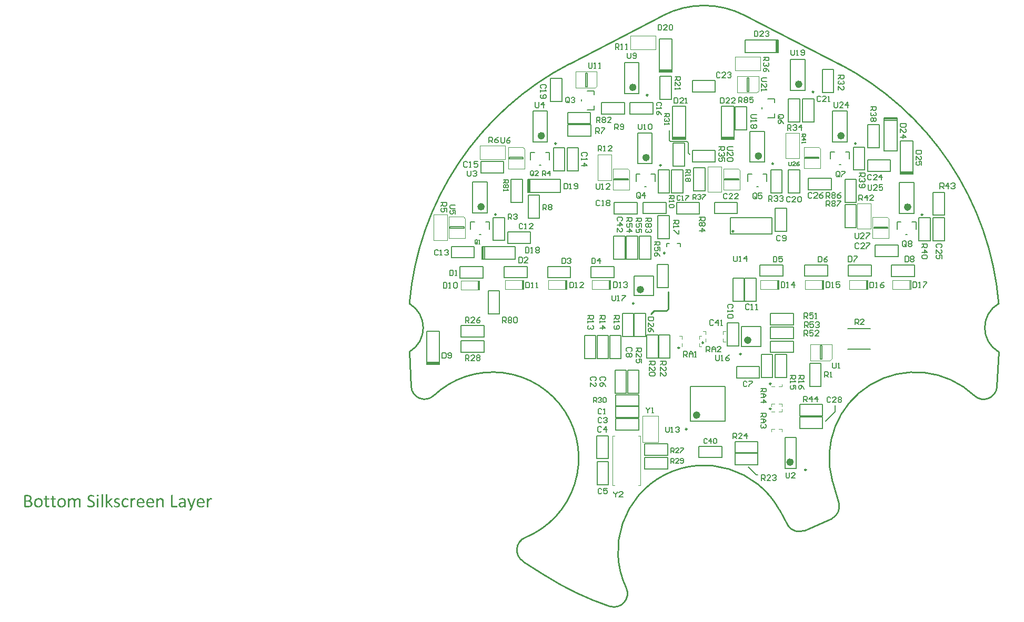
<source format=gbo>
%FSLAX23Y23*%
%MOIN*%
G70*
G01*
G75*
G04 Layer_Color=32896*
%ADD10C,0.008*%
%ADD11C,0.010*%
%ADD12C,0.009*%
%ADD13C,0.020*%
%ADD14C,0.015*%
%ADD15C,0.030*%
%ADD16C,0.025*%
%ADD17C,0.080*%
%ADD18R,0.080X0.080*%
%ADD19C,0.260*%
%ADD20C,0.270*%
%ADD21R,0.060X0.060*%
%ADD22C,0.060*%
%ADD23C,0.059*%
%ADD24R,0.059X0.059*%
%ADD25C,0.260*%
%ADD26C,0.197*%
%ADD27C,0.315*%
%ADD28C,0.028*%
%ADD29C,0.050*%
%ADD30C,0.030*%
%ADD31C,0.040*%
%ADD32C,0.040*%
%ADD33C,0.100*%
G04:AMPARAMS|DCode=34|XSize=98mil|YSize=98mil|CornerRadius=0mil|HoleSize=0mil|Usage=FLASHONLY|Rotation=0.000|XOffset=0mil|YOffset=0mil|HoleType=Round|Shape=Relief|Width=20mil|Gap=10mil|Entries=4|*
%AMTHD34*
7,0,0,0.098,0.078,0.020,45*
%
%ADD34THD34*%
%ADD35C,0.078*%
G04:AMPARAMS|DCode=36|XSize=210mil|YSize=210mil|CornerRadius=0mil|HoleSize=0mil|Usage=FLASHONLY|Rotation=0.000|XOffset=0mil|YOffset=0mil|HoleType=Round|Shape=Relief|Width=20mil|Gap=10mil|Entries=4|*
%AMTHD36*
7,0,0,0.210,0.190,0.020,45*
%
%ADD36THD36*%
%ADD37C,0.075*%
G04:AMPARAMS|DCode=38|XSize=95mil|YSize=95mil|CornerRadius=0mil|HoleSize=0mil|Usage=FLASHONLY|Rotation=0.000|XOffset=0mil|YOffset=0mil|HoleType=Round|Shape=Relief|Width=20mil|Gap=10mil|Entries=4|*
%AMTHD38*
7,0,0,0.095,0.075,0.020,45*
%
%ADD38THD38*%
%ADD39C,0.075*%
G04:AMPARAMS|DCode=40|XSize=95.433mil|YSize=95.433mil|CornerRadius=0mil|HoleSize=0mil|Usage=FLASHONLY|Rotation=0.000|XOffset=0mil|YOffset=0mil|HoleType=Round|Shape=Relief|Width=20mil|Gap=10mil|Entries=4|*
%AMTHD40*
7,0,0,0.095,0.075,0.020,45*
%
%ADD40THD40*%
%ADD41C,0.070*%
G04:AMPARAMS|DCode=42|XSize=90mil|YSize=90mil|CornerRadius=0mil|HoleSize=0mil|Usage=FLASHONLY|Rotation=0.000|XOffset=0mil|YOffset=0mil|HoleType=Round|Shape=Relief|Width=20mil|Gap=10mil|Entries=4|*
%AMTHD42*
7,0,0,0.090,0.070,0.020,45*
%
%ADD42THD42*%
%ADD43C,0.300*%
%ADD44C,0.237*%
%ADD45C,0.355*%
%ADD46C,0.051*%
%ADD47C,0.068*%
%ADD48C,0.052*%
%ADD49C,0.007*%
%ADD50C,0.190*%
%ADD51R,0.014X0.067*%
%ADD52R,0.035X0.014*%
%ADD53R,0.020X0.049*%
%ADD54R,0.040X0.050*%
%ADD55R,0.040X0.040*%
%ADD56R,0.039X0.094*%
%ADD57R,0.130X0.094*%
%ADD58O,0.087X0.024*%
%ADD59O,0.073X0.024*%
%ADD60R,0.024X0.016*%
%ADD61R,0.055X0.138*%
%ADD62R,0.059X0.057*%
%ADD63R,0.043X0.045*%
%ADD64R,0.035X0.055*%
%ADD65R,0.087X0.055*%
%ADD66R,0.118X0.098*%
%ADD67O,0.012X0.069*%
%ADD68O,0.069X0.012*%
%ADD69R,0.075X0.043*%
%ADD70R,0.033X0.021*%
%ADD71R,0.033X0.010*%
%ADD72R,0.045X0.043*%
%ADD73R,0.055X0.035*%
%ADD74R,0.055X0.087*%
%ADD75R,0.014X0.035*%
%ADD76R,0.057X0.059*%
%ADD77R,0.050X0.040*%
%ADD78R,0.040X0.040*%
%ADD79R,0.021X0.033*%
%ADD80R,0.010X0.033*%
%ADD81C,0.012*%
%ADD82C,0.004*%
%ADD83C,0.008*%
%ADD84C,0.001*%
%ADD85C,0.006*%
%ADD86C,0.088*%
%ADD87R,0.088X0.088*%
%ADD88C,0.268*%
%ADD89C,0.278*%
%ADD90R,0.068X0.068*%
%ADD91C,0.067*%
%ADD92R,0.067X0.067*%
%ADD93C,0.103*%
%ADD94C,0.268*%
%ADD95C,0.205*%
%ADD96C,0.323*%
%ADD97C,0.036*%
%ADD98C,0.058*%
%ADD99R,0.022X0.075*%
%ADD100R,0.043X0.022*%
%ADD101R,0.028X0.057*%
%ADD102R,0.048X0.058*%
%ADD103R,0.048X0.048*%
%ADD104R,0.047X0.102*%
%ADD105R,0.138X0.102*%
%ADD106O,0.095X0.032*%
%ADD107O,0.081X0.032*%
%ADD108R,0.032X0.024*%
%ADD109R,0.063X0.146*%
%ADD110R,0.067X0.065*%
%ADD111R,0.051X0.053*%
%ADD112R,0.043X0.063*%
%ADD113R,0.095X0.063*%
%ADD114R,0.126X0.106*%
%ADD115O,0.020X0.077*%
%ADD116O,0.077X0.020*%
%ADD117R,0.083X0.051*%
%ADD118R,0.041X0.029*%
%ADD119R,0.041X0.018*%
%ADD120R,0.053X0.051*%
%ADD121R,0.063X0.043*%
%ADD122R,0.063X0.095*%
%ADD123R,0.022X0.043*%
%ADD124R,0.065X0.067*%
%ADD125R,0.058X0.048*%
%ADD126R,0.048X0.048*%
%ADD127R,0.029X0.041*%
%ADD128R,0.018X0.041*%
%ADD129C,0.010*%
%ADD130C,0.024*%
%ADD131C,0.004*%
%ADD132C,0.005*%
G36*
X5099Y-1087D02*
X5098Y-1087D01*
X5097Y-1087D01*
X5097Y-1087D01*
X5097D01*
X5096Y-1088D01*
X5094Y-1088D01*
X5094Y-1089D01*
X5094Y-1089D01*
X5093D01*
X5092Y-1090D01*
X5091Y-1091D01*
X5090Y-1092D01*
X5090Y-1092D01*
X5090Y-1092D01*
X5088Y-1094D01*
X5087Y-1096D01*
X5086Y-1096D01*
X5086Y-1097D01*
X5086Y-1097D01*
X5086Y-1098D01*
Y-1090D01*
X5085Y-1089D01*
X5085Y-1089D01*
X5085Y-1089D01*
X5085Y-1088D01*
X5085Y-1088D01*
X5085D01*
X5084Y-1088D01*
X5084Y-1088D01*
X5083Y-1088D01*
X5083D01*
X5083Y-1088D01*
X5080D01*
X5079Y-1088D01*
X5079D01*
X5078Y-1088D01*
X5078Y-1088D01*
X5078Y-1088D01*
X5078D01*
X5077Y-1088D01*
X5077Y-1089D01*
X5077Y-1089D01*
X5077Y-1089D01*
Y-1089D01*
Y-1090D01*
Y-1144D01*
X5077Y-1144D01*
Y-1144D01*
X5077Y-1145D01*
X5078Y-1145D01*
X5078D01*
X5079Y-1145D01*
X5079Y-1145D01*
X5079D01*
X5080Y-1145D01*
X5083D01*
X5083Y-1145D01*
X5084D01*
X5085Y-1145D01*
X5085D01*
X5085Y-1145D01*
X5085D01*
X5086Y-1145D01*
X5086Y-1144D01*
X5087Y-1144D01*
Y-1144D01*
Y-1144D01*
Y-1108D01*
X5088Y-1106D01*
X5089Y-1105D01*
X5089Y-1104D01*
X5090Y-1103D01*
X5090Y-1103D01*
X5090Y-1103D01*
X5090Y-1103D01*
X5092Y-1101D01*
X5093Y-1100D01*
X5093Y-1099D01*
X5094Y-1099D01*
X5095Y-1098D01*
X5096Y-1097D01*
X5096Y-1097D01*
X5097Y-1097D01*
X5098Y-1096D01*
X5099Y-1096D01*
X5099Y-1096D01*
X5100D01*
X5101Y-1096D01*
X5102Y-1096D01*
X5102D01*
X5103Y-1097D01*
X5103Y-1097D01*
X5104Y-1097D01*
X5104D01*
X5104Y-1097D01*
X5105Y-1097D01*
X5105Y-1098D01*
X5105D01*
X5106Y-1098D01*
X5107D01*
X5107Y-1098D01*
X5107Y-1098D01*
X5108Y-1097D01*
X5108Y-1097D01*
Y-1097D01*
X5108Y-1096D01*
Y-1095D01*
Y-1095D01*
X5108Y-1095D01*
Y-1094D01*
Y-1093D01*
Y-1093D01*
Y-1092D01*
Y-1092D01*
X5108Y-1091D01*
Y-1091D01*
Y-1090D01*
Y-1090D01*
X5108Y-1090D01*
Y-1090D01*
Y-1089D01*
X5108Y-1089D01*
X5108Y-1089D01*
X5107Y-1089D01*
X5107D01*
X5107Y-1088D01*
X5107Y-1088D01*
X5106Y-1088D01*
X5106D01*
X5105Y-1088D01*
X5105Y-1088D01*
X5104Y-1087D01*
X5104D01*
X5103Y-1087D01*
X5103Y-1087D01*
X5102Y-1087D01*
X5102D01*
X5101Y-1087D01*
X5100D01*
X5099Y-1087D01*
D02*
G37*
G36*
X5140D02*
X5138Y-1087D01*
X5136Y-1088D01*
X5134Y-1088D01*
X5133Y-1088D01*
X5132Y-1089D01*
X5131Y-1089D01*
X5131Y-1089D01*
X5129Y-1090D01*
X5128Y-1091D01*
X5126Y-1092D01*
X5125Y-1093D01*
X5124Y-1094D01*
X5123Y-1094D01*
X5123Y-1095D01*
X5123Y-1095D01*
X5122Y-1096D01*
X5121Y-1098D01*
X5120Y-1100D01*
X5119Y-1101D01*
X5118Y-1102D01*
X5118Y-1103D01*
X5118Y-1104D01*
X5118Y-1104D01*
X5117Y-1106D01*
X5117Y-1109D01*
X5116Y-1111D01*
X5116Y-1113D01*
X5116Y-1114D01*
X5116Y-1116D01*
Y-1117D01*
Y-1117D01*
Y-1117D01*
X5116Y-1119D01*
X5116Y-1122D01*
X5117Y-1124D01*
X5117Y-1126D01*
X5117Y-1128D01*
X5117Y-1129D01*
X5118Y-1129D01*
Y-1130D01*
X5118Y-1132D01*
X5119Y-1133D01*
X5120Y-1135D01*
X5121Y-1136D01*
X5122Y-1137D01*
X5122Y-1138D01*
X5123Y-1139D01*
X5123Y-1139D01*
X5124Y-1140D01*
X5126Y-1141D01*
X5127Y-1142D01*
X5128Y-1143D01*
X5129Y-1143D01*
X5130Y-1144D01*
X5131Y-1144D01*
X5131Y-1144D01*
X5133Y-1145D01*
X5135Y-1145D01*
X5137Y-1146D01*
X5139Y-1146D01*
X5141Y-1146D01*
X5142Y-1146D01*
X5143D01*
X5146Y-1146D01*
X5147D01*
X5148Y-1146D01*
X5149Y-1146D01*
X5150D01*
X5150Y-1146D01*
X5150D01*
X5153Y-1145D01*
X5154Y-1145D01*
X5154Y-1145D01*
X5155Y-1145D01*
X5156Y-1144D01*
X5156Y-1144D01*
X5156D01*
X5158Y-1144D01*
X5159Y-1143D01*
X5160Y-1143D01*
X5160Y-1143D01*
X5160Y-1143D01*
X5160D01*
X5161Y-1142D01*
X5162Y-1142D01*
X5162Y-1142D01*
X5163Y-1141D01*
X5163Y-1141D01*
X5163Y-1141D01*
X5163Y-1140D01*
X5163Y-1140D01*
Y-1139D01*
Y-1139D01*
X5163Y-1138D01*
Y-1138D01*
Y-1138D01*
Y-1137D01*
Y-1137D01*
X5163Y-1136D01*
Y-1136D01*
X5163Y-1135D01*
X5163Y-1135D01*
Y-1135D01*
X5163Y-1134D01*
X5163Y-1134D01*
X5163D01*
X5162Y-1134D01*
X5162D01*
X5161Y-1134D01*
X5160Y-1134D01*
X5160Y-1135D01*
X5160Y-1135D01*
X5160D01*
X5158Y-1135D01*
X5157Y-1136D01*
X5156Y-1136D01*
X5156Y-1136D01*
X5156D01*
X5154Y-1137D01*
X5153Y-1137D01*
X5152Y-1137D01*
X5151Y-1137D01*
X5151Y-1138D01*
X5151D01*
X5148Y-1138D01*
X5146Y-1138D01*
X5145Y-1138D01*
X5142D01*
X5141Y-1138D01*
X5139Y-1138D01*
X5138Y-1137D01*
X5137Y-1137D01*
X5136Y-1137D01*
X5136Y-1137D01*
X5136D01*
X5133Y-1136D01*
X5132Y-1135D01*
X5132Y-1134D01*
X5131Y-1134D01*
X5131Y-1133D01*
X5130Y-1133D01*
X5130Y-1133D01*
X5129Y-1131D01*
X5128Y-1129D01*
X5128Y-1128D01*
X5127Y-1127D01*
X5127Y-1127D01*
Y-1127D01*
X5127Y-1124D01*
X5126Y-1123D01*
Y-1121D01*
X5126Y-1120D01*
Y-1119D01*
Y-1119D01*
Y-1118D01*
X5162D01*
X5163Y-1118D01*
X5164Y-1118D01*
X5164Y-1118D01*
X5164Y-1118D01*
X5165Y-1117D01*
X5166Y-1115D01*
X5166Y-1115D01*
Y-1114D01*
Y-1114D01*
Y-1112D01*
Y-1110D01*
X5165Y-1109D01*
X5165Y-1107D01*
X5165Y-1105D01*
X5165Y-1104D01*
X5165Y-1103D01*
X5164Y-1103D01*
Y-1103D01*
X5164Y-1101D01*
X5163Y-1099D01*
X5162Y-1098D01*
X5162Y-1097D01*
X5161Y-1096D01*
X5160Y-1095D01*
X5160Y-1095D01*
X5160Y-1094D01*
X5159Y-1093D01*
X5158Y-1092D01*
X5156Y-1091D01*
X5155Y-1090D01*
X5154Y-1090D01*
X5153Y-1089D01*
X5153Y-1089D01*
X5153Y-1089D01*
X5151Y-1088D01*
X5149Y-1088D01*
X5147Y-1087D01*
X5146Y-1087D01*
X5144Y-1087D01*
X5143Y-1087D01*
X5142D01*
X5140Y-1087D01*
D02*
G37*
G36*
X5267D02*
X5265Y-1087D01*
X5264Y-1088D01*
X5263Y-1088D01*
X5261Y-1089D01*
X5260Y-1089D01*
X5260Y-1089D01*
X5260Y-1089D01*
X5258Y-1090D01*
X5256Y-1091D01*
X5255Y-1093D01*
X5254Y-1094D01*
X5252Y-1095D01*
X5251Y-1096D01*
X5251Y-1096D01*
X5251Y-1097D01*
Y-1090D01*
X5251Y-1089D01*
X5250Y-1089D01*
X5250Y-1089D01*
X5250Y-1088D01*
X5250Y-1088D01*
X5250D01*
X5249Y-1088D01*
X5249Y-1088D01*
X5248Y-1088D01*
X5248D01*
X5248Y-1088D01*
X5245D01*
X5244Y-1088D01*
X5244D01*
X5243Y-1088D01*
X5243Y-1088D01*
X5243Y-1088D01*
X5243D01*
X5242Y-1088D01*
X5242Y-1089D01*
X5242Y-1089D01*
X5242Y-1089D01*
Y-1089D01*
Y-1090D01*
Y-1144D01*
X5242Y-1144D01*
Y-1144D01*
X5242Y-1145D01*
X5243Y-1145D01*
X5243D01*
X5244Y-1145D01*
X5244Y-1145D01*
X5244D01*
X5245Y-1145D01*
X5248D01*
X5248Y-1145D01*
X5249D01*
X5250Y-1145D01*
X5250D01*
X5250Y-1145D01*
X5251D01*
X5251Y-1145D01*
X5251Y-1144D01*
X5252Y-1144D01*
Y-1144D01*
Y-1144D01*
Y-1106D01*
X5253Y-1104D01*
X5255Y-1103D01*
X5256Y-1101D01*
X5257Y-1100D01*
X5258Y-1099D01*
X5259Y-1099D01*
X5259Y-1098D01*
X5259Y-1098D01*
X5261Y-1097D01*
X5262Y-1097D01*
X5263Y-1096D01*
X5265Y-1096D01*
X5265Y-1096D01*
X5266Y-1095D01*
X5267D01*
X5269Y-1096D01*
X5270Y-1096D01*
X5271Y-1096D01*
X5271Y-1096D01*
X5272Y-1097D01*
X5272D01*
X5273Y-1098D01*
X5275Y-1099D01*
X5275Y-1099D01*
X5275Y-1100D01*
Y-1100D01*
X5276Y-1101D01*
X5277Y-1103D01*
X5277Y-1104D01*
X5277Y-1104D01*
X5278Y-1104D01*
Y-1105D01*
X5278Y-1106D01*
X5278Y-1107D01*
X5278Y-1109D01*
X5278Y-1110D01*
Y-1111D01*
Y-1112D01*
Y-1112D01*
Y-1144D01*
X5279Y-1144D01*
Y-1144D01*
X5279Y-1145D01*
X5279Y-1145D01*
X5279D01*
X5280Y-1145D01*
X5281Y-1145D01*
X5281D01*
X5282Y-1145D01*
X5284D01*
X5285Y-1145D01*
X5286D01*
X5286Y-1145D01*
X5287D01*
X5287Y-1145D01*
X5287D01*
X5288Y-1145D01*
X5288Y-1144D01*
X5288Y-1144D01*
Y-1144D01*
Y-1144D01*
Y-1111D01*
Y-1109D01*
X5288Y-1107D01*
X5288Y-1105D01*
X5288Y-1104D01*
X5288Y-1102D01*
X5287Y-1102D01*
X5287Y-1101D01*
Y-1101D01*
X5287Y-1099D01*
X5286Y-1098D01*
X5286Y-1097D01*
X5285Y-1096D01*
X5285Y-1095D01*
X5284Y-1094D01*
X5284Y-1094D01*
X5284Y-1094D01*
X5283Y-1093D01*
X5282Y-1092D01*
X5281Y-1091D01*
X5280Y-1090D01*
X5279Y-1089D01*
X5279Y-1089D01*
X5278Y-1089D01*
X5278Y-1089D01*
X5276Y-1088D01*
X5275Y-1088D01*
X5273Y-1087D01*
X5272Y-1087D01*
X5271Y-1087D01*
X5270Y-1087D01*
X5269D01*
X5267Y-1087D01*
D02*
G37*
G36*
X4581Y-1073D02*
X4581D01*
X4581Y-1074D01*
X4580Y-1074D01*
X4580Y-1074D01*
X4580D01*
X4579Y-1074D01*
X4579Y-1074D01*
Y-1074D01*
X4579Y-1075D01*
Y-1075D01*
Y-1075D01*
Y-1088D01*
X4571D01*
X4571Y-1088D01*
X4570Y-1088D01*
X4570D01*
X4570Y-1089D01*
X4570Y-1089D01*
Y-1089D01*
X4569Y-1089D01*
Y-1090D01*
X4569Y-1090D01*
Y-1090D01*
X4569Y-1091D01*
Y-1091D01*
Y-1092D01*
Y-1092D01*
X4569Y-1094D01*
X4569Y-1094D01*
X4570Y-1095D01*
Y-1095D01*
X4570Y-1096D01*
X4571Y-1096D01*
X4571Y-1096D01*
X4579D01*
Y-1128D01*
Y-1129D01*
X4579Y-1131D01*
X4579Y-1132D01*
X4579Y-1133D01*
X4579Y-1134D01*
X4579Y-1135D01*
X4580Y-1136D01*
Y-1136D01*
X4580Y-1138D01*
X4581Y-1139D01*
X4581Y-1140D01*
X4582Y-1141D01*
X4582Y-1141D01*
X4582Y-1142D01*
X4582Y-1142D01*
X4584Y-1143D01*
X4586Y-1144D01*
X4586Y-1145D01*
X4587Y-1145D01*
X4587Y-1145D01*
X4587D01*
X4590Y-1146D01*
X4591Y-1146D01*
X4592Y-1146D01*
X4593Y-1146D01*
X4595D01*
X4596Y-1146D01*
X4597Y-1146D01*
X4597D01*
X4598Y-1146D01*
X4599Y-1145D01*
X4600Y-1145D01*
X4600D01*
X4601Y-1145D01*
X4601Y-1145D01*
X4602Y-1145D01*
X4602D01*
X4603Y-1144D01*
X4603Y-1144D01*
X4603Y-1144D01*
X4603D01*
X4604Y-1143D01*
X4604Y-1143D01*
X4604Y-1143D01*
Y-1142D01*
X4604Y-1141D01*
X4604Y-1141D01*
Y-1140D01*
Y-1140D01*
Y-1139D01*
Y-1138D01*
X4604Y-1138D01*
Y-1138D01*
X4604Y-1137D01*
X4604Y-1137D01*
Y-1137D01*
X4604Y-1136D01*
X4604Y-1136D01*
X4603Y-1136D01*
X4603D01*
X4602Y-1136D01*
X4602Y-1136D01*
X4602D01*
X4601Y-1137D01*
X4601Y-1137D01*
X4600Y-1137D01*
X4600Y-1137D01*
X4599Y-1137D01*
X4599Y-1137D01*
X4598D01*
X4598Y-1138D01*
X4596D01*
X4595Y-1137D01*
X4593Y-1137D01*
X4592Y-1137D01*
X4591Y-1136D01*
X4591Y-1136D01*
X4590Y-1135D01*
X4590Y-1135D01*
X4590Y-1135D01*
X4590Y-1133D01*
X4589Y-1132D01*
X4589Y-1129D01*
Y-1128D01*
X4589Y-1127D01*
Y-1127D01*
Y-1126D01*
Y-1096D01*
X4602D01*
X4603Y-1096D01*
X4603Y-1096D01*
X4604Y-1095D01*
X4604Y-1095D01*
X4604Y-1094D01*
X4604Y-1093D01*
Y-1093D01*
Y-1092D01*
Y-1092D01*
Y-1091D01*
Y-1091D01*
X4604Y-1090D01*
Y-1090D01*
X4604Y-1090D01*
X4604Y-1089D01*
X4604Y-1089D01*
Y-1089D01*
X4603Y-1088D01*
X4603Y-1088D01*
X4603D01*
X4603Y-1088D01*
X4589D01*
Y-1075D01*
X4588Y-1075D01*
X4588Y-1074D01*
X4588Y-1074D01*
X4588Y-1074D01*
X4587D01*
X4587Y-1074D01*
X4586Y-1074D01*
X4586Y-1073D01*
X4586D01*
X4585Y-1073D01*
X4582D01*
X4581Y-1073D01*
D02*
G37*
G36*
X5044Y-1087D02*
X5042Y-1087D01*
X5041Y-1087D01*
X5039Y-1088D01*
X5038Y-1088D01*
X5037Y-1088D01*
X5036Y-1089D01*
X5036Y-1089D01*
X5035Y-1089D01*
X5033Y-1090D01*
X5032Y-1091D01*
X5031Y-1092D01*
X5030Y-1093D01*
X5029Y-1094D01*
X5028Y-1094D01*
X5028Y-1094D01*
X5027Y-1096D01*
X5026Y-1097D01*
X5025Y-1099D01*
X5024Y-1100D01*
X5024Y-1102D01*
X5023Y-1103D01*
X5023Y-1103D01*
X5023Y-1103D01*
X5022Y-1106D01*
X5022Y-1108D01*
X5021Y-1110D01*
X5021Y-1113D01*
X5021Y-1114D01*
X5021Y-1116D01*
Y-1116D01*
Y-1117D01*
Y-1117D01*
Y-1117D01*
X5021Y-1120D01*
X5021Y-1122D01*
X5022Y-1124D01*
X5022Y-1126D01*
X5022Y-1128D01*
X5022Y-1129D01*
X5023Y-1129D01*
Y-1130D01*
X5023Y-1132D01*
X5024Y-1133D01*
X5025Y-1135D01*
X5026Y-1136D01*
X5026Y-1137D01*
X5027Y-1138D01*
X5027Y-1139D01*
X5027Y-1139D01*
X5028Y-1140D01*
X5030Y-1141D01*
X5031Y-1142D01*
X5032Y-1143D01*
X5033Y-1143D01*
X5034Y-1144D01*
X5035Y-1144D01*
X5035Y-1144D01*
X5036Y-1145D01*
X5038Y-1145D01*
X5040Y-1146D01*
X5042Y-1146D01*
X5043Y-1146D01*
X5044Y-1146D01*
X5045D01*
X5047Y-1146D01*
X5049Y-1146D01*
X5050Y-1146D01*
X5050D01*
X5050Y-1146D01*
X5050D01*
X5052Y-1145D01*
X5054Y-1145D01*
X5055Y-1144D01*
X5055Y-1144D01*
X5055Y-1144D01*
X5055D01*
X5057Y-1143D01*
X5058Y-1143D01*
X5059Y-1143D01*
X5059Y-1142D01*
X5059Y-1142D01*
X5060D01*
X5061Y-1142D01*
X5061Y-1141D01*
X5062Y-1141D01*
X5062Y-1140D01*
X5062Y-1140D01*
X5063Y-1139D01*
X5063Y-1139D01*
Y-1139D01*
X5063Y-1139D01*
X5063Y-1138D01*
X5064Y-1138D01*
Y-1137D01*
Y-1137D01*
X5064Y-1136D01*
Y-1136D01*
Y-1135D01*
Y-1135D01*
Y-1134D01*
Y-1134D01*
X5064Y-1133D01*
Y-1133D01*
X5063Y-1133D01*
X5063Y-1132D01*
X5063Y-1132D01*
Y-1132D01*
X5063Y-1131D01*
X5063Y-1131D01*
X5062Y-1131D01*
X5062D01*
X5061Y-1131D01*
X5061Y-1131D01*
X5060Y-1132D01*
X5060Y-1132D01*
X5059Y-1133D01*
X5058Y-1133D01*
X5057Y-1134D01*
X5057Y-1134D01*
X5057D01*
X5055Y-1135D01*
X5054Y-1136D01*
X5053Y-1136D01*
X5053Y-1136D01*
X5052Y-1137D01*
X5052D01*
X5050Y-1137D01*
X5048Y-1137D01*
X5048Y-1138D01*
X5046D01*
X5044Y-1137D01*
X5043Y-1137D01*
X5042Y-1137D01*
X5041Y-1137D01*
X5040Y-1136D01*
X5040Y-1136D01*
X5040D01*
X5038Y-1135D01*
X5037Y-1134D01*
X5036Y-1133D01*
X5036Y-1133D01*
X5035Y-1133D01*
X5035Y-1132D01*
X5034Y-1130D01*
X5033Y-1128D01*
X5033Y-1127D01*
X5032Y-1127D01*
X5032Y-1126D01*
Y-1126D01*
X5032Y-1123D01*
X5032Y-1121D01*
X5031Y-1120D01*
X5031Y-1118D01*
Y-1118D01*
Y-1117D01*
Y-1117D01*
X5031Y-1113D01*
X5032Y-1110D01*
X5033Y-1107D01*
X5033Y-1105D01*
X5034Y-1103D01*
X5035Y-1102D01*
X5035Y-1101D01*
X5035Y-1101D01*
X5037Y-1099D01*
X5038Y-1098D01*
X5040Y-1097D01*
X5042Y-1096D01*
X5044Y-1095D01*
X5045Y-1095D01*
X5046Y-1095D01*
X5046D01*
X5048Y-1095D01*
X5050Y-1095D01*
X5050Y-1096D01*
X5051Y-1096D01*
X5052Y-1096D01*
X5052Y-1096D01*
X5052D01*
X5054Y-1097D01*
X5055Y-1098D01*
X5056Y-1098D01*
X5056Y-1098D01*
X5056Y-1099D01*
X5056D01*
X5058Y-1099D01*
X5059Y-1100D01*
X5059Y-1100D01*
X5059Y-1101D01*
X5060Y-1101D01*
X5061Y-1101D01*
X5061Y-1102D01*
X5061D01*
X5062Y-1101D01*
X5062Y-1101D01*
X5063Y-1101D01*
X5063Y-1101D01*
X5063Y-1100D01*
X5063Y-1099D01*
Y-1098D01*
Y-1098D01*
Y-1097D01*
Y-1097D01*
Y-1096D01*
X5063Y-1096D01*
Y-1096D01*
X5063Y-1095D01*
X5063Y-1094D01*
Y-1094D01*
X5063Y-1094D01*
X5063Y-1093D01*
Y-1093D01*
X5062Y-1093D01*
X5062Y-1093D01*
X5062Y-1092D01*
X5062Y-1092D01*
X5061Y-1092D01*
X5060Y-1091D01*
X5060Y-1091D01*
X5059Y-1090D01*
X5059D01*
X5058Y-1090D01*
X5057Y-1089D01*
X5056Y-1089D01*
X5056Y-1089D01*
X5056D01*
X5054Y-1088D01*
X5053Y-1088D01*
X5052Y-1088D01*
X5052D01*
X5051Y-1087D01*
X5051D01*
X5049Y-1087D01*
X5048Y-1087D01*
X5046D01*
X5044Y-1087D01*
D02*
G37*
G36*
X5201D02*
X5199Y-1087D01*
X5197Y-1088D01*
X5195Y-1088D01*
X5194Y-1088D01*
X5193Y-1089D01*
X5192Y-1089D01*
X5192Y-1089D01*
X5190Y-1090D01*
X5189Y-1091D01*
X5187Y-1092D01*
X5186Y-1093D01*
X5185Y-1094D01*
X5184Y-1094D01*
X5184Y-1095D01*
X5184Y-1095D01*
X5183Y-1096D01*
X5182Y-1098D01*
X5181Y-1100D01*
X5180Y-1101D01*
X5179Y-1102D01*
X5179Y-1103D01*
X5179Y-1104D01*
X5179Y-1104D01*
X5178Y-1106D01*
X5178Y-1109D01*
X5177Y-1111D01*
X5177Y-1113D01*
X5177Y-1114D01*
X5177Y-1116D01*
Y-1117D01*
Y-1117D01*
Y-1117D01*
X5177Y-1119D01*
X5177Y-1122D01*
X5178Y-1124D01*
X5178Y-1126D01*
X5178Y-1128D01*
X5178Y-1129D01*
X5179Y-1129D01*
Y-1130D01*
X5179Y-1132D01*
X5180Y-1133D01*
X5181Y-1135D01*
X5182Y-1136D01*
X5183Y-1137D01*
X5183Y-1138D01*
X5184Y-1139D01*
X5184Y-1139D01*
X5185Y-1140D01*
X5187Y-1141D01*
X5188Y-1142D01*
X5189Y-1143D01*
X5191Y-1143D01*
X5192Y-1144D01*
X5192Y-1144D01*
X5192Y-1144D01*
X5194Y-1145D01*
X5196Y-1145D01*
X5198Y-1146D01*
X5200Y-1146D01*
X5202Y-1146D01*
X5203Y-1146D01*
X5204D01*
X5207Y-1146D01*
X5208D01*
X5209Y-1146D01*
X5210Y-1146D01*
X5211D01*
X5211Y-1146D01*
X5211D01*
X5214Y-1145D01*
X5215Y-1145D01*
X5216Y-1145D01*
X5216Y-1145D01*
X5217Y-1144D01*
X5217Y-1144D01*
X5217D01*
X5219Y-1144D01*
X5220Y-1143D01*
X5221Y-1143D01*
X5221Y-1143D01*
X5221Y-1143D01*
X5221D01*
X5222Y-1142D01*
X5223Y-1142D01*
X5223Y-1142D01*
X5224Y-1141D01*
X5224Y-1141D01*
X5224Y-1141D01*
X5224Y-1140D01*
X5224Y-1140D01*
Y-1139D01*
Y-1139D01*
X5225Y-1138D01*
Y-1138D01*
Y-1138D01*
Y-1137D01*
Y-1137D01*
X5224Y-1136D01*
Y-1136D01*
X5224Y-1135D01*
X5224Y-1135D01*
Y-1135D01*
X5224Y-1134D01*
X5224Y-1134D01*
X5224D01*
X5223Y-1134D01*
X5223D01*
X5222Y-1134D01*
X5221Y-1134D01*
X5221Y-1135D01*
X5221Y-1135D01*
X5221D01*
X5220Y-1135D01*
X5218Y-1136D01*
X5217Y-1136D01*
X5217Y-1136D01*
X5217D01*
X5215Y-1137D01*
X5214Y-1137D01*
X5213Y-1137D01*
X5212Y-1137D01*
X5212Y-1138D01*
X5212D01*
X5210Y-1138D01*
X5207Y-1138D01*
X5206Y-1138D01*
X5203D01*
X5202Y-1138D01*
X5200Y-1138D01*
X5199Y-1137D01*
X5198Y-1137D01*
X5197Y-1137D01*
X5197Y-1137D01*
X5197D01*
X5194Y-1136D01*
X5193Y-1135D01*
X5193Y-1134D01*
X5192Y-1134D01*
X5192Y-1133D01*
X5191Y-1133D01*
X5191Y-1133D01*
X5190Y-1131D01*
X5189Y-1129D01*
X5189Y-1128D01*
X5188Y-1127D01*
X5188Y-1127D01*
Y-1127D01*
X5188Y-1124D01*
X5187Y-1123D01*
Y-1121D01*
X5187Y-1120D01*
Y-1119D01*
Y-1119D01*
Y-1118D01*
X5223D01*
X5224Y-1118D01*
X5225Y-1118D01*
X5225Y-1118D01*
X5226Y-1118D01*
X5226Y-1117D01*
X5227Y-1115D01*
X5227Y-1115D01*
Y-1114D01*
Y-1114D01*
Y-1112D01*
Y-1110D01*
X5226Y-1109D01*
X5226Y-1107D01*
X5226Y-1105D01*
X5226Y-1104D01*
X5226Y-1103D01*
X5225Y-1103D01*
Y-1103D01*
X5225Y-1101D01*
X5224Y-1099D01*
X5223Y-1098D01*
X5223Y-1097D01*
X5222Y-1096D01*
X5221Y-1095D01*
X5221Y-1095D01*
X5221Y-1094D01*
X5220Y-1093D01*
X5219Y-1092D01*
X5217Y-1091D01*
X5216Y-1090D01*
X5215Y-1090D01*
X5215Y-1089D01*
X5214Y-1089D01*
X5214Y-1089D01*
X5212Y-1088D01*
X5210Y-1088D01*
X5208Y-1087D01*
X5207Y-1087D01*
X5205Y-1087D01*
X5204Y-1087D01*
X5203D01*
X5201Y-1087D01*
D02*
G37*
G36*
X5339Y-1067D02*
X5338Y-1067D01*
X5338D01*
X5337Y-1067D01*
X5337Y-1068D01*
X5336Y-1068D01*
X5336D01*
X5336Y-1068D01*
X5335Y-1068D01*
Y-1068D01*
X5335Y-1069D01*
Y-1069D01*
Y-1069D01*
Y-1141D01*
X5335Y-1142D01*
X5336Y-1143D01*
X5336Y-1144D01*
X5336Y-1144D01*
X5337Y-1145D01*
X5338Y-1145D01*
X5339Y-1145D01*
X5373D01*
X5374Y-1145D01*
X5374D01*
X5375Y-1144D01*
X5375Y-1144D01*
Y-1144D01*
X5375Y-1143D01*
X5375Y-1143D01*
Y-1143D01*
X5375Y-1142D01*
Y-1141D01*
Y-1141D01*
Y-1141D01*
Y-1140D01*
Y-1139D01*
X5375Y-1139D01*
Y-1139D01*
X5375Y-1138D01*
X5375Y-1138D01*
X5375Y-1137D01*
Y-1137D01*
X5374Y-1137D01*
X5374Y-1136D01*
X5374D01*
X5373Y-1136D01*
X5345D01*
Y-1069D01*
X5345Y-1068D01*
X5345Y-1068D01*
X5345Y-1068D01*
X5345Y-1068D01*
X5344Y-1068D01*
X5344D01*
X5344Y-1068D01*
X5343Y-1067D01*
X5343Y-1067D01*
X5343D01*
X5342Y-1067D01*
X5341Y-1067D01*
X5339D01*
X5339Y-1067D01*
D02*
G37*
G36*
X4867Y-1088D02*
X4867D01*
X4866Y-1088D01*
X4866Y-1088D01*
X4866Y-1088D01*
X4866D01*
X4865Y-1089D01*
X4865Y-1089D01*
Y-1089D01*
X4865Y-1089D01*
Y-1089D01*
Y-1090D01*
Y-1144D01*
X4865Y-1144D01*
Y-1144D01*
X4865Y-1145D01*
X4865Y-1145D01*
X4866D01*
X4867Y-1145D01*
X4867Y-1145D01*
X4867D01*
X4868Y-1145D01*
X4870D01*
X4871Y-1145D01*
X4872D01*
X4873Y-1145D01*
X4873D01*
X4873Y-1145D01*
X4873D01*
X4874Y-1145D01*
X4874Y-1144D01*
X4874Y-1144D01*
Y-1144D01*
Y-1144D01*
Y-1090D01*
X4874Y-1089D01*
X4874Y-1089D01*
X4874Y-1088D01*
X4874Y-1088D01*
X4873D01*
X4873Y-1088D01*
X4872Y-1088D01*
X4872Y-1088D01*
X4872D01*
X4871Y-1088D01*
X4868D01*
X4867Y-1088D01*
D02*
G37*
G36*
X4408Y-1068D02*
X4407Y-1068D01*
X4406Y-1068D01*
X4406Y-1068D01*
X4405Y-1069D01*
X4405Y-1070D01*
X4405Y-1071D01*
Y-1072D01*
Y-1072D01*
Y-1141D01*
X4405Y-1142D01*
X4405Y-1143D01*
X4406Y-1144D01*
X4406Y-1144D01*
X4407Y-1145D01*
X4408Y-1145D01*
X4408Y-1145D01*
X4430D01*
X4432Y-1145D01*
X4433D01*
X4434Y-1145D01*
X4435Y-1145D01*
X4436D01*
X4436Y-1144D01*
X4437D01*
X4439Y-1144D01*
X4440Y-1143D01*
X4441Y-1143D01*
X4442Y-1143D01*
X4442Y-1143D01*
X4443Y-1143D01*
X4443D01*
X4445Y-1142D01*
X4446Y-1141D01*
X4447Y-1141D01*
X4447Y-1140D01*
X4448Y-1140D01*
X4448Y-1140D01*
X4448Y-1139D01*
X4450Y-1138D01*
X4451Y-1137D01*
X4452Y-1136D01*
X4452Y-1136D01*
X4452Y-1135D01*
X4452Y-1135D01*
X4454Y-1133D01*
X4454Y-1131D01*
X4455Y-1131D01*
X4455Y-1130D01*
X4455Y-1130D01*
Y-1130D01*
X4456Y-1127D01*
X4456Y-1126D01*
X4456Y-1125D01*
X4456Y-1124D01*
Y-1123D01*
Y-1123D01*
Y-1123D01*
X4456Y-1120D01*
X4456Y-1119D01*
X4455Y-1118D01*
X4455Y-1117D01*
X4455Y-1116D01*
X4455Y-1116D01*
Y-1116D01*
X4454Y-1113D01*
X4453Y-1112D01*
X4453Y-1112D01*
X4452Y-1111D01*
X4452Y-1110D01*
X4452Y-1110D01*
X4451Y-1110D01*
X4450Y-1108D01*
X4448Y-1107D01*
X4448Y-1106D01*
X4447Y-1106D01*
X4447Y-1106D01*
X4447D01*
X4445Y-1105D01*
X4443Y-1104D01*
X4442Y-1104D01*
X4441Y-1104D01*
X4441Y-1104D01*
X4441D01*
X4443Y-1103D01*
X4444Y-1102D01*
X4444Y-1101D01*
X4445Y-1101D01*
X4445Y-1101D01*
X4445D01*
X4447Y-1100D01*
X4448Y-1098D01*
X4448Y-1097D01*
X4448Y-1097D01*
Y-1097D01*
X4449Y-1095D01*
X4450Y-1094D01*
X4450Y-1093D01*
X4450Y-1093D01*
X4450Y-1093D01*
Y-1092D01*
X4451Y-1090D01*
X4451Y-1089D01*
X4451Y-1088D01*
Y-1088D01*
Y-1087D01*
Y-1087D01*
Y-1085D01*
X4451Y-1084D01*
X4451Y-1083D01*
X4450Y-1081D01*
X4450Y-1080D01*
X4450Y-1080D01*
X4450Y-1079D01*
X4450Y-1079D01*
X4449Y-1078D01*
X4448Y-1076D01*
X4448Y-1075D01*
X4447Y-1074D01*
X4446Y-1074D01*
X4446Y-1073D01*
X4445Y-1073D01*
X4445Y-1073D01*
X4444Y-1072D01*
X4443Y-1071D01*
X4440Y-1070D01*
X4439Y-1069D01*
X4438Y-1069D01*
X4438Y-1069D01*
X4438D01*
X4436Y-1068D01*
X4434Y-1068D01*
X4432Y-1068D01*
X4430Y-1068D01*
X4429Y-1067D01*
X4409D01*
X4408Y-1068D01*
D02*
G37*
G36*
X5520Y-1087D02*
X5518Y-1087D01*
X5516Y-1088D01*
X5515Y-1088D01*
X5513Y-1088D01*
X5512Y-1089D01*
X5512Y-1089D01*
X5512Y-1089D01*
X5510Y-1090D01*
X5508Y-1091D01*
X5507Y-1092D01*
X5506Y-1093D01*
X5505Y-1094D01*
X5504Y-1094D01*
X5504Y-1095D01*
X5503Y-1095D01*
X5502Y-1096D01*
X5501Y-1098D01*
X5500Y-1100D01*
X5500Y-1101D01*
X5499Y-1102D01*
X5499Y-1103D01*
X5498Y-1104D01*
X5498Y-1104D01*
X5498Y-1106D01*
X5497Y-1109D01*
X5497Y-1111D01*
X5497Y-1113D01*
X5497Y-1114D01*
X5497Y-1116D01*
Y-1117D01*
Y-1117D01*
Y-1117D01*
X5497Y-1119D01*
X5497Y-1122D01*
X5497Y-1124D01*
X5497Y-1126D01*
X5498Y-1128D01*
X5498Y-1129D01*
X5498Y-1129D01*
Y-1130D01*
X5499Y-1132D01*
X5500Y-1133D01*
X5501Y-1135D01*
X5501Y-1136D01*
X5502Y-1137D01*
X5503Y-1138D01*
X5503Y-1139D01*
X5503Y-1139D01*
X5505Y-1140D01*
X5506Y-1141D01*
X5508Y-1142D01*
X5509Y-1143D01*
X5510Y-1143D01*
X5511Y-1144D01*
X5512Y-1144D01*
X5512Y-1144D01*
X5514Y-1145D01*
X5516Y-1145D01*
X5518Y-1146D01*
X5520Y-1146D01*
X5521Y-1146D01*
X5522Y-1146D01*
X5524D01*
X5526Y-1146D01*
X5528D01*
X5529Y-1146D01*
X5529Y-1146D01*
X5530D01*
X5531Y-1146D01*
X5531D01*
X5533Y-1145D01*
X5534Y-1145D01*
X5535Y-1145D01*
X5536Y-1145D01*
X5536Y-1144D01*
X5537Y-1144D01*
X5537D01*
X5539Y-1144D01*
X5540Y-1143D01*
X5540Y-1143D01*
X5541Y-1143D01*
X5541Y-1143D01*
X5541D01*
X5542Y-1142D01*
X5543Y-1142D01*
X5543Y-1142D01*
X5543Y-1141D01*
X5543Y-1141D01*
X5544Y-1141D01*
X5544Y-1140D01*
X5544Y-1140D01*
Y-1139D01*
Y-1139D01*
X5544Y-1138D01*
Y-1138D01*
Y-1138D01*
Y-1137D01*
Y-1137D01*
X5544Y-1136D01*
Y-1136D01*
X5544Y-1135D01*
X5544Y-1135D01*
Y-1135D01*
X5543Y-1134D01*
X5543Y-1134D01*
X5543D01*
X5543Y-1134D01*
X5542D01*
X5542Y-1134D01*
X5541Y-1134D01*
X5540Y-1135D01*
X5540Y-1135D01*
X5540D01*
X5539Y-1135D01*
X5538Y-1136D01*
X5537Y-1136D01*
X5537Y-1136D01*
X5537D01*
X5535Y-1137D01*
X5533Y-1137D01*
X5532Y-1137D01*
X5532Y-1137D01*
X5531Y-1138D01*
X5531D01*
X5529Y-1138D01*
X5527Y-1138D01*
X5526Y-1138D01*
X5523D01*
X5521Y-1138D01*
X5520Y-1138D01*
X5519Y-1137D01*
X5518Y-1137D01*
X5517Y-1137D01*
X5516Y-1137D01*
X5516D01*
X5514Y-1136D01*
X5513Y-1135D01*
X5512Y-1134D01*
X5512Y-1134D01*
X5511Y-1133D01*
X5511Y-1133D01*
X5511Y-1133D01*
X5509Y-1131D01*
X5508Y-1129D01*
X5508Y-1128D01*
X5508Y-1127D01*
X5508Y-1127D01*
Y-1127D01*
X5507Y-1124D01*
X5507Y-1123D01*
Y-1121D01*
X5507Y-1120D01*
Y-1119D01*
Y-1119D01*
Y-1118D01*
X5542D01*
X5544Y-1118D01*
X5544Y-1118D01*
X5545Y-1118D01*
X5545Y-1118D01*
X5546Y-1117D01*
X5546Y-1115D01*
X5546Y-1115D01*
Y-1114D01*
Y-1114D01*
Y-1112D01*
Y-1110D01*
X5546Y-1109D01*
X5546Y-1107D01*
X5546Y-1105D01*
X5545Y-1104D01*
X5545Y-1103D01*
X5545Y-1103D01*
Y-1103D01*
X5544Y-1101D01*
X5544Y-1099D01*
X5543Y-1098D01*
X5542Y-1097D01*
X5542Y-1096D01*
X5541Y-1095D01*
X5541Y-1095D01*
X5541Y-1094D01*
X5539Y-1093D01*
X5538Y-1092D01*
X5537Y-1091D01*
X5536Y-1090D01*
X5535Y-1090D01*
X5534Y-1089D01*
X5533Y-1089D01*
X5533Y-1089D01*
X5531Y-1088D01*
X5530Y-1088D01*
X5528Y-1087D01*
X5526Y-1087D01*
X5525Y-1087D01*
X5524Y-1087D01*
X5522D01*
X5520Y-1087D01*
D02*
G37*
G36*
X4895Y-1062D02*
X4895D01*
X4895Y-1062D01*
X4894Y-1062D01*
X4894Y-1062D01*
X4894D01*
X4893Y-1062D01*
X4893Y-1063D01*
Y-1063D01*
X4893Y-1063D01*
Y-1063D01*
Y-1063D01*
Y-1144D01*
X4893Y-1144D01*
Y-1144D01*
X4894Y-1145D01*
X4894Y-1145D01*
X4894D01*
X4895Y-1145D01*
X4895Y-1145D01*
X4895D01*
X4896Y-1145D01*
X4899D01*
X4899Y-1145D01*
X4900D01*
X4901Y-1145D01*
X4901D01*
X4901Y-1145D01*
X4902D01*
X4902Y-1145D01*
X4902Y-1144D01*
X4903Y-1144D01*
Y-1144D01*
Y-1144D01*
Y-1063D01*
X4903Y-1063D01*
X4902Y-1063D01*
X4902Y-1062D01*
X4902Y-1062D01*
X4902D01*
X4901Y-1062D01*
X4901Y-1062D01*
X4900Y-1062D01*
X4900D01*
X4899Y-1061D01*
X4896D01*
X4895Y-1062D01*
D02*
G37*
G36*
X4990Y-1087D02*
X4988Y-1087D01*
X4987Y-1088D01*
X4986Y-1088D01*
X4985Y-1088D01*
X4985Y-1088D01*
X4985D01*
X4982Y-1089D01*
X4981Y-1090D01*
X4980Y-1090D01*
X4980Y-1091D01*
X4979Y-1091D01*
X4979Y-1092D01*
X4979Y-1092D01*
X4977Y-1093D01*
X4976Y-1095D01*
X4976Y-1096D01*
X4975Y-1096D01*
X4975Y-1097D01*
Y-1097D01*
X4974Y-1099D01*
X4974Y-1101D01*
X4974Y-1102D01*
Y-1102D01*
Y-1103D01*
Y-1103D01*
X4974Y-1105D01*
X4974Y-1107D01*
X4974Y-1107D01*
X4975Y-1108D01*
X4975Y-1109D01*
X4975Y-1109D01*
Y-1109D01*
X4976Y-1111D01*
X4977Y-1112D01*
X4977Y-1113D01*
X4978Y-1113D01*
X4978Y-1113D01*
X4978Y-1114D01*
X4980Y-1115D01*
X4981Y-1116D01*
X4982Y-1116D01*
X4982Y-1116D01*
X4982Y-1117D01*
X4982D01*
X4984Y-1118D01*
X4986Y-1118D01*
X4986Y-1119D01*
X4987Y-1119D01*
X4987Y-1119D01*
X4987D01*
X4989Y-1120D01*
X4991Y-1120D01*
X4992Y-1121D01*
X4992Y-1121D01*
X4992Y-1121D01*
X4992D01*
X4994Y-1122D01*
X4995Y-1122D01*
X4996Y-1123D01*
X4996Y-1123D01*
X4996Y-1123D01*
X4997D01*
X4998Y-1124D01*
X4999Y-1125D01*
X5000Y-1126D01*
X5000Y-1126D01*
Y-1126D01*
X5000Y-1127D01*
X5001Y-1128D01*
X5001Y-1129D01*
Y-1129D01*
Y-1129D01*
Y-1130D01*
X5001Y-1131D01*
X5001Y-1132D01*
X5000Y-1133D01*
X5000Y-1133D01*
Y-1133D01*
X4999Y-1135D01*
X4999Y-1135D01*
X4998Y-1136D01*
X4998Y-1136D01*
X4998D01*
X4996Y-1137D01*
X4995Y-1137D01*
X4995Y-1138D01*
X4994Y-1138D01*
X4994D01*
X4993Y-1138D01*
X4991Y-1138D01*
X4990D01*
X4987Y-1138D01*
X4986Y-1138D01*
X4985Y-1138D01*
X4985D01*
X4984Y-1138D01*
X4984Y-1138D01*
X4984D01*
X4982Y-1137D01*
X4980Y-1136D01*
X4980Y-1136D01*
X4980Y-1136D01*
X4979Y-1136D01*
X4979D01*
X4978Y-1135D01*
X4977Y-1134D01*
X4976Y-1134D01*
X4976Y-1134D01*
X4975Y-1133D01*
X4975Y-1133D01*
X4974Y-1133D01*
X4974D01*
X4974Y-1133D01*
X4973Y-1133D01*
X4973D01*
X4973Y-1133D01*
X4973Y-1134D01*
X4973Y-1134D01*
Y-1134D01*
X4973Y-1134D01*
Y-1135D01*
X4972Y-1135D01*
Y-1135D01*
Y-1136D01*
Y-1137D01*
Y-1137D01*
Y-1137D01*
Y-1138D01*
X4973Y-1139D01*
X4973Y-1140D01*
Y-1140D01*
X4973Y-1141D01*
X4973Y-1141D01*
X4973Y-1142D01*
X4974Y-1142D01*
X4974Y-1142D01*
X4975Y-1143D01*
X4975Y-1143D01*
X4976Y-1143D01*
X4977Y-1144D01*
X4978Y-1144D01*
X4979Y-1144D01*
X4979Y-1145D01*
X4979D01*
X4981Y-1145D01*
X4982Y-1145D01*
X4983Y-1145D01*
X4983D01*
X4984Y-1146D01*
X4984D01*
X4986Y-1146D01*
X4988Y-1146D01*
X4988Y-1146D01*
X4991D01*
X4993Y-1146D01*
X4994Y-1146D01*
X4996Y-1146D01*
X4996Y-1145D01*
X4997Y-1145D01*
X4998Y-1145D01*
X4998D01*
X4999Y-1145D01*
X5001Y-1144D01*
X5002Y-1143D01*
X5003Y-1143D01*
X5004Y-1142D01*
X5004Y-1142D01*
X5005Y-1142D01*
X5005Y-1142D01*
X5006Y-1140D01*
X5008Y-1138D01*
X5008Y-1137D01*
X5009Y-1137D01*
X5009Y-1136D01*
Y-1136D01*
X5010Y-1135D01*
X5010Y-1134D01*
X5010Y-1133D01*
X5011Y-1131D01*
Y-1130D01*
X5011Y-1130D01*
Y-1129D01*
Y-1129D01*
X5011Y-1127D01*
X5010Y-1125D01*
X5010Y-1125D01*
X5010Y-1124D01*
X5010Y-1123D01*
X5009Y-1123D01*
Y-1123D01*
X5008Y-1121D01*
X5007Y-1120D01*
X5007Y-1119D01*
X5007Y-1119D01*
X5006Y-1119D01*
X5006Y-1119D01*
X5005Y-1117D01*
X5003Y-1116D01*
X5003Y-1116D01*
X5002Y-1116D01*
X5002Y-1116D01*
X5002D01*
X5000Y-1115D01*
X4998Y-1114D01*
X4998Y-1114D01*
X4997Y-1113D01*
X4997Y-1113D01*
X4997D01*
X4995Y-1113D01*
X4993Y-1112D01*
X4993Y-1112D01*
X4992Y-1111D01*
X4992Y-1111D01*
X4992D01*
X4990Y-1111D01*
X4989Y-1110D01*
X4988Y-1110D01*
X4988Y-1109D01*
X4988Y-1109D01*
X4987D01*
X4986Y-1108D01*
X4985Y-1107D01*
X4985Y-1107D01*
X4984Y-1106D01*
X4984Y-1105D01*
X4983Y-1104D01*
X4983Y-1103D01*
Y-1103D01*
Y-1103D01*
Y-1102D01*
X4983Y-1101D01*
X4984Y-1100D01*
X4984Y-1100D01*
X4984Y-1099D01*
X4984Y-1098D01*
X4985Y-1098D01*
X4986Y-1097D01*
X4986Y-1097D01*
X4987Y-1096D01*
X4988Y-1096D01*
X4989Y-1095D01*
X4989Y-1095D01*
X4989D01*
X4990Y-1095D01*
X4992Y-1095D01*
X4992Y-1094D01*
X4993D01*
X4995Y-1095D01*
X4997Y-1095D01*
X4997Y-1095D01*
X4998Y-1095D01*
X4998Y-1095D01*
X4998D01*
X5000Y-1096D01*
X5001Y-1096D01*
X5002Y-1097D01*
X5002Y-1097D01*
X5003Y-1097D01*
X5004Y-1098D01*
X5005Y-1098D01*
X5005Y-1098D01*
X5005Y-1098D01*
X5006Y-1099D01*
X5006Y-1099D01*
X5006D01*
X5007Y-1099D01*
X5007D01*
X5007Y-1098D01*
X5007Y-1098D01*
X5008Y-1097D01*
X5008Y-1097D01*
Y-1097D01*
X5008Y-1096D01*
Y-1095D01*
Y-1095D01*
Y-1095D01*
Y-1094D01*
Y-1094D01*
X5008Y-1093D01*
Y-1093D01*
X5008Y-1092D01*
X5007Y-1092D01*
Y-1092D01*
X5007Y-1092D01*
X5007Y-1091D01*
X5007Y-1091D01*
X5007Y-1091D01*
X5006Y-1090D01*
X5006D01*
X5006Y-1090D01*
X5005Y-1090D01*
X5005Y-1089D01*
X5005Y-1089D01*
X5004Y-1089D01*
X5003Y-1089D01*
X5002Y-1088D01*
X5002Y-1088D01*
X5001D01*
X5000Y-1088D01*
X4999Y-1088D01*
X4998Y-1087D01*
X4998Y-1087D01*
X4998D01*
X4996Y-1087D01*
X4995Y-1087D01*
X4992D01*
X4990Y-1087D01*
D02*
G37*
G36*
X4825Y-1067D02*
X4824Y-1067D01*
X4822Y-1067D01*
X4821Y-1067D01*
X4820Y-1067D01*
X4819Y-1068D01*
X4819D01*
X4818Y-1068D01*
X4816Y-1069D01*
X4815Y-1070D01*
X4814Y-1070D01*
X4813Y-1071D01*
X4812Y-1071D01*
X4812Y-1072D01*
X4812Y-1072D01*
X4810Y-1074D01*
X4809Y-1075D01*
X4808Y-1076D01*
X4808Y-1077D01*
X4807Y-1077D01*
X4807Y-1078D01*
X4807Y-1078D01*
X4806Y-1079D01*
X4806Y-1081D01*
X4806Y-1082D01*
X4806Y-1084D01*
X4805Y-1085D01*
X4805Y-1086D01*
Y-1086D01*
Y-1087D01*
X4805Y-1088D01*
X4806Y-1090D01*
X4806Y-1091D01*
X4806Y-1093D01*
X4806Y-1094D01*
X4806Y-1094D01*
X4807Y-1095D01*
Y-1095D01*
X4808Y-1097D01*
X4809Y-1098D01*
X4809Y-1099D01*
X4810Y-1100D01*
X4810Y-1100D01*
X4811Y-1101D01*
X4811Y-1101D01*
X4813Y-1103D01*
X4814Y-1104D01*
X4815Y-1104D01*
X4816Y-1105D01*
X4816Y-1105D01*
X4816Y-1105D01*
X4819Y-1106D01*
X4820Y-1107D01*
X4821Y-1108D01*
X4821Y-1108D01*
X4822Y-1108D01*
X4822Y-1108D01*
X4823Y-1108D01*
X4825Y-1110D01*
X4826Y-1110D01*
X4827Y-1111D01*
X4828Y-1111D01*
X4829Y-1111D01*
X4829Y-1111D01*
X4829Y-1112D01*
X4831Y-1113D01*
X4832Y-1113D01*
X4833Y-1114D01*
X4834Y-1114D01*
X4834Y-1114D01*
X4835Y-1115D01*
X4835Y-1115D01*
X4836Y-1116D01*
X4838Y-1117D01*
X4838Y-1118D01*
X4838Y-1118D01*
X4839Y-1119D01*
Y-1119D01*
X4839Y-1120D01*
X4840Y-1121D01*
X4840Y-1123D01*
Y-1123D01*
X4840Y-1124D01*
Y-1124D01*
Y-1124D01*
X4840Y-1127D01*
X4840Y-1128D01*
X4840Y-1128D01*
X4840Y-1129D01*
X4839Y-1129D01*
X4839Y-1130D01*
Y-1130D01*
X4838Y-1132D01*
X4837Y-1133D01*
X4836Y-1134D01*
X4836Y-1134D01*
X4836Y-1134D01*
X4834Y-1135D01*
X4833Y-1136D01*
X4832Y-1136D01*
X4832Y-1136D01*
X4831Y-1136D01*
X4831D01*
X4829Y-1137D01*
X4827Y-1137D01*
X4826Y-1137D01*
X4823D01*
X4822Y-1137D01*
X4821Y-1137D01*
X4820Y-1137D01*
X4819Y-1137D01*
X4818Y-1136D01*
X4817Y-1136D01*
X4817D01*
X4815Y-1135D01*
X4814Y-1135D01*
X4813Y-1135D01*
X4812Y-1134D01*
X4812Y-1134D01*
X4811Y-1134D01*
X4811D01*
X4810Y-1133D01*
X4809Y-1133D01*
X4808Y-1132D01*
X4808Y-1132D01*
X4807D01*
X4806Y-1131D01*
X4806Y-1131D01*
X4805Y-1131D01*
X4805D01*
X4805Y-1131D01*
X4804Y-1131D01*
X4804D01*
X4804Y-1132D01*
X4804Y-1132D01*
Y-1132D01*
X4804Y-1132D01*
X4803Y-1133D01*
X4803Y-1133D01*
Y-1133D01*
Y-1134D01*
Y-1135D01*
Y-1135D01*
Y-1135D01*
Y-1137D01*
X4803Y-1138D01*
X4804Y-1138D01*
Y-1138D01*
X4804Y-1139D01*
X4804Y-1140D01*
X4804Y-1140D01*
X4805Y-1140D01*
X4805Y-1141D01*
X4806Y-1141D01*
X4807Y-1142D01*
X4807Y-1142D01*
X4807D01*
X4808Y-1143D01*
X4810Y-1143D01*
X4811Y-1143D01*
X4811Y-1144D01*
X4811Y-1144D01*
X4811D01*
X4813Y-1145D01*
X4815Y-1145D01*
X4816Y-1145D01*
X4817Y-1145D01*
X4817Y-1145D01*
X4817D01*
X4820Y-1146D01*
X4821Y-1146D01*
X4822D01*
X4823Y-1146D01*
X4827D01*
X4829Y-1146D01*
X4830Y-1146D01*
X4832Y-1145D01*
X4833Y-1145D01*
X4834Y-1145D01*
X4835Y-1145D01*
X4835D01*
X4837Y-1144D01*
X4838Y-1143D01*
X4840Y-1143D01*
X4841Y-1142D01*
X4842Y-1141D01*
X4843Y-1141D01*
X4843Y-1140D01*
X4843Y-1140D01*
X4845Y-1139D01*
X4846Y-1138D01*
X4847Y-1137D01*
X4848Y-1136D01*
X4848Y-1135D01*
X4849Y-1134D01*
X4849Y-1133D01*
X4849Y-1133D01*
X4850Y-1131D01*
X4850Y-1130D01*
X4850Y-1128D01*
X4851Y-1127D01*
X4851Y-1125D01*
X4851Y-1124D01*
Y-1124D01*
Y-1123D01*
Y-1122D01*
X4851Y-1120D01*
X4851Y-1119D01*
X4850Y-1118D01*
X4850Y-1117D01*
X4850Y-1116D01*
X4850Y-1115D01*
X4850Y-1115D01*
X4848Y-1113D01*
X4848Y-1112D01*
X4847Y-1111D01*
X4846Y-1110D01*
X4846Y-1110D01*
X4846Y-1110D01*
X4845Y-1109D01*
X4844Y-1108D01*
X4842Y-1106D01*
X4841Y-1106D01*
X4840Y-1105D01*
X4840Y-1105D01*
X4840Y-1105D01*
X4837Y-1104D01*
X4836Y-1103D01*
X4835Y-1103D01*
X4835Y-1102D01*
X4834Y-1102D01*
X4833Y-1102D01*
X4833D01*
X4831Y-1101D01*
X4830Y-1100D01*
X4829Y-1100D01*
X4828Y-1099D01*
X4827Y-1099D01*
X4827Y-1099D01*
X4827D01*
X4825Y-1098D01*
X4824Y-1097D01*
X4823Y-1097D01*
X4822Y-1096D01*
X4822Y-1096D01*
X4821Y-1096D01*
X4821Y-1095D01*
X4820Y-1094D01*
X4818Y-1093D01*
X4818Y-1092D01*
X4817Y-1092D01*
X4817Y-1091D01*
X4817Y-1091D01*
X4816Y-1089D01*
X4816Y-1088D01*
Y-1087D01*
X4816Y-1086D01*
Y-1086D01*
Y-1086D01*
X4816Y-1084D01*
X4816Y-1083D01*
Y-1082D01*
X4816Y-1082D01*
X4816Y-1082D01*
Y-1082D01*
X4817Y-1080D01*
X4818Y-1079D01*
X4819Y-1079D01*
X4819Y-1078D01*
X4820Y-1077D01*
X4821Y-1076D01*
X4822Y-1076D01*
X4822Y-1076D01*
X4823Y-1076D01*
X4823D01*
X4825Y-1075D01*
X4826Y-1075D01*
X4827Y-1075D01*
X4828D01*
X4831Y-1075D01*
X4832Y-1075D01*
X4833Y-1075D01*
X4834Y-1076D01*
X4834Y-1076D01*
X4835Y-1076D01*
X4835D01*
X4837Y-1077D01*
X4838Y-1077D01*
X4839Y-1077D01*
X4839Y-1078D01*
X4839Y-1078D01*
X4839D01*
X4841Y-1079D01*
X4842Y-1079D01*
X4843Y-1079D01*
X4843Y-1080D01*
X4844Y-1080D01*
X4844Y-1080D01*
X4845Y-1080D01*
X4845D01*
X4845Y-1080D01*
X4846D01*
X4846Y-1080D01*
X4846Y-1080D01*
Y-1079D01*
X4846Y-1079D01*
X4846Y-1078D01*
Y-1078D01*
X4847Y-1077D01*
Y-1077D01*
Y-1076D01*
Y-1076D01*
Y-1075D01*
Y-1075D01*
X4846Y-1074D01*
Y-1074D01*
Y-1073D01*
X4846Y-1073D01*
Y-1073D01*
X4846Y-1072D01*
X4846Y-1072D01*
X4846Y-1072D01*
X4845Y-1071D01*
X4845Y-1071D01*
X4845Y-1071D01*
X4845Y-1071D01*
X4844Y-1070D01*
X4843Y-1070D01*
X4843Y-1070D01*
X4843D01*
X4841Y-1069D01*
X4840Y-1069D01*
X4840Y-1068D01*
X4839Y-1068D01*
X4839Y-1068D01*
X4839D01*
X4837Y-1068D01*
X4835Y-1067D01*
X4835Y-1067D01*
X4834D01*
X4834Y-1067D01*
X4834D01*
X4832Y-1067D01*
X4830Y-1066D01*
X4827D01*
X4825Y-1067D01*
D02*
G37*
G36*
X5403Y-1087D02*
X5402Y-1087D01*
X5401D01*
X5400Y-1087D01*
X5399Y-1087D01*
X5399Y-1088D01*
X5399D01*
X5397Y-1088D01*
X5396Y-1088D01*
X5395Y-1088D01*
X5394Y-1089D01*
X5394Y-1089D01*
X5393Y-1089D01*
X5393D01*
X5391Y-1090D01*
X5390Y-1090D01*
X5389Y-1090D01*
X5389Y-1091D01*
X5389Y-1091D01*
X5389D01*
X5387Y-1092D01*
X5387Y-1092D01*
X5386Y-1093D01*
X5386Y-1093D01*
X5385Y-1093D01*
X5385Y-1094D01*
X5385Y-1094D01*
Y-1094D01*
X5385Y-1095D01*
Y-1096D01*
Y-1096D01*
Y-1097D01*
Y-1097D01*
Y-1097D01*
Y-1098D01*
Y-1098D01*
Y-1098D01*
X5385Y-1099D01*
X5385Y-1099D01*
Y-1100D01*
X5386Y-1100D01*
X5386Y-1100D01*
X5386Y-1100D01*
X5387D01*
X5387Y-1100D01*
X5388Y-1100D01*
X5388Y-1100D01*
X5389Y-1100D01*
X5390Y-1099D01*
X5391Y-1098D01*
X5392Y-1098D01*
X5392Y-1098D01*
X5392Y-1098D01*
X5392D01*
X5394Y-1097D01*
X5396Y-1096D01*
X5397Y-1096D01*
X5397Y-1096D01*
X5397Y-1096D01*
X5397D01*
X5400Y-1095D01*
X5402Y-1095D01*
X5403Y-1095D01*
X5404D01*
X5407Y-1095D01*
X5407Y-1095D01*
X5408Y-1095D01*
X5409Y-1095D01*
X5409Y-1096D01*
X5410Y-1096D01*
X5410D01*
X5411Y-1096D01*
X5413Y-1097D01*
X5413Y-1098D01*
X5414Y-1098D01*
Y-1098D01*
X5415Y-1099D01*
X5415Y-1101D01*
X5416Y-1101D01*
X5416Y-1102D01*
X5416Y-1102D01*
Y-1102D01*
X5416Y-1104D01*
X5416Y-1106D01*
X5417Y-1107D01*
Y-1107D01*
Y-1108D01*
Y-1108D01*
Y-1112D01*
X5407D01*
X5405Y-1112D01*
X5403Y-1112D01*
X5401Y-1112D01*
X5400Y-1113D01*
X5399Y-1113D01*
X5398Y-1113D01*
X5398D01*
X5396Y-1113D01*
X5394Y-1114D01*
X5393Y-1114D01*
X5392Y-1115D01*
X5391Y-1115D01*
X5390Y-1116D01*
X5389Y-1116D01*
X5389Y-1116D01*
X5388Y-1117D01*
X5387Y-1118D01*
X5386Y-1119D01*
X5385Y-1120D01*
X5385Y-1121D01*
X5384Y-1121D01*
X5384Y-1122D01*
X5384Y-1122D01*
X5383Y-1123D01*
X5383Y-1125D01*
X5383Y-1126D01*
X5382Y-1127D01*
X5382Y-1128D01*
X5382Y-1129D01*
Y-1130D01*
Y-1130D01*
X5382Y-1133D01*
X5383Y-1134D01*
X5383Y-1135D01*
X5383Y-1136D01*
X5383Y-1136D01*
X5383Y-1137D01*
Y-1137D01*
X5384Y-1139D01*
X5385Y-1140D01*
X5386Y-1140D01*
X5386Y-1141D01*
X5387Y-1142D01*
X5387Y-1142D01*
X5387Y-1142D01*
X5389Y-1143D01*
X5391Y-1144D01*
X5392Y-1145D01*
X5392Y-1145D01*
X5393Y-1145D01*
X5393D01*
X5396Y-1146D01*
X5397Y-1146D01*
X5398Y-1146D01*
X5399Y-1146D01*
X5401D01*
X5402Y-1146D01*
X5404Y-1146D01*
X5406Y-1146D01*
X5407Y-1145D01*
X5408Y-1145D01*
X5409Y-1144D01*
X5410Y-1144D01*
X5410Y-1144D01*
X5412Y-1143D01*
X5413Y-1142D01*
X5414Y-1141D01*
X5416Y-1140D01*
X5416Y-1140D01*
X5417Y-1139D01*
X5418Y-1138D01*
X5418Y-1138D01*
Y-1144D01*
X5418Y-1144D01*
X5418Y-1144D01*
X5418Y-1145D01*
X5419Y-1145D01*
X5419Y-1145D01*
X5419Y-1145D01*
X5420D01*
X5420Y-1145D01*
X5421Y-1145D01*
X5423D01*
X5424Y-1145D01*
X5424Y-1145D01*
X5424D01*
X5425Y-1145D01*
X5426Y-1145D01*
X5426Y-1145D01*
X5426D01*
X5426Y-1144D01*
X5426Y-1144D01*
Y-1144D01*
Y-1144D01*
Y-1107D01*
Y-1105D01*
X5426Y-1104D01*
X5426Y-1102D01*
X5426Y-1101D01*
X5426Y-1100D01*
X5425Y-1099D01*
X5425Y-1099D01*
Y-1099D01*
X5425Y-1097D01*
X5424Y-1096D01*
X5423Y-1095D01*
X5423Y-1094D01*
X5422Y-1093D01*
X5422Y-1093D01*
X5422Y-1092D01*
X5422Y-1092D01*
X5421Y-1091D01*
X5419Y-1090D01*
X5417Y-1089D01*
X5416Y-1089D01*
X5416Y-1089D01*
X5415Y-1088D01*
X5415D01*
X5413Y-1088D01*
X5412Y-1087D01*
X5410Y-1087D01*
X5408Y-1087D01*
X5407Y-1087D01*
X5405D01*
X5403Y-1087D01*
D02*
G37*
G36*
X4867Y-1066D02*
X4866Y-1066D01*
X4866Y-1066D01*
X4865Y-1066D01*
X4865Y-1066D01*
X4865Y-1067D01*
X4864Y-1067D01*
X4864Y-1068D01*
X4864Y-1069D01*
Y-1070D01*
X4863Y-1071D01*
Y-1071D01*
Y-1071D01*
Y-1073D01*
X4864Y-1074D01*
X4864Y-1074D01*
X4864Y-1075D01*
X4864Y-1076D01*
X4864Y-1076D01*
X4865Y-1076D01*
X4865Y-1077D01*
X4866Y-1077D01*
X4867Y-1077D01*
X4868Y-1077D01*
X4871D01*
X4872Y-1077D01*
X4873Y-1077D01*
X4873Y-1077D01*
X4874Y-1076D01*
X4874Y-1076D01*
X4874Y-1076D01*
X4875Y-1075D01*
X4875Y-1075D01*
X4875Y-1073D01*
X4876Y-1072D01*
Y-1072D01*
Y-1071D01*
Y-1071D01*
Y-1070D01*
X4875Y-1069D01*
X4875Y-1068D01*
X4875Y-1068D01*
X4875Y-1067D01*
X4874Y-1067D01*
X4874Y-1067D01*
X4874Y-1066D01*
X4873Y-1066D01*
X4871Y-1065D01*
X4871Y-1065D01*
X4868D01*
X4867Y-1066D01*
D02*
G37*
G36*
X4707Y-1087D02*
X4705Y-1087D01*
X4704Y-1088D01*
X4703Y-1088D01*
X4702Y-1089D01*
X4701Y-1089D01*
X4700Y-1089D01*
X4700Y-1089D01*
X4698Y-1090D01*
X4697Y-1091D01*
X4695Y-1093D01*
X4694Y-1094D01*
X4693Y-1095D01*
X4692Y-1096D01*
X4691Y-1096D01*
X4691Y-1097D01*
Y-1090D01*
X4691Y-1089D01*
X4691Y-1089D01*
X4691Y-1089D01*
X4690Y-1088D01*
X4690Y-1088D01*
X4690D01*
X4690Y-1088D01*
X4689Y-1088D01*
X4689Y-1088D01*
X4689D01*
X4688Y-1088D01*
X4685D01*
X4685Y-1088D01*
X4684D01*
X4684Y-1088D01*
X4684Y-1088D01*
X4683Y-1088D01*
X4683D01*
X4683Y-1088D01*
X4683Y-1089D01*
X4682Y-1089D01*
X4682Y-1089D01*
Y-1089D01*
Y-1090D01*
Y-1144D01*
X4682Y-1144D01*
Y-1144D01*
X4683Y-1145D01*
X4683Y-1145D01*
X4683D01*
X4684Y-1145D01*
X4684Y-1145D01*
X4685D01*
X4685Y-1145D01*
X4688D01*
X4689Y-1145D01*
X4689D01*
X4690Y-1145D01*
X4691D01*
X4691Y-1145D01*
X4691D01*
X4692Y-1145D01*
X4692Y-1144D01*
X4692Y-1144D01*
Y-1144D01*
Y-1144D01*
Y-1106D01*
X4694Y-1104D01*
X4695Y-1103D01*
X4696Y-1101D01*
X4697Y-1100D01*
X4698Y-1099D01*
X4699Y-1099D01*
X4699Y-1098D01*
X4700Y-1098D01*
X4701Y-1097D01*
X4702Y-1097D01*
X4703Y-1096D01*
X4704Y-1096D01*
X4705Y-1096D01*
X4706Y-1095D01*
X4707D01*
X4708Y-1096D01*
X4710Y-1096D01*
X4711Y-1096D01*
X4711Y-1096D01*
X4711Y-1097D01*
X4711D01*
X4713Y-1098D01*
X4714Y-1099D01*
X4714Y-1099D01*
X4715Y-1100D01*
Y-1100D01*
X4716Y-1101D01*
X4716Y-1103D01*
X4716Y-1104D01*
X4717Y-1104D01*
X4717Y-1104D01*
Y-1105D01*
X4717Y-1107D01*
X4717Y-1109D01*
X4717Y-1110D01*
Y-1110D01*
Y-1111D01*
Y-1111D01*
Y-1144D01*
X4718Y-1144D01*
Y-1144D01*
X4718Y-1145D01*
X4718Y-1145D01*
X4718D01*
X4719Y-1145D01*
X4719D01*
X4720Y-1145D01*
X4720D01*
X4721Y-1145D01*
X4723D01*
X4724Y-1145D01*
X4725D01*
X4725Y-1145D01*
X4726D01*
X4726Y-1145D01*
X4726D01*
X4727Y-1145D01*
X4727Y-1144D01*
X4727Y-1144D01*
Y-1144D01*
Y-1144D01*
Y-1106D01*
X4729Y-1104D01*
X4730Y-1103D01*
X4731Y-1101D01*
X4733Y-1100D01*
X4733Y-1099D01*
X4734Y-1099D01*
X4735Y-1098D01*
X4735Y-1098D01*
X4736Y-1097D01*
X4737Y-1097D01*
X4738Y-1096D01*
X4739Y-1096D01*
X4740Y-1096D01*
X4741Y-1095D01*
X4742D01*
X4743Y-1096D01*
X4745Y-1096D01*
X4746Y-1096D01*
X4746Y-1096D01*
X4746Y-1097D01*
X4746D01*
X4748Y-1098D01*
X4749Y-1099D01*
X4749Y-1099D01*
X4750Y-1100D01*
Y-1100D01*
X4751Y-1101D01*
X4751Y-1103D01*
X4751Y-1104D01*
X4752Y-1104D01*
X4752Y-1104D01*
Y-1105D01*
X4752Y-1107D01*
X4752Y-1109D01*
X4752Y-1110D01*
Y-1110D01*
Y-1111D01*
Y-1111D01*
Y-1144D01*
X4752Y-1144D01*
Y-1144D01*
X4753Y-1145D01*
X4753Y-1145D01*
X4753D01*
X4754Y-1145D01*
X4754D01*
X4755Y-1145D01*
X4755D01*
X4756Y-1145D01*
X4758D01*
X4759Y-1145D01*
X4760D01*
X4760Y-1145D01*
X4761D01*
X4761Y-1145D01*
X4761D01*
X4762Y-1145D01*
X4762Y-1144D01*
X4762Y-1144D01*
Y-1144D01*
Y-1144D01*
Y-1109D01*
X4762Y-1106D01*
X4762Y-1105D01*
X4762Y-1103D01*
X4762Y-1102D01*
X4762Y-1102D01*
X4761Y-1101D01*
Y-1101D01*
X4761Y-1099D01*
X4760Y-1098D01*
X4760Y-1097D01*
X4759Y-1096D01*
X4759Y-1095D01*
X4759Y-1094D01*
X4758Y-1094D01*
X4758Y-1094D01*
X4757Y-1093D01*
X4756Y-1092D01*
X4755Y-1091D01*
X4755Y-1090D01*
X4754Y-1089D01*
X4753Y-1089D01*
X4753Y-1089D01*
X4752Y-1089D01*
X4751Y-1088D01*
X4750Y-1088D01*
X4748Y-1087D01*
X4747Y-1087D01*
X4746Y-1087D01*
X4745Y-1087D01*
X4744D01*
X4742Y-1087D01*
X4741Y-1087D01*
X4740Y-1087D01*
X4740Y-1087D01*
X4740Y-1088D01*
X4739D01*
X4738Y-1088D01*
X4736Y-1089D01*
X4736Y-1089D01*
X4735Y-1089D01*
X4735Y-1089D01*
X4735D01*
X4733Y-1090D01*
X4732Y-1091D01*
X4731Y-1092D01*
X4731Y-1092D01*
X4730Y-1093D01*
X4730Y-1093D01*
X4728Y-1094D01*
X4727Y-1096D01*
X4726Y-1097D01*
X4726Y-1097D01*
X4725Y-1097D01*
X4725Y-1098D01*
X4724Y-1096D01*
X4724Y-1094D01*
X4723Y-1094D01*
X4723Y-1094D01*
X4723Y-1093D01*
X4723Y-1093D01*
X4722Y-1092D01*
X4721Y-1091D01*
X4720Y-1090D01*
X4719Y-1090D01*
X4719D01*
X4718Y-1089D01*
X4716Y-1088D01*
X4716Y-1088D01*
X4715Y-1088D01*
X4715Y-1088D01*
X4715D01*
X4713Y-1087D01*
X4711Y-1087D01*
X4710Y-1087D01*
X4709D01*
X4707Y-1087D01*
D02*
G37*
G36*
X4639D02*
X4636Y-1087D01*
X4634Y-1088D01*
X4633Y-1088D01*
X4631Y-1088D01*
X4630Y-1089D01*
X4629Y-1089D01*
X4629Y-1089D01*
X4627Y-1090D01*
X4626Y-1091D01*
X4624Y-1092D01*
X4623Y-1093D01*
X4622Y-1094D01*
X4621Y-1095D01*
X4621Y-1095D01*
X4620Y-1095D01*
X4619Y-1097D01*
X4618Y-1099D01*
X4617Y-1100D01*
X4617Y-1102D01*
X4616Y-1103D01*
X4616Y-1104D01*
X4615Y-1105D01*
X4615Y-1105D01*
X4615Y-1107D01*
X4614Y-1109D01*
X4614Y-1111D01*
X4614Y-1113D01*
X4614Y-1115D01*
X4614Y-1116D01*
Y-1117D01*
Y-1117D01*
Y-1117D01*
X4614Y-1120D01*
X4614Y-1122D01*
X4614Y-1124D01*
X4615Y-1126D01*
X4615Y-1127D01*
X4615Y-1128D01*
X4615Y-1129D01*
Y-1129D01*
X4616Y-1131D01*
X4617Y-1133D01*
X4617Y-1135D01*
X4618Y-1136D01*
X4619Y-1137D01*
X4620Y-1138D01*
X4620Y-1138D01*
X4620Y-1138D01*
X4621Y-1140D01*
X4623Y-1141D01*
X4624Y-1142D01*
X4625Y-1143D01*
X4627Y-1143D01*
X4628Y-1144D01*
X4628Y-1144D01*
X4628Y-1144D01*
X4630Y-1145D01*
X4632Y-1145D01*
X4634Y-1146D01*
X4636Y-1146D01*
X4638Y-1146D01*
X4639Y-1146D01*
X4640D01*
X4643Y-1146D01*
X4645Y-1146D01*
X4647Y-1145D01*
X4649Y-1145D01*
X4650Y-1145D01*
X4651Y-1144D01*
X4652Y-1144D01*
X4652Y-1144D01*
X4654Y-1143D01*
X4656Y-1142D01*
X4657Y-1141D01*
X4658Y-1140D01*
X4659Y-1139D01*
X4660Y-1138D01*
X4660Y-1138D01*
X4661Y-1138D01*
X4662Y-1136D01*
X4663Y-1134D01*
X4664Y-1133D01*
X4664Y-1131D01*
X4665Y-1130D01*
X4666Y-1129D01*
X4666Y-1128D01*
X4666Y-1128D01*
X4666Y-1126D01*
X4667Y-1124D01*
X4667Y-1122D01*
X4667Y-1120D01*
X4668Y-1118D01*
X4668Y-1117D01*
Y-1116D01*
Y-1116D01*
Y-1116D01*
Y-1113D01*
X4667Y-1111D01*
X4667Y-1109D01*
X4667Y-1107D01*
X4667Y-1106D01*
X4666Y-1105D01*
X4666Y-1104D01*
X4666Y-1104D01*
X4665Y-1102D01*
X4664Y-1100D01*
X4664Y-1099D01*
X4663Y-1097D01*
X4662Y-1096D01*
X4662Y-1095D01*
X4661Y-1095D01*
X4661Y-1095D01*
X4660Y-1093D01*
X4658Y-1092D01*
X4657Y-1091D01*
X4656Y-1090D01*
X4654Y-1090D01*
X4654Y-1089D01*
X4653Y-1089D01*
X4653Y-1089D01*
X4651Y-1088D01*
X4649Y-1088D01*
X4647Y-1087D01*
X4645Y-1087D01*
X4644Y-1087D01*
X4642Y-1087D01*
X4641D01*
X4639Y-1087D01*
D02*
G37*
G36*
X5584D02*
X5583Y-1087D01*
X5582Y-1087D01*
X5582Y-1087D01*
X5581D01*
X5580Y-1088D01*
X5579Y-1088D01*
X5578Y-1089D01*
X5578Y-1089D01*
X5578D01*
X5577Y-1090D01*
X5576Y-1091D01*
X5575Y-1092D01*
X5574Y-1092D01*
X5574Y-1092D01*
X5573Y-1094D01*
X5572Y-1096D01*
X5571Y-1096D01*
X5571Y-1097D01*
X5570Y-1097D01*
X5570Y-1098D01*
Y-1090D01*
X5570Y-1089D01*
X5570Y-1089D01*
X5570Y-1089D01*
X5569Y-1088D01*
X5569Y-1088D01*
X5569D01*
X5569Y-1088D01*
X5568Y-1088D01*
X5568Y-1088D01*
X5568D01*
X5567Y-1088D01*
X5564D01*
X5564Y-1088D01*
X5563D01*
X5563Y-1088D01*
X5563Y-1088D01*
X5562Y-1088D01*
X5562D01*
X5562Y-1088D01*
X5562Y-1089D01*
X5561Y-1089D01*
X5561Y-1089D01*
Y-1089D01*
Y-1090D01*
Y-1144D01*
X5561Y-1144D01*
Y-1144D01*
X5562Y-1145D01*
X5562Y-1145D01*
X5562D01*
X5563Y-1145D01*
X5563Y-1145D01*
X5564D01*
X5564Y-1145D01*
X5567D01*
X5568Y-1145D01*
X5568D01*
X5569Y-1145D01*
X5570D01*
X5570Y-1145D01*
X5570D01*
X5571Y-1145D01*
X5571Y-1144D01*
X5571Y-1144D01*
Y-1144D01*
Y-1144D01*
Y-1108D01*
X5573Y-1106D01*
X5573Y-1105D01*
X5574Y-1104D01*
X5574Y-1103D01*
X5575Y-1103D01*
X5575Y-1103D01*
X5575Y-1103D01*
X5576Y-1101D01*
X5577Y-1100D01*
X5578Y-1099D01*
X5578Y-1099D01*
X5579Y-1098D01*
X5580Y-1097D01*
X5581Y-1097D01*
X5581Y-1097D01*
X5582Y-1096D01*
X5583Y-1096D01*
X5584Y-1096D01*
X5585D01*
X5586Y-1096D01*
X5586Y-1096D01*
X5587D01*
X5587Y-1097D01*
X5588Y-1097D01*
X5588Y-1097D01*
X5588D01*
X5589Y-1097D01*
X5590Y-1097D01*
X5590Y-1098D01*
X5590D01*
X5591Y-1098D01*
X5591D01*
X5592Y-1098D01*
X5592Y-1098D01*
X5592Y-1097D01*
X5592Y-1097D01*
Y-1097D01*
X5593Y-1096D01*
Y-1095D01*
Y-1095D01*
X5593Y-1095D01*
Y-1094D01*
Y-1093D01*
Y-1093D01*
Y-1092D01*
Y-1092D01*
X5593Y-1091D01*
Y-1091D01*
Y-1090D01*
Y-1090D01*
X5593Y-1090D01*
Y-1090D01*
Y-1089D01*
X5592Y-1089D01*
X5592Y-1089D01*
X5592Y-1089D01*
X5592D01*
X5592Y-1088D01*
X5591Y-1088D01*
X5591Y-1088D01*
X5591D01*
X5590Y-1088D01*
X5589Y-1088D01*
X5589Y-1087D01*
X5589D01*
X5588Y-1087D01*
X5587Y-1087D01*
X5587Y-1087D01*
X5587D01*
X5586Y-1087D01*
X5585D01*
X5584Y-1087D01*
D02*
G37*
G36*
X4540Y-1073D02*
X4540D01*
X4539Y-1074D01*
X4539Y-1074D01*
X4539Y-1074D01*
X4539D01*
X4538Y-1074D01*
X4538Y-1074D01*
Y-1074D01*
X4538Y-1075D01*
Y-1075D01*
Y-1075D01*
Y-1088D01*
X4530D01*
X4529Y-1088D01*
X4529Y-1088D01*
X4529D01*
X4529Y-1089D01*
X4528Y-1089D01*
Y-1089D01*
X4528Y-1089D01*
Y-1090D01*
X4528Y-1090D01*
Y-1090D01*
X4528Y-1091D01*
Y-1091D01*
Y-1092D01*
Y-1092D01*
X4528Y-1094D01*
X4528Y-1094D01*
X4528Y-1095D01*
Y-1095D01*
X4529Y-1096D01*
X4529Y-1096D01*
X4530Y-1096D01*
X4538D01*
Y-1128D01*
Y-1129D01*
X4538Y-1131D01*
X4538Y-1132D01*
X4538Y-1133D01*
X4538Y-1134D01*
X4538Y-1135D01*
X4538Y-1136D01*
Y-1136D01*
X4539Y-1138D01*
X4540Y-1139D01*
X4540Y-1140D01*
X4541Y-1141D01*
X4541Y-1141D01*
X4541Y-1142D01*
X4541Y-1142D01*
X4543Y-1143D01*
X4544Y-1144D01*
X4545Y-1145D01*
X4546Y-1145D01*
X4546Y-1145D01*
X4546D01*
X4548Y-1146D01*
X4550Y-1146D01*
X4551Y-1146D01*
X4552Y-1146D01*
X4554D01*
X4555Y-1146D01*
X4556Y-1146D01*
X4556D01*
X4557Y-1146D01*
X4558Y-1145D01*
X4558Y-1145D01*
X4559D01*
X4559Y-1145D01*
X4560Y-1145D01*
X4561Y-1145D01*
X4561D01*
X4561Y-1144D01*
X4562Y-1144D01*
X4562Y-1144D01*
X4562D01*
X4563Y-1143D01*
X4563Y-1143D01*
X4563Y-1143D01*
Y-1142D01*
X4563Y-1141D01*
X4563Y-1141D01*
Y-1140D01*
Y-1140D01*
Y-1139D01*
Y-1138D01*
X4563Y-1138D01*
Y-1138D01*
X4563Y-1137D01*
X4563Y-1137D01*
Y-1137D01*
X4563Y-1136D01*
X4562Y-1136D01*
X4562Y-1136D01*
X4562D01*
X4561Y-1136D01*
X4561Y-1136D01*
X4561D01*
X4560Y-1137D01*
X4559Y-1137D01*
X4559Y-1137D01*
X4559Y-1137D01*
X4558Y-1137D01*
X4557Y-1137D01*
X4557D01*
X4557Y-1138D01*
X4555D01*
X4553Y-1137D01*
X4552Y-1137D01*
X4551Y-1137D01*
X4550Y-1136D01*
X4550Y-1136D01*
X4549Y-1135D01*
X4549Y-1135D01*
X4549Y-1135D01*
X4548Y-1133D01*
X4548Y-1132D01*
X4548Y-1129D01*
Y-1128D01*
X4547Y-1127D01*
Y-1127D01*
Y-1126D01*
Y-1096D01*
X4561D01*
X4562Y-1096D01*
X4562Y-1096D01*
X4563Y-1095D01*
X4563Y-1095D01*
X4563Y-1094D01*
X4563Y-1093D01*
Y-1093D01*
Y-1092D01*
Y-1092D01*
Y-1091D01*
Y-1091D01*
X4563Y-1090D01*
Y-1090D01*
X4563Y-1090D01*
X4563Y-1089D01*
X4563Y-1089D01*
Y-1089D01*
X4562Y-1088D01*
X4562Y-1088D01*
X4562D01*
X4561Y-1088D01*
X4547D01*
Y-1075D01*
X4547Y-1075D01*
X4547Y-1074D01*
X4547Y-1074D01*
X4547Y-1074D01*
X4546D01*
X4546Y-1074D01*
X4545Y-1074D01*
X4545Y-1073D01*
X4545D01*
X4544Y-1073D01*
X4541D01*
X4540Y-1073D01*
D02*
G37*
G36*
X5440Y-1088D02*
X5440Y-1088D01*
X5439D01*
X5439Y-1088D01*
X5438Y-1088D01*
X5438Y-1088D01*
X5438Y-1089D01*
X5437Y-1089D01*
X5437Y-1089D01*
Y-1089D01*
Y-1090D01*
X5437Y-1090D01*
X5438Y-1091D01*
X5438Y-1091D01*
X5438Y-1092D01*
X5457Y-1143D01*
X5457Y-1144D01*
X5458Y-1144D01*
Y-1144D01*
X5458Y-1145D01*
X5458Y-1145D01*
X5459Y-1145D01*
X5451Y-1164D01*
X5451Y-1164D01*
X5451Y-1165D01*
Y-1165D01*
Y-1165D01*
X5451Y-1166D01*
X5451Y-1166D01*
X5451Y-1166D01*
X5452D01*
X5453Y-1166D01*
X5453Y-1167D01*
X5453D01*
X5454Y-1167D01*
X5455Y-1167D01*
X5457D01*
X5458Y-1167D01*
X5458D01*
X5459Y-1167D01*
X5460Y-1166D01*
X5460Y-1166D01*
X5461Y-1166D01*
X5461Y-1165D01*
X5462Y-1165D01*
X5462Y-1165D01*
X5469Y-1145D01*
X5488Y-1091D01*
X5489Y-1091D01*
X5489Y-1090D01*
Y-1090D01*
Y-1090D01*
X5489Y-1089D01*
X5489Y-1089D01*
X5488Y-1089D01*
X5488Y-1089D01*
X5488Y-1088D01*
X5487Y-1088D01*
X5487Y-1088D01*
X5487D01*
X5486Y-1088D01*
X5485Y-1088D01*
X5483D01*
X5482Y-1088D01*
X5481Y-1088D01*
X5481D01*
X5480Y-1088D01*
X5480Y-1088D01*
X5480Y-1088D01*
X5479D01*
X5479Y-1089D01*
X5479Y-1089D01*
X5479Y-1090D01*
Y-1090D01*
X5464Y-1133D01*
X5464D01*
X5448Y-1090D01*
X5448Y-1089D01*
X5448Y-1089D01*
Y-1089D01*
X5447Y-1089D01*
X5447Y-1088D01*
X5447Y-1088D01*
X5447D01*
X5446Y-1088D01*
X5446Y-1088D01*
X5445Y-1088D01*
X5445D01*
X5444Y-1088D01*
X5441D01*
X5440Y-1088D01*
D02*
G37*
G36*
X4492Y-1087D02*
X4489Y-1087D01*
X4487Y-1088D01*
X4486Y-1088D01*
X4484Y-1088D01*
X4483Y-1089D01*
X4482Y-1089D01*
X4482Y-1089D01*
X4480Y-1090D01*
X4479Y-1091D01*
X4477Y-1092D01*
X4476Y-1093D01*
X4475Y-1094D01*
X4474Y-1095D01*
X4474Y-1095D01*
X4473Y-1095D01*
X4472Y-1097D01*
X4471Y-1099D01*
X4470Y-1100D01*
X4470Y-1102D01*
X4469Y-1103D01*
X4469Y-1104D01*
X4469Y-1105D01*
X4468Y-1105D01*
X4468Y-1107D01*
X4467Y-1109D01*
X4467Y-1111D01*
X4467Y-1113D01*
X4467Y-1115D01*
X4467Y-1116D01*
Y-1117D01*
Y-1117D01*
Y-1117D01*
X4467Y-1120D01*
X4467Y-1122D01*
X4467Y-1124D01*
X4468Y-1126D01*
X4468Y-1127D01*
X4468Y-1128D01*
X4468Y-1129D01*
Y-1129D01*
X4469Y-1131D01*
X4470Y-1133D01*
X4470Y-1135D01*
X4471Y-1136D01*
X4472Y-1137D01*
X4473Y-1138D01*
X4473Y-1138D01*
X4473Y-1138D01*
X4474Y-1140D01*
X4476Y-1141D01*
X4477Y-1142D01*
X4478Y-1143D01*
X4480Y-1143D01*
X4481Y-1144D01*
X4481Y-1144D01*
X4481Y-1144D01*
X4483Y-1145D01*
X4485Y-1145D01*
X4487Y-1146D01*
X4489Y-1146D01*
X4491Y-1146D01*
X4492Y-1146D01*
X4493D01*
X4496Y-1146D01*
X4498Y-1146D01*
X4500Y-1145D01*
X4502Y-1145D01*
X4503Y-1145D01*
X4504Y-1144D01*
X4505Y-1144D01*
X4505Y-1144D01*
X4507Y-1143D01*
X4509Y-1142D01*
X4510Y-1141D01*
X4511Y-1140D01*
X4512Y-1139D01*
X4513Y-1138D01*
X4513Y-1138D01*
X4514Y-1138D01*
X4515Y-1136D01*
X4516Y-1134D01*
X4517Y-1133D01*
X4517Y-1131D01*
X4518Y-1130D01*
X4519Y-1129D01*
X4519Y-1128D01*
X4519Y-1128D01*
X4519Y-1126D01*
X4520Y-1124D01*
X4520Y-1122D01*
X4520Y-1120D01*
X4521Y-1118D01*
X4521Y-1117D01*
Y-1116D01*
Y-1116D01*
Y-1116D01*
Y-1113D01*
X4520Y-1111D01*
X4520Y-1109D01*
X4520Y-1107D01*
X4520Y-1106D01*
X4519Y-1105D01*
X4519Y-1104D01*
X4519Y-1104D01*
X4518Y-1102D01*
X4517Y-1100D01*
X4517Y-1099D01*
X4516Y-1097D01*
X4515Y-1096D01*
X4515Y-1095D01*
X4514Y-1095D01*
X4514Y-1095D01*
X4513Y-1093D01*
X4511Y-1092D01*
X4510Y-1091D01*
X4509Y-1090D01*
X4508Y-1090D01*
X4507Y-1089D01*
X4506Y-1089D01*
X4506Y-1089D01*
X4504Y-1088D01*
X4502Y-1088D01*
X4500Y-1087D01*
X4498Y-1087D01*
X4497Y-1087D01*
X4495Y-1087D01*
X4494D01*
X4492Y-1087D01*
D02*
G37*
G36*
X4923Y-1062D02*
X4923D01*
X4923Y-1062D01*
X4922Y-1062D01*
X4922Y-1062D01*
X4922D01*
X4921Y-1062D01*
X4921Y-1063D01*
Y-1063D01*
X4921Y-1063D01*
Y-1063D01*
Y-1063D01*
Y-1144D01*
X4921Y-1144D01*
Y-1144D01*
X4922Y-1145D01*
X4922Y-1145D01*
X4922D01*
X4923Y-1145D01*
X4923Y-1145D01*
X4923D01*
X4924Y-1145D01*
X4927D01*
X4928Y-1145D01*
X4928D01*
X4929Y-1145D01*
X4929D01*
X4930Y-1145D01*
X4930D01*
X4930Y-1145D01*
X4931Y-1144D01*
X4931Y-1144D01*
Y-1144D01*
Y-1144D01*
Y-1114D01*
X4954Y-1144D01*
X4954Y-1144D01*
X4954Y-1144D01*
Y-1145D01*
X4955Y-1145D01*
X4955Y-1145D01*
X4956D01*
X4957Y-1145D01*
X4957Y-1145D01*
X4957D01*
X4958Y-1145D01*
X4961D01*
X4962Y-1145D01*
X4962D01*
X4963Y-1145D01*
X4964D01*
X4964Y-1145D01*
X4964D01*
X4965Y-1145D01*
X4965Y-1144D01*
X4965Y-1144D01*
Y-1144D01*
Y-1143D01*
X4965Y-1143D01*
X4965Y-1143D01*
X4965Y-1143D01*
X4965Y-1142D01*
X4964Y-1141D01*
X4964Y-1141D01*
X4964Y-1141D01*
X4942Y-1112D01*
X4961Y-1093D01*
X4962Y-1092D01*
X4962Y-1091D01*
X4962Y-1091D01*
X4963Y-1091D01*
X4963Y-1090D01*
X4963Y-1090D01*
Y-1090D01*
Y-1089D01*
X4963Y-1089D01*
X4963Y-1089D01*
X4962Y-1089D01*
X4962Y-1088D01*
X4962Y-1088D01*
X4962D01*
X4961Y-1088D01*
X4961Y-1088D01*
X4960Y-1088D01*
X4960D01*
X4959Y-1088D01*
X4956D01*
X4955Y-1088D01*
X4955D01*
X4954Y-1088D01*
X4954Y-1088D01*
X4953Y-1088D01*
X4953D01*
X4952Y-1089D01*
X4952Y-1089D01*
X4952Y-1089D01*
X4952Y-1089D01*
X4951Y-1089D01*
X4951Y-1090D01*
X4951Y-1090D01*
X4931Y-1112D01*
Y-1063D01*
X4931Y-1063D01*
X4931Y-1063D01*
X4930Y-1062D01*
X4930Y-1062D01*
X4930D01*
X4929Y-1062D01*
X4929Y-1062D01*
X4928Y-1062D01*
X4928D01*
X4928Y-1061D01*
X4924D01*
X4923Y-1062D01*
D02*
G37*
%LPC*%
G36*
X5201Y-1095D02*
X5202D01*
X5205Y-1095D01*
X5207Y-1095D01*
X5209Y-1096D01*
X5211Y-1097D01*
X5212Y-1098D01*
X5212Y-1098D01*
X5213Y-1099D01*
X5213Y-1099D01*
X5214Y-1101D01*
X5215Y-1103D01*
X5216Y-1105D01*
X5216Y-1107D01*
X5217Y-1109D01*
X5217Y-1110D01*
Y-1111D01*
Y-1111D01*
Y-1111D01*
Y-1111D01*
X5187D01*
X5187Y-1109D01*
X5188Y-1108D01*
X5188Y-1107D01*
X5188Y-1106D01*
X5188Y-1106D01*
X5188Y-1105D01*
Y-1105D01*
X5189Y-1103D01*
X5190Y-1102D01*
X5190Y-1101D01*
X5191Y-1101D01*
X5191Y-1100D01*
X5191Y-1100D01*
X5191Y-1100D01*
X5193Y-1098D01*
X5194Y-1097D01*
X5195Y-1097D01*
X5196Y-1096D01*
X5196Y-1096D01*
X5196D01*
X5198Y-1095D01*
X5200Y-1095D01*
X5201Y-1095D01*
D02*
G37*
G36*
X5521D02*
X5522D01*
X5524Y-1095D01*
X5527Y-1095D01*
X5529Y-1096D01*
X5530Y-1097D01*
X5531Y-1098D01*
X5532Y-1098D01*
X5533Y-1099D01*
X5533Y-1099D01*
X5534Y-1101D01*
X5535Y-1103D01*
X5535Y-1105D01*
X5536Y-1107D01*
X5536Y-1109D01*
X5536Y-1110D01*
Y-1111D01*
Y-1111D01*
Y-1111D01*
Y-1111D01*
X5507D01*
X5507Y-1109D01*
X5507Y-1108D01*
X5507Y-1107D01*
X5508Y-1106D01*
X5508Y-1106D01*
X5508Y-1105D01*
Y-1105D01*
X5509Y-1103D01*
X5509Y-1102D01*
X5510Y-1101D01*
X5510Y-1101D01*
X5510Y-1100D01*
X5511Y-1100D01*
X5511Y-1100D01*
X5512Y-1098D01*
X5514Y-1097D01*
X5514Y-1097D01*
X5515Y-1096D01*
X5515Y-1096D01*
X5515D01*
X5518Y-1095D01*
X5520Y-1095D01*
X5521Y-1095D01*
D02*
G37*
G36*
X4415Y-1076D02*
X4427D01*
X4429Y-1076D01*
X4430Y-1076D01*
X4431Y-1076D01*
X4432Y-1077D01*
X4432Y-1077D01*
X4433Y-1077D01*
X4433D01*
X4435Y-1078D01*
X4436Y-1078D01*
X4437Y-1079D01*
X4437Y-1079D01*
X4437Y-1079D01*
X4437Y-1079D01*
X4438Y-1080D01*
X4439Y-1082D01*
X4439Y-1082D01*
X4440Y-1083D01*
X4440Y-1083D01*
Y-1083D01*
X4440Y-1085D01*
X4440Y-1086D01*
X4441Y-1087D01*
Y-1088D01*
Y-1088D01*
Y-1088D01*
X4440Y-1090D01*
X4440Y-1092D01*
X4440Y-1092D01*
X4440Y-1093D01*
X4440Y-1093D01*
Y-1093D01*
X4439Y-1095D01*
X4438Y-1096D01*
X4438Y-1097D01*
X4438Y-1097D01*
X4438Y-1097D01*
X4437Y-1097D01*
X4436Y-1098D01*
X4435Y-1099D01*
X4434Y-1100D01*
X4434Y-1100D01*
X4433Y-1100D01*
X4433D01*
X4432Y-1100D01*
X4431Y-1101D01*
X4429Y-1101D01*
X4428Y-1101D01*
X4415D01*
Y-1076D01*
D02*
G37*
G36*
X5140Y-1095D02*
X5141D01*
X5144Y-1095D01*
X5146Y-1095D01*
X5148Y-1096D01*
X5149Y-1097D01*
X5151Y-1098D01*
X5151Y-1098D01*
X5152Y-1099D01*
X5152Y-1099D01*
X5153Y-1101D01*
X5154Y-1103D01*
X5155Y-1105D01*
X5155Y-1107D01*
X5156Y-1109D01*
X5156Y-1110D01*
Y-1111D01*
Y-1111D01*
Y-1111D01*
Y-1111D01*
X5126D01*
X5126Y-1109D01*
X5127Y-1108D01*
X5127Y-1107D01*
X5127Y-1106D01*
X5127Y-1106D01*
X5127Y-1105D01*
Y-1105D01*
X5128Y-1103D01*
X5129Y-1102D01*
X5129Y-1101D01*
X5129Y-1101D01*
X5130Y-1100D01*
X5130Y-1100D01*
X5130Y-1100D01*
X5132Y-1098D01*
X5133Y-1097D01*
X5134Y-1097D01*
X5134Y-1096D01*
X5135Y-1096D01*
X5135D01*
X5137Y-1095D01*
X5139Y-1095D01*
X5140Y-1095D01*
D02*
G37*
G36*
X4640Y-1095D02*
X4641D01*
X4643Y-1095D01*
X4644Y-1095D01*
X4645Y-1096D01*
X4647Y-1096D01*
X4648Y-1096D01*
X4648Y-1097D01*
X4649Y-1097D01*
X4649Y-1097D01*
X4650Y-1098D01*
X4651Y-1098D01*
X4652Y-1099D01*
X4653Y-1100D01*
X4653Y-1101D01*
X4654Y-1101D01*
X4654Y-1101D01*
X4654Y-1102D01*
X4655Y-1104D01*
X4656Y-1106D01*
X4656Y-1107D01*
X4656Y-1108D01*
X4657Y-1108D01*
Y-1108D01*
X4657Y-1111D01*
X4657Y-1113D01*
Y-1114D01*
X4657Y-1115D01*
Y-1116D01*
Y-1117D01*
Y-1117D01*
X4657Y-1120D01*
X4657Y-1121D01*
X4657Y-1123D01*
X4657Y-1124D01*
X4657Y-1125D01*
X4656Y-1125D01*
Y-1125D01*
X4656Y-1127D01*
X4656Y-1128D01*
X4655Y-1129D01*
X4654Y-1130D01*
X4654Y-1131D01*
X4654Y-1131D01*
X4654Y-1132D01*
X4653Y-1132D01*
X4652Y-1134D01*
X4650Y-1135D01*
X4649Y-1136D01*
X4649Y-1136D01*
X4648Y-1136D01*
X4648Y-1136D01*
X4647Y-1137D01*
X4646Y-1137D01*
X4644Y-1137D01*
X4643Y-1138D01*
X4642D01*
X4641Y-1138D01*
X4640D01*
X4639Y-1138D01*
X4637Y-1138D01*
X4636Y-1137D01*
X4635Y-1137D01*
X4634Y-1137D01*
X4633Y-1136D01*
X4633Y-1136D01*
X4633D01*
X4630Y-1135D01*
X4630Y-1134D01*
X4629Y-1133D01*
X4628Y-1133D01*
X4628Y-1132D01*
X4628Y-1132D01*
X4627Y-1132D01*
X4626Y-1129D01*
X4625Y-1127D01*
X4625Y-1126D01*
X4625Y-1125D01*
X4625Y-1125D01*
Y-1125D01*
X4624Y-1122D01*
X4624Y-1120D01*
Y-1119D01*
X4624Y-1118D01*
Y-1117D01*
Y-1117D01*
Y-1116D01*
Y-1115D01*
X4624Y-1113D01*
X4624Y-1112D01*
X4625Y-1110D01*
X4625Y-1109D01*
X4625Y-1109D01*
X4625Y-1108D01*
Y-1108D01*
X4625Y-1107D01*
X4626Y-1105D01*
X4626Y-1104D01*
X4627Y-1103D01*
X4627Y-1102D01*
X4628Y-1102D01*
X4628Y-1101D01*
X4628Y-1101D01*
X4630Y-1099D01*
X4631Y-1098D01*
X4632Y-1098D01*
X4633Y-1097D01*
X4633Y-1097D01*
X4633D01*
X4634Y-1096D01*
X4636Y-1096D01*
X4637Y-1096D01*
X4638Y-1095D01*
X4639D01*
X4640Y-1095D01*
D02*
G37*
G36*
X5407Y-1119D02*
X5417D01*
Y-1130D01*
X5415Y-1132D01*
X5414Y-1133D01*
X5413Y-1134D01*
X5412Y-1135D01*
X5411Y-1136D01*
X5410Y-1136D01*
X5410Y-1136D01*
X5409Y-1136D01*
X5408Y-1137D01*
X5407Y-1138D01*
X5406Y-1138D01*
X5405Y-1138D01*
X5404Y-1138D01*
X5403Y-1138D01*
X5402D01*
X5401Y-1138D01*
X5399Y-1138D01*
X5398Y-1138D01*
X5397Y-1137D01*
X5396Y-1137D01*
X5395Y-1136D01*
X5395Y-1136D01*
X5395Y-1136D01*
X5394Y-1135D01*
X5393Y-1134D01*
X5393Y-1133D01*
X5392Y-1132D01*
X5392Y-1131D01*
X5392Y-1130D01*
Y-1129D01*
Y-1129D01*
X5392Y-1128D01*
X5393Y-1126D01*
X5393Y-1126D01*
X5393Y-1125D01*
X5393Y-1125D01*
Y-1125D01*
X5394Y-1124D01*
X5395Y-1123D01*
X5396Y-1122D01*
X5396Y-1122D01*
X5396D01*
X5397Y-1121D01*
X5399Y-1120D01*
X5400Y-1120D01*
X5400Y-1120D01*
X5401Y-1120D01*
X5401D01*
X5403Y-1119D01*
X5404Y-1119D01*
X5406D01*
X5407Y-1119D01*
D02*
G37*
G36*
X4415Y-1109D02*
X4429D01*
X4431Y-1109D01*
X4432Y-1109D01*
X4433Y-1110D01*
X4434Y-1110D01*
X4435Y-1110D01*
X4435Y-1110D01*
X4435D01*
X4438Y-1111D01*
X4439Y-1111D01*
X4439Y-1112D01*
X4440Y-1112D01*
X4440Y-1113D01*
X4441Y-1113D01*
X4441Y-1113D01*
X4442Y-1114D01*
X4443Y-1116D01*
X4444Y-1116D01*
X4444Y-1117D01*
X4444Y-1117D01*
Y-1117D01*
X4445Y-1119D01*
X4445Y-1121D01*
X4445Y-1122D01*
Y-1123D01*
Y-1123D01*
Y-1123D01*
X4445Y-1126D01*
X4445Y-1127D01*
X4445Y-1128D01*
X4444Y-1128D01*
X4444Y-1129D01*
X4444Y-1129D01*
Y-1129D01*
X4443Y-1131D01*
X4442Y-1132D01*
X4441Y-1133D01*
X4441Y-1133D01*
X4441Y-1133D01*
X4439Y-1134D01*
X4438Y-1135D01*
X4437Y-1135D01*
X4437Y-1136D01*
X4436Y-1136D01*
X4436D01*
X4434Y-1136D01*
X4432Y-1136D01*
X4431Y-1137D01*
X4415D01*
Y-1109D01*
D02*
G37*
G36*
X4493Y-1095D02*
X4494D01*
X4496Y-1095D01*
X4497Y-1095D01*
X4498Y-1096D01*
X4500Y-1096D01*
X4501Y-1096D01*
X4501Y-1097D01*
X4502Y-1097D01*
X4502Y-1097D01*
X4503Y-1098D01*
X4504Y-1098D01*
X4505Y-1099D01*
X4506Y-1100D01*
X4506Y-1101D01*
X4507Y-1101D01*
X4507Y-1101D01*
X4507Y-1102D01*
X4508Y-1104D01*
X4509Y-1106D01*
X4509Y-1107D01*
X4509Y-1108D01*
X4510Y-1108D01*
Y-1108D01*
X4510Y-1111D01*
X4510Y-1113D01*
Y-1114D01*
X4510Y-1115D01*
Y-1116D01*
Y-1117D01*
Y-1117D01*
X4510Y-1120D01*
X4510Y-1121D01*
X4510Y-1123D01*
X4510Y-1124D01*
X4510Y-1125D01*
X4509Y-1125D01*
Y-1125D01*
X4509Y-1127D01*
X4509Y-1128D01*
X4508Y-1129D01*
X4508Y-1130D01*
X4507Y-1131D01*
X4507Y-1131D01*
X4507Y-1132D01*
X4506Y-1132D01*
X4505Y-1134D01*
X4503Y-1135D01*
X4502Y-1136D01*
X4502Y-1136D01*
X4501Y-1136D01*
X4501Y-1136D01*
X4500Y-1137D01*
X4499Y-1137D01*
X4497Y-1137D01*
X4496Y-1138D01*
X4495D01*
X4494Y-1138D01*
X4493D01*
X4492Y-1138D01*
X4490Y-1138D01*
X4489Y-1137D01*
X4488Y-1137D01*
X4487Y-1137D01*
X4486Y-1136D01*
X4486Y-1136D01*
X4486D01*
X4483Y-1135D01*
X4483Y-1134D01*
X4482Y-1133D01*
X4481Y-1133D01*
X4481Y-1132D01*
X4481Y-1132D01*
X4480Y-1132D01*
X4479Y-1129D01*
X4478Y-1127D01*
X4478Y-1126D01*
X4478Y-1125D01*
X4478Y-1125D01*
Y-1125D01*
X4477Y-1122D01*
X4477Y-1120D01*
Y-1119D01*
X4477Y-1118D01*
Y-1117D01*
Y-1117D01*
Y-1116D01*
Y-1115D01*
X4477Y-1113D01*
X4477Y-1112D01*
X4478Y-1110D01*
X4478Y-1109D01*
X4478Y-1109D01*
X4478Y-1108D01*
Y-1108D01*
X4478Y-1107D01*
X4479Y-1105D01*
X4479Y-1104D01*
X4480Y-1103D01*
X4480Y-1102D01*
X4481Y-1102D01*
X4481Y-1101D01*
X4481Y-1101D01*
X4483Y-1099D01*
X4484Y-1098D01*
X4485Y-1098D01*
X4486Y-1097D01*
X4486Y-1097D01*
X4486D01*
X4487Y-1096D01*
X4489Y-1096D01*
X4490Y-1096D01*
X4491Y-1095D01*
X4492D01*
X4493Y-1095D01*
D02*
G37*
%LPD*%
D10*
X7351Y619D02*
Y664D01*
X7231Y619D02*
Y664D01*
X7351D02*
X7326D01*
X7256D02*
X7231D01*
X7296Y584D02*
X7286D01*
X10053Y618D02*
Y663D01*
X9933Y618D02*
Y663D01*
X10053D02*
X10028D01*
X9958D02*
X9933D01*
X9998Y583D02*
X9988D01*
X9631Y1064D02*
Y1109D01*
X9511Y1064D02*
Y1109D01*
X9631D02*
X9606D01*
X9536D02*
X9511D01*
X9576Y1029D02*
X9566D01*
X9158Y1325D02*
X9113D01*
X9158Y1445D02*
X9113D01*
X9158Y1325D02*
Y1350D01*
Y1420D02*
Y1445D01*
X9078Y1380D02*
Y1390D01*
X9108Y921D02*
Y966D01*
X8988Y921D02*
Y966D01*
X9108D02*
X9083D01*
X9013D02*
X8988D01*
X9053Y886D02*
X9043D01*
X8399Y921D02*
Y966D01*
X8279Y921D02*
Y966D01*
X8399D02*
X8374D01*
X8304D02*
X8279D01*
X8344Y886D02*
X8334D01*
X8014Y1375D02*
X7969D01*
X8014Y1495D02*
X7969D01*
X8014Y1375D02*
Y1400D01*
Y1470D02*
Y1495D01*
X7934Y1430D02*
Y1440D01*
X7732Y1059D02*
Y1104D01*
X7612Y1059D02*
Y1104D01*
X7732D02*
X7707D01*
X7637D02*
X7612D01*
X7677Y1024D02*
X7667D01*
D11*
X9565Y-1119D02*
X9524Y-982D01*
X9239Y-1258D02*
X9186Y-1160D01*
X8374Y80D02*
Y81D01*
X8394Y101D02*
X8374Y81D01*
X8472Y101D02*
X8394D01*
X8483Y112D02*
X8472Y101D01*
X8483Y112D02*
Y220D01*
D49*
X8485Y247D02*
Y393D01*
Y247D02*
X8413D01*
Y393D01*
X8485D02*
X8413D01*
X7514Y427D02*
Y509D01*
X7319Y427D02*
X7312D01*
X7319D02*
Y509D01*
X7514Y427D02*
X7319D01*
X7305D02*
Y509D01*
X7514D02*
X7312D01*
Y427D02*
Y509D01*
X7305D01*
X7313Y427D02*
X7305D01*
X9675Y627D02*
X9603D01*
X9675D02*
Y773D01*
X9603D01*
Y627D02*
Y773D01*
X9675Y933D02*
X9603D01*
Y787D02*
Y933D01*
X9675Y787D02*
X9603D01*
X9675D02*
Y933D01*
X8980Y1394D02*
X8908D01*
Y1248D02*
Y1394D01*
X8980Y1248D02*
X8908D01*
X8980D02*
Y1394D01*
X8682Y714D02*
Y786D01*
X8536D01*
Y714D02*
Y786D01*
X8682Y714D02*
X8536D01*
X8471Y717D02*
Y789D01*
X8325D01*
Y717D02*
Y789D01*
X8471Y717D02*
X8325D01*
X7846Y1287D02*
Y1359D01*
X7992Y1287D02*
X7846D01*
X7992D02*
Y1359D01*
X7846D01*
X7560Y933D02*
X7488D01*
Y787D02*
Y933D01*
X7560Y787D02*
X7488D01*
X7560D02*
Y933D01*
X7415Y82D02*
X7343D01*
X7415D02*
Y228D01*
X7343D01*
Y82D02*
Y228D01*
X8298Y-656D02*
Y-584D01*
X8152D01*
Y-656D02*
Y-584D01*
X8298Y-656D02*
X8152D01*
X8298Y-576D02*
Y-504D01*
X8152D01*
Y-576D02*
Y-504D01*
X8298Y-576D02*
X8152D01*
X10035Y1176D02*
X9953D01*
X10035Y974D02*
Y981D01*
X9953D01*
X10035D02*
Y1176D01*
Y967D02*
X9953D01*
Y974D02*
Y1176D01*
X10035Y974D02*
X9953D01*
Y967D02*
Y974D01*
X10035Y967D02*
Y975D01*
X9934Y1114D02*
X9852D01*
Y1309D02*
Y1316D01*
X9934Y1309D02*
X9852D01*
Y1114D02*
Y1309D01*
X9934Y1323D02*
X9852D01*
X9934Y1114D02*
Y1316D01*
X9852D01*
X9934D02*
Y1323D01*
X9852Y1315D02*
Y1323D01*
X8972Y1737D02*
Y1819D01*
X9174D02*
X9167D01*
Y1737D02*
Y1819D01*
X8972D01*
X9181Y1737D02*
Y1819D01*
X9174Y1737D02*
X8972D01*
X9174D02*
Y1819D01*
X9181Y1737D02*
X9174D01*
X9181Y1819D02*
X9173D01*
X8901Y1397D02*
X8819D01*
X8901Y1195D02*
Y1202D01*
X8819D01*
X8901D02*
Y1397D01*
Y1188D02*
X8819D01*
Y1195D02*
Y1397D01*
X8901Y1195D02*
X8819D01*
Y1188D02*
Y1195D01*
X8901Y1188D02*
Y1196D01*
X8594Y1397D02*
X8512D01*
X8594Y1195D02*
Y1202D01*
X8512D01*
X8594D02*
Y1397D01*
Y1188D02*
X8512D01*
Y1195D02*
Y1397D01*
X8594Y1195D02*
X8512D01*
Y1188D02*
Y1195D01*
X8594Y1188D02*
Y1196D01*
X8508Y1824D02*
X8426D01*
X8508Y1622D02*
Y1629D01*
X8426D01*
X8508D02*
Y1824D01*
Y1615D02*
X8426D01*
Y1622D02*
Y1824D01*
X8508Y1622D02*
X8426D01*
Y1615D02*
Y1622D01*
X8508Y1615D02*
Y1623D01*
X7802Y852D02*
Y934D01*
X7607Y852D02*
X7600D01*
X7607D02*
Y934D01*
X7802Y852D02*
X7607D01*
X7593D02*
Y934D01*
X7802D02*
X7600D01*
Y852D02*
Y934D01*
X7593D01*
X7601Y852D02*
X7593D01*
X9462Y-646D02*
Y-574D01*
X9316D01*
Y-646D02*
Y-574D01*
X9462Y-646D02*
X9316D01*
X7317Y-89D02*
X7171D01*
X7317Y-161D02*
Y-89D01*
Y-161D02*
X7171D01*
Y-89D01*
Y-66D02*
Y6D01*
X7317Y-66D02*
X7171D01*
X7317D02*
Y6D01*
X7171D01*
X9052Y-728D02*
X8906D01*
X9052Y-800D02*
Y-728D01*
Y-800D02*
X8906D01*
Y-728D01*
X8906Y-876D02*
Y-804D01*
X9052Y-876D02*
X8906D01*
X9052D02*
Y-804D01*
X8906D01*
X8423Y-198D02*
Y-52D01*
X8495D02*
X8423D01*
X8495Y-198D02*
Y-52D01*
Y-198D02*
X8423D01*
X8420D02*
X8348D01*
X8420D02*
Y-52D01*
X8348D01*
Y-198D02*
Y-52D01*
X9233Y-323D02*
Y-177D01*
Y-323D02*
X9161D01*
Y-177D01*
X9233D02*
X9161D01*
X9145D02*
X9073D01*
Y-323D02*
Y-177D01*
X9145Y-323D02*
X9073D01*
X9145D02*
Y-177D01*
X8105Y-203D02*
Y-57D01*
Y-203D02*
X8033D01*
Y-57D01*
X8105D02*
X8033D01*
X8025D02*
X7953D01*
Y-203D02*
Y-57D01*
X8025Y-203D02*
X7953D01*
X8025D02*
Y-57D01*
X9062Y-254D02*
X8916D01*
X9062Y-326D02*
Y-254D01*
Y-326D02*
X8916D01*
Y-254D01*
X8298Y-423D02*
X8226D01*
X8298D02*
Y-277D01*
X8226D01*
Y-423D02*
Y-277D01*
X8218Y-423D02*
Y-277D01*
Y-423D02*
X8146D01*
Y-277D01*
X8218D02*
X8146D01*
X10044Y319D02*
X9898D01*
Y391D01*
X10044D02*
X9898D01*
X10044Y319D02*
Y391D01*
X9770Y320D02*
Y392D01*
X9624D01*
Y320D02*
Y392D01*
X9770Y320D02*
X9624D01*
X9493D02*
X9347D01*
Y392D01*
X9493D02*
X9347D01*
X9493Y320D02*
Y392D01*
X9209Y320D02*
Y392D01*
X9063D01*
Y320D02*
Y392D01*
X9209Y320D02*
X9063D01*
X8141Y310D02*
X7995D01*
Y382D01*
X8141D02*
X7995D01*
X8141Y310D02*
Y382D01*
X7865Y310D02*
Y382D01*
X7719D01*
Y310D02*
Y382D01*
X7865Y310D02*
X7719D01*
X7591D02*
X7445D01*
Y382D01*
X7591D02*
X7445D01*
X7591Y310D02*
Y382D01*
X7311Y309D02*
Y381D01*
X7165D01*
Y309D02*
Y381D01*
X7311Y309D02*
X7165D01*
X10143Y545D02*
Y691D01*
Y545D02*
X10071D01*
Y691D01*
X10143D02*
X10071D01*
X9728Y1139D02*
X9656D01*
Y993D02*
Y1139D01*
X9728Y993D02*
X9656D01*
X9728D02*
Y1139D01*
X9317Y1298D02*
Y1444D01*
Y1298D02*
X9245D01*
Y1444D01*
X9317D02*
X9245D01*
X9205Y995D02*
X9133D01*
Y849D02*
Y995D01*
X9205Y849D02*
X9133D01*
X9205D02*
Y995D01*
X8479Y-901D02*
X8333D01*
Y-829D01*
X8479D02*
X8333D01*
X8479Y-901D02*
Y-829D01*
X8333Y-816D02*
Y-744D01*
X8479Y-816D02*
X8333D01*
X8479D02*
Y-744D01*
X8333D01*
X8491Y849D02*
Y995D01*
Y849D02*
X8419D01*
Y995D01*
X8491D02*
X8419D01*
X8207Y1349D02*
Y1421D01*
X8061D01*
Y1349D02*
Y1421D01*
X8207Y1349D02*
X8061D01*
X7828Y987D02*
Y1133D01*
Y987D02*
X7756D01*
Y1133D01*
X7828D02*
X7756D01*
X7447Y692D02*
X7375D01*
Y546D02*
Y692D01*
X7447Y546D02*
X7375D01*
X7447D02*
Y692D01*
X9379Y-378D02*
Y-232D01*
X9451D02*
X9379D01*
X9451Y-378D02*
Y-232D01*
Y-378D02*
X9379D01*
X8105Y-857D02*
X8033D01*
Y-1003D02*
Y-857D01*
X8105Y-1003D02*
X8033D01*
X8105D02*
Y-857D01*
X8032Y-837D02*
Y-691D01*
X8104D02*
X8032D01*
X8104Y-837D02*
Y-691D01*
Y-837D02*
X8032D01*
X8782Y1116D02*
X8636D01*
X8782Y1044D02*
Y1116D01*
Y1044D02*
X8636D01*
Y1116D01*
X8185Y-57D02*
X8113D01*
Y-203D02*
Y-57D01*
X8185Y-203D02*
X8113D01*
X8185D02*
Y-57D01*
X8193Y-63D02*
Y83D01*
X8265D02*
X8193D01*
X8265Y-63D02*
Y83D01*
Y-63D02*
X8193D01*
X8340D02*
X8268D01*
X8340D02*
Y83D01*
X8268D01*
Y-63D02*
Y83D01*
X7035Y-30D02*
X6953D01*
X7035Y-232D02*
Y-225D01*
X6953D01*
X7035D02*
Y-30D01*
Y-239D02*
X6953D01*
Y-232D02*
Y-30D01*
X7035Y-232D02*
X6953D01*
Y-239D02*
Y-232D01*
X7035Y-239D02*
Y-231D01*
X9234Y604D02*
Y750D01*
Y604D02*
X9162D01*
Y750D01*
X9234D02*
X9162D01*
X8965Y162D02*
X8893D01*
X8965D02*
Y308D01*
X8893D01*
Y162D02*
Y308D01*
X8967Y162D02*
Y308D01*
X9039D02*
X8967D01*
X9039Y162D02*
Y308D01*
Y162D02*
X8967D01*
X7612Y529D02*
Y601D01*
X7466D01*
Y529D02*
Y601D01*
X7612Y529D02*
X7466D01*
X7255Y508D02*
X7109D01*
X7255Y436D02*
Y508D01*
Y436D02*
X7109D01*
Y508D01*
X8298Y-506D02*
Y-434D01*
X8152D01*
Y-506D02*
Y-434D01*
X8298Y-506D02*
X8152D01*
X7843Y987D02*
Y1133D01*
X7915D02*
X7843D01*
X7915Y987D02*
Y1133D01*
Y987D02*
X7843D01*
X7442Y974D02*
Y1046D01*
X7296D01*
Y974D02*
Y1046D01*
X7442Y974D02*
X7296D01*
X8387Y1421D02*
X8241D01*
X8387Y1349D02*
Y1421D01*
Y1349D02*
X8241D01*
Y1421D01*
X8576Y849D02*
X8504D01*
X8576D02*
Y995D01*
X8504D01*
Y849D02*
Y995D01*
X8288Y786D02*
X8142D01*
X8288Y714D02*
Y786D01*
Y714D02*
X8142D01*
Y786D01*
X7810Y1573D02*
X7738D01*
Y1427D02*
Y1573D01*
X7810Y1427D02*
X7738D01*
X7810D02*
Y1573D01*
X9244Y849D02*
Y995D01*
X9316D02*
X9244D01*
X9316Y849D02*
Y995D01*
Y849D02*
X9244D01*
X9407Y1298D02*
X9335D01*
X9407D02*
Y1444D01*
X9335D01*
Y1298D02*
Y1444D01*
X8922Y717D02*
X8776D01*
Y789D01*
X8922D02*
X8776D01*
X8922Y717D02*
Y789D01*
X8782Y1489D02*
Y1561D01*
X8636D01*
Y1489D02*
Y1561D01*
X8782Y1489D02*
X8636D01*
X9892Y984D02*
X9746D01*
Y1056D01*
X9892D02*
X9746D01*
X9892Y984D02*
Y1056D01*
X10233Y545D02*
X10161D01*
X10233D02*
Y691D01*
X10161D01*
Y545D02*
Y691D01*
X9517Y941D02*
X9371D01*
X9517Y869D02*
Y941D01*
Y869D02*
X9371D01*
Y941D01*
X9794Y445D02*
Y517D01*
X9940Y445D02*
X9794D01*
X9940D02*
Y517D01*
X9794D01*
X7994Y1208D02*
X7848D01*
Y1280D01*
X7994D02*
X7848D01*
X7994Y1208D02*
Y1280D01*
X7668Y687D02*
X7596D01*
X7668D02*
Y833D01*
X7596D01*
Y687D02*
Y833D01*
X8432Y1442D02*
Y1588D01*
X8504D02*
X8432D01*
X8504Y1442D02*
Y1588D01*
Y1442D02*
X8432D01*
X8587Y1017D02*
X8515D01*
X8587D02*
Y1163D01*
X8515D01*
Y1017D02*
Y1163D01*
X9459Y1485D02*
Y1631D01*
X9531D02*
X9459D01*
X9531Y1485D02*
Y1631D01*
Y1485D02*
X9459D01*
X8716Y861D02*
X8644D01*
X8716D02*
Y1007D01*
X8644D01*
Y861D02*
Y1007D01*
X9747Y1135D02*
Y1281D01*
X9819D02*
X9747D01*
X9819Y1135D02*
Y1281D01*
Y1135D02*
X9747D01*
X10233Y706D02*
X10161D01*
X10233D02*
Y852D01*
X10161D01*
Y706D02*
Y852D01*
X8418Y557D02*
Y703D01*
X8490D02*
X8418D01*
X8490Y557D02*
Y703D01*
Y557D02*
X8418D01*
X9462Y-494D02*
X9316D01*
X9462Y-566D02*
Y-494D01*
Y-566D02*
X9316D01*
Y-494D01*
X8824Y-758D02*
X8678D01*
X8824Y-830D02*
Y-758D01*
Y-830D02*
X8678D01*
Y-758D01*
X8930Y-123D02*
Y23D01*
Y-123D02*
X8858D01*
Y23D01*
X8930D02*
X8858D01*
X8138Y427D02*
Y573D01*
X8210D02*
X8138D01*
X8210Y427D02*
Y573D01*
Y427D02*
X8138D01*
X9277Y11D02*
X9131D01*
Y83D01*
X9277D02*
X9131D01*
X9277Y11D02*
Y83D01*
Y-163D02*
X9131D01*
Y-91D01*
X9277D02*
X9131D01*
X9277Y-163D02*
Y-91D01*
Y-76D02*
X9131D01*
Y-4D01*
X9277D02*
X9131D01*
X9277Y-76D02*
Y-4D01*
X8290Y427D02*
Y573D01*
Y427D02*
X8218D01*
Y573D01*
X8290D02*
X8218D01*
X8374Y427D02*
Y573D01*
Y427D02*
X8302D01*
Y573D01*
X8374D02*
X8302D01*
X9539Y-540D02*
Y-500D01*
Y-540D02*
X9479Y-600D01*
X8489Y1192D02*
Y1245D01*
Y1182D02*
Y1192D01*
X8496Y1175D02*
X8489Y1182D01*
X8600Y1175D02*
X8496D01*
X8609Y1166D02*
X8600Y1175D01*
X8609Y1100D02*
Y1166D01*
X8619Y1090D02*
X8609Y1100D01*
X9052Y-940D02*
X9039D01*
X8989Y-890D01*
X8127Y199D02*
Y170D01*
X8133Y164D01*
X8144D01*
X8150Y170D01*
Y199D01*
X8162Y164D02*
X8173D01*
X8168D01*
Y199D01*
X8162Y193D01*
X8191Y199D02*
X8214D01*
Y193D01*
X8191Y170D01*
Y164D01*
X9524Y-229D02*
Y-258D01*
X9530Y-264D01*
X9542D01*
X9547Y-258D01*
Y-229D01*
X9559Y-264D02*
X9571D01*
X9565D01*
Y-229D01*
X9559Y-235D01*
X8392Y60D02*
X8357D01*
Y43D01*
X8363Y37D01*
X8386D01*
X8392Y43D01*
Y60D01*
X8357Y2D02*
Y25D01*
X8380Y2D01*
X8386D01*
X8392Y8D01*
Y19D01*
X8386Y25D01*
X8392Y-33D02*
X8386Y-22D01*
X8374Y-10D01*
X8363D01*
X8357Y-16D01*
Y-27D01*
X8363Y-33D01*
X8368D01*
X8374Y-27D01*
Y-10D01*
X8898Y448D02*
Y419D01*
X8904Y413D01*
X8915D01*
X8921Y419D01*
Y448D01*
X8933Y413D02*
X8945D01*
X8939D01*
Y448D01*
X8933Y442D01*
X8980Y413D02*
Y448D01*
X8962Y431D01*
X8985D01*
X9229Y-925D02*
Y-954D01*
X9235Y-960D01*
X9246D01*
X9252Y-954D01*
Y-925D01*
X9287Y-960D02*
X9264D01*
X9287Y-937D01*
Y-931D01*
X9281Y-925D01*
X9270D01*
X9264Y-931D01*
X7211Y989D02*
Y960D01*
X7217Y954D01*
X7228D01*
X7234Y960D01*
Y989D01*
X7246Y983D02*
X7252Y989D01*
X7263D01*
X7269Y983D01*
Y977D01*
X7263Y971D01*
X7257D01*
X7263D01*
X7269Y966D01*
Y960D01*
X7263Y954D01*
X7252D01*
X7246Y960D01*
X10035Y283D02*
Y248D01*
X10052D01*
X10058Y254D01*
Y277D01*
X10052Y283D01*
X10035D01*
X10070Y248D02*
X10081D01*
X10076D01*
Y283D01*
X10070Y277D01*
X10099Y283D02*
X10122D01*
Y277D01*
X10099Y254D01*
Y248D01*
X9666Y13D02*
Y48D01*
X9683D01*
X9689Y42D01*
Y30D01*
X9683Y25D01*
X9666D01*
X9677D02*
X9689Y13D01*
X9724D02*
X9701D01*
X9724Y36D01*
Y42D01*
X9718Y48D01*
X9707D01*
X9701Y42D01*
X7044Y787D02*
X7079D01*
Y770D01*
X7073Y764D01*
X7061D01*
X7055Y770D01*
Y787D01*
Y775D02*
X7044Y764D01*
X7079Y729D02*
Y752D01*
X7061D01*
X7067Y740D01*
Y735D01*
X7061Y729D01*
X7050D01*
X7044Y735D01*
Y746D01*
X7050Y752D01*
X8396Y539D02*
X8431D01*
Y522D01*
X8425Y516D01*
X8413D01*
X8408Y522D01*
Y539D01*
Y528D02*
X8396Y516D01*
X8431Y481D02*
Y504D01*
X8413D01*
X8419Y493D01*
Y487D01*
X8413Y481D01*
X8402D01*
X8396Y487D01*
Y499D01*
X8402Y504D01*
X8431Y446D02*
X8425Y458D01*
X8413Y469D01*
X8402D01*
X8396Y464D01*
Y452D01*
X8402Y446D01*
X8408D01*
X8413Y452D01*
Y469D01*
X7579Y503D02*
Y468D01*
X7596D01*
X7602Y474D01*
Y497D01*
X7596Y503D01*
X7579D01*
X7614Y468D02*
X7625D01*
X7620D01*
Y503D01*
X7614Y497D01*
X7643D02*
X7649Y503D01*
X7660D01*
X7666Y497D01*
Y491D01*
X7660Y485D01*
X7666Y480D01*
Y474D01*
X7660Y468D01*
X7649D01*
X7643Y474D01*
Y480D01*
X7649Y485D01*
X7643Y491D01*
Y497D01*
X7649Y485D02*
X7660D01*
X8137Y-1045D02*
Y-1051D01*
X8149Y-1063D01*
X8161Y-1051D01*
Y-1045D01*
X8149Y-1063D02*
Y-1080D01*
X8196D02*
X8172D01*
X8196Y-1057D01*
Y-1051D01*
X8190Y-1045D01*
X8178D01*
X8172Y-1051D01*
X8467Y-635D02*
Y-664D01*
X8473Y-670D01*
X8484D01*
X8490Y-664D01*
Y-635D01*
X8502Y-670D02*
X8513D01*
X8508D01*
Y-635D01*
X8502Y-641D01*
X8531D02*
X8537Y-635D01*
X8548D01*
X8554Y-641D01*
Y-647D01*
X8548Y-653D01*
X8543D01*
X8548D01*
X8554Y-658D01*
Y-664D01*
X8548Y-670D01*
X8537D01*
X8531Y-664D01*
X8344Y-512D02*
Y-517D01*
X8355Y-529D01*
X8367Y-517D01*
Y-512D01*
X8355Y-529D02*
Y-547D01*
X8379D02*
X8390D01*
X8385D01*
Y-512D01*
X8379Y-517D01*
X9069Y-391D02*
X9104D01*
Y-408D01*
X9098Y-414D01*
X9086D01*
X9080Y-408D01*
Y-391D01*
Y-402D02*
X9069Y-414D01*
Y-426D02*
X9092D01*
X9104Y-437D01*
X9092Y-449D01*
X9069D01*
X9086D01*
Y-426D01*
X9069Y-478D02*
X9104D01*
X9086Y-461D01*
Y-484D01*
X9484Y764D02*
Y799D01*
X9501D01*
X9507Y793D01*
Y781D01*
X9501Y775D01*
X9484D01*
X9495D02*
X9507Y764D01*
X9519Y793D02*
X9525Y799D01*
X9536D01*
X9542Y793D01*
Y787D01*
X9536Y781D01*
X9542Y775D01*
Y769D01*
X9536Y764D01*
X9525D01*
X9519Y769D01*
Y775D01*
X9525Y781D01*
X9519Y787D01*
Y793D01*
X9525Y781D02*
X9536D01*
X9554Y799D02*
X9577D01*
Y793D01*
X9554Y769D01*
Y764D01*
X9484Y815D02*
Y850D01*
X9501D01*
X9507Y845D01*
Y833D01*
X9501Y827D01*
X9484D01*
X9495D02*
X9507Y815D01*
X9519Y845D02*
X9525Y850D01*
X9536D01*
X9542Y845D01*
Y839D01*
X9536Y833D01*
X9542Y827D01*
Y821D01*
X9536Y815D01*
X9525D01*
X9519Y821D01*
Y827D01*
X9525Y833D01*
X9519Y839D01*
Y845D01*
X9525Y833D02*
X9536D01*
X9577Y850D02*
X9565Y845D01*
X9554Y833D01*
Y821D01*
X9560Y815D01*
X9571D01*
X9577Y821D01*
Y827D01*
X9571Y833D01*
X9554D01*
X8929Y1420D02*
Y1455D01*
X8946D01*
X8952Y1449D01*
Y1437D01*
X8946Y1432D01*
X8929D01*
X8940D02*
X8952Y1420D01*
X8964Y1449D02*
X8970Y1455D01*
X8981D01*
X8987Y1449D01*
Y1443D01*
X8981Y1437D01*
X8987Y1432D01*
Y1426D01*
X8981Y1420D01*
X8970D01*
X8964Y1426D01*
Y1432D01*
X8970Y1437D01*
X8964Y1443D01*
Y1449D01*
X8970Y1437D02*
X8981D01*
X9022Y1455D02*
X8999D01*
Y1437D01*
X9010Y1443D01*
X9016D01*
X9022Y1437D01*
Y1426D01*
X9016Y1420D01*
X9005D01*
X8999Y1426D01*
X8681Y695D02*
X8716D01*
Y678D01*
X8710Y672D01*
X8698D01*
X8692Y678D01*
Y695D01*
Y683D02*
X8681Y672D01*
X8710Y660D02*
X8716Y654D01*
Y643D01*
X8710Y637D01*
X8704D01*
X8698Y643D01*
X8692Y637D01*
X8687D01*
X8681Y643D01*
Y654D01*
X8687Y660D01*
X8692D01*
X8698Y654D01*
X8704Y660D01*
X8710D01*
X8698Y654D02*
Y643D01*
X8681Y608D02*
X8716D01*
X8698Y625D01*
Y602D01*
X8341Y689D02*
X8376D01*
Y672D01*
X8370Y666D01*
X8358D01*
X8353Y672D01*
Y689D01*
Y677D02*
X8341Y666D01*
X8370Y654D02*
X8376Y648D01*
Y637D01*
X8370Y631D01*
X8364D01*
X8358Y637D01*
X8353Y631D01*
X8347D01*
X8341Y637D01*
Y648D01*
X8347Y654D01*
X8353D01*
X8358Y648D01*
X8364Y654D01*
X8370D01*
X8358Y648D02*
Y637D01*
X8370Y619D02*
X8376Y613D01*
Y602D01*
X8370Y596D01*
X8364D01*
X8358Y602D01*
Y607D01*
Y602D01*
X8353Y596D01*
X8347D01*
X8341Y602D01*
Y613D01*
X8347Y619D01*
X8029Y1294D02*
Y1329D01*
X8046D01*
X8052Y1323D01*
Y1311D01*
X8046Y1306D01*
X8029D01*
X8040D02*
X8052Y1294D01*
X8064Y1323D02*
X8070Y1329D01*
X8081D01*
X8087Y1323D01*
Y1317D01*
X8081Y1311D01*
X8087Y1306D01*
Y1300D01*
X8081Y1294D01*
X8070D01*
X8064Y1300D01*
Y1306D01*
X8070Y1311D01*
X8064Y1317D01*
Y1323D01*
X8070Y1311D02*
X8081D01*
X8122Y1294D02*
X8099D01*
X8122Y1317D01*
Y1323D01*
X8116Y1329D01*
X8105D01*
X8099Y1323D01*
X7434Y25D02*
Y60D01*
X7451D01*
X7457Y54D01*
Y42D01*
X7451Y37D01*
X7434D01*
X7445D02*
X7457Y25D01*
X7469Y54D02*
X7475Y60D01*
X7486D01*
X7492Y54D01*
Y48D01*
X7486Y42D01*
X7492Y37D01*
Y31D01*
X7486Y25D01*
X7475D01*
X7469Y31D01*
Y37D01*
X7475Y42D01*
X7469Y48D01*
Y54D01*
X7475Y42D02*
X7486D01*
X7504Y54D02*
X7510Y60D01*
X7521D01*
X7527Y54D01*
Y31D01*
X7521Y25D01*
X7510D01*
X7504Y31D01*
Y54D01*
X8062Y-581D02*
X8056Y-575D01*
X8045D01*
X8039Y-581D01*
Y-604D01*
X8045Y-610D01*
X8056D01*
X8062Y-604D01*
X8074Y-581D02*
X8080Y-575D01*
X8091D01*
X8097Y-581D01*
Y-587D01*
X8091Y-593D01*
X8085D01*
X8091D01*
X8097Y-598D01*
Y-604D01*
X8091Y-610D01*
X8080D01*
X8074Y-604D01*
X8062Y-525D02*
X8056Y-519D01*
X8045D01*
X8039Y-525D01*
Y-548D01*
X8045Y-554D01*
X8056D01*
X8062Y-548D01*
X8074Y-554D02*
X8085D01*
X8080D01*
Y-519D01*
X8074Y-525D01*
X10088Y1116D02*
X10053D01*
Y1099D01*
X10059Y1093D01*
X10082D01*
X10088Y1099D01*
Y1116D01*
X10053Y1058D02*
Y1081D01*
X10076Y1058D01*
X10082D01*
X10088Y1064D01*
Y1075D01*
X10082Y1081D01*
X10088Y1023D02*
Y1046D01*
X10070D01*
X10076Y1034D01*
Y1029D01*
X10070Y1023D01*
X10059D01*
X10053Y1029D01*
Y1040D01*
X10059Y1046D01*
X9989Y1288D02*
X9954D01*
Y1271D01*
X9960Y1265D01*
X9983D01*
X9989Y1271D01*
Y1288D01*
X9954Y1230D02*
Y1253D01*
X9977Y1230D01*
X9983D01*
X9989Y1236D01*
Y1247D01*
X9983Y1253D01*
X9954Y1201D02*
X9989D01*
X9971Y1218D01*
Y1195D01*
X9029Y1875D02*
Y1840D01*
X9046D01*
X9052Y1846D01*
Y1869D01*
X9046Y1875D01*
X9029D01*
X9087Y1840D02*
X9064D01*
X9087Y1863D01*
Y1869D01*
X9081Y1875D01*
X9070D01*
X9064Y1869D01*
X9099D02*
X9105Y1875D01*
X9116D01*
X9122Y1869D01*
Y1863D01*
X9116Y1857D01*
X9110D01*
X9116D01*
X9122Y1852D01*
Y1846D01*
X9116Y1840D01*
X9105D01*
X9099Y1846D01*
X8814Y1451D02*
Y1416D01*
X8831D01*
X8837Y1422D01*
Y1445D01*
X8831Y1451D01*
X8814D01*
X8872Y1416D02*
X8849D01*
X8872Y1439D01*
Y1445D01*
X8866Y1451D01*
X8855D01*
X8849Y1445D01*
X8907Y1416D02*
X8884D01*
X8907Y1439D01*
Y1445D01*
X8901Y1451D01*
X8890D01*
X8884Y1445D01*
X8522Y1451D02*
Y1416D01*
X8539D01*
X8545Y1422D01*
Y1445D01*
X8539Y1451D01*
X8522D01*
X8580Y1416D02*
X8557D01*
X8580Y1439D01*
Y1445D01*
X8574Y1451D01*
X8563D01*
X8557Y1445D01*
X8592Y1416D02*
X8603D01*
X8598D01*
Y1451D01*
X8592Y1445D01*
X8419Y1915D02*
Y1880D01*
X8436D01*
X8442Y1886D01*
Y1909D01*
X8436Y1915D01*
X8419D01*
X8477Y1880D02*
X8454D01*
X8477Y1903D01*
Y1909D01*
X8471Y1915D01*
X8460D01*
X8454Y1909D01*
X8489D02*
X8495Y1915D01*
X8506D01*
X8512Y1909D01*
Y1886D01*
X8506Y1880D01*
X8495D01*
X8489Y1886D01*
Y1909D01*
X7823Y908D02*
Y873D01*
X7841D01*
X7847Y879D01*
Y902D01*
X7841Y908D01*
X7823D01*
X7858Y873D02*
X7870D01*
X7864D01*
Y908D01*
X7858Y902D01*
X7887Y879D02*
X7893Y873D01*
X7905D01*
X7911Y879D01*
Y902D01*
X7905Y908D01*
X7893D01*
X7887Y902D01*
Y896D01*
X7893Y890D01*
X7911D01*
X9512Y-451D02*
X9506Y-445D01*
X9494D01*
X9489Y-451D01*
Y-474D01*
X9494Y-480D01*
X9506D01*
X9512Y-474D01*
X9547Y-480D02*
X9524D01*
X9547Y-457D01*
Y-451D01*
X9541Y-445D01*
X9529D01*
X9524Y-451D01*
X9559D02*
X9564Y-445D01*
X9576D01*
X9582Y-451D01*
Y-457D01*
X9576Y-463D01*
X9582Y-468D01*
Y-474D01*
X9576Y-480D01*
X9564D01*
X9559Y-474D01*
Y-468D01*
X9564Y-463D01*
X9559Y-457D01*
Y-451D01*
X9564Y-463D02*
X9576D01*
X7199Y-215D02*
Y-180D01*
X7216D01*
X7222Y-185D01*
Y-197D01*
X7216Y-203D01*
X7199D01*
X7210D02*
X7222Y-215D01*
X7257D02*
X7234D01*
X7257Y-191D01*
Y-185D01*
X7251Y-180D01*
X7240D01*
X7234Y-185D01*
X7269D02*
X7275Y-180D01*
X7286D01*
X7292Y-185D01*
Y-191D01*
X7286Y-197D01*
X7292Y-203D01*
Y-209D01*
X7286Y-215D01*
X7275D01*
X7269Y-209D01*
Y-203D01*
X7275Y-197D01*
X7269Y-191D01*
Y-185D01*
X7275Y-197D02*
X7286D01*
X7199Y25D02*
Y60D01*
X7216D01*
X7222Y54D01*
Y42D01*
X7216Y37D01*
X7199D01*
X7210D02*
X7222Y25D01*
X7257D02*
X7234D01*
X7257Y48D01*
Y54D01*
X7251Y60D01*
X7240D01*
X7234Y54D01*
X7292Y60D02*
X7280Y54D01*
X7269Y42D01*
Y31D01*
X7275Y25D01*
X7286D01*
X7292Y31D01*
Y37D01*
X7286Y42D01*
X7269D01*
X8894Y-710D02*
Y-675D01*
X8911D01*
X8917Y-681D01*
Y-693D01*
X8911Y-698D01*
X8894D01*
X8905D02*
X8917Y-710D01*
X8952D02*
X8929D01*
X8952Y-687D01*
Y-681D01*
X8946Y-675D01*
X8935D01*
X8929Y-681D01*
X8981Y-710D02*
Y-675D01*
X8964Y-693D01*
X8987D01*
X9074Y-975D02*
Y-940D01*
X9091D01*
X9097Y-946D01*
Y-958D01*
X9091Y-963D01*
X9074D01*
X9085D02*
X9097Y-975D01*
X9132D02*
X9109D01*
X9132Y-952D01*
Y-946D01*
X9126Y-940D01*
X9115D01*
X9109Y-946D01*
X9144D02*
X9150Y-940D01*
X9161D01*
X9167Y-946D01*
Y-952D01*
X9161Y-958D01*
X9155D01*
X9161D01*
X9167Y-963D01*
Y-969D01*
X9161Y-975D01*
X9150D01*
X9144Y-969D01*
X8435Y-220D02*
X8470D01*
Y-237D01*
X8464Y-243D01*
X8452D01*
X8447Y-237D01*
Y-220D01*
Y-232D02*
X8435Y-243D01*
Y-278D02*
Y-255D01*
X8458Y-278D01*
X8464D01*
X8470Y-272D01*
Y-261D01*
X8464Y-255D01*
X8435Y-313D02*
Y-290D01*
X8458Y-313D01*
X8464D01*
X8470Y-307D01*
Y-296D01*
X8464Y-290D01*
X8364Y-220D02*
X8399D01*
Y-237D01*
X8393Y-243D01*
X8381D01*
X8375Y-237D01*
Y-220D01*
Y-232D02*
X8364Y-243D01*
Y-278D02*
Y-255D01*
X8387Y-278D01*
X8393D01*
X8399Y-272D01*
Y-261D01*
X8393Y-255D01*
Y-290D02*
X8399Y-296D01*
Y-307D01*
X8393Y-313D01*
X8370D01*
X8364Y-307D01*
Y-296D01*
X8370Y-290D01*
X8393D01*
X9309Y-309D02*
X9344D01*
Y-326D01*
X9338Y-332D01*
X9326D01*
X9320Y-326D01*
Y-309D01*
Y-320D02*
X9309Y-332D01*
Y-344D02*
Y-355D01*
Y-349D01*
X9344D01*
X9338Y-344D01*
X9344Y-396D02*
X9338Y-384D01*
X9326Y-373D01*
X9315D01*
X9309Y-379D01*
Y-390D01*
X9315Y-396D01*
X9320D01*
X9326Y-390D01*
Y-373D01*
X9256Y-309D02*
X9291D01*
Y-326D01*
X9285Y-332D01*
X9274D01*
X9268Y-326D01*
Y-309D01*
Y-320D02*
X9256Y-332D01*
Y-344D02*
Y-355D01*
Y-349D01*
X9291D01*
X9285Y-344D01*
X9291Y-396D02*
Y-373D01*
X9274D01*
X9279Y-384D01*
Y-390D01*
X9274Y-396D01*
X9262D01*
X9256Y-390D01*
Y-379D01*
X9262Y-373D01*
X8050Y71D02*
X8085D01*
Y54D01*
X8079Y48D01*
X8068D01*
X8062Y54D01*
Y71D01*
Y60D02*
X8050Y48D01*
Y36D02*
Y25D01*
Y30D01*
X8085D01*
X8079Y36D01*
X8050Y-10D02*
X8085D01*
X8068Y7D01*
Y-16D01*
X7974Y71D02*
X8009D01*
Y54D01*
X8003Y48D01*
X7991D01*
X7985Y54D01*
Y71D01*
Y59D02*
X7974Y48D01*
Y36D02*
Y24D01*
Y30D01*
X8009D01*
X8003Y36D01*
Y7D02*
X8009Y1D01*
Y-11D01*
X8003Y-16D01*
X7997D01*
X7991Y-11D01*
Y-5D01*
Y-11D01*
X7985Y-16D01*
X7980D01*
X7974Y-11D01*
Y1D01*
X7980Y7D01*
X8982Y-351D02*
X8976Y-345D01*
X8965D01*
X8959Y-351D01*
Y-374D01*
X8965Y-380D01*
X8976D01*
X8982Y-374D01*
X8994Y-345D02*
X9017D01*
Y-351D01*
X8994Y-374D01*
Y-380D01*
X8081Y-343D02*
X8087Y-337D01*
Y-326D01*
X8081Y-320D01*
X8058D01*
X8052Y-326D01*
Y-337D01*
X8058Y-343D01*
X8087Y-378D02*
X8081Y-366D01*
X8069Y-355D01*
X8058D01*
X8052Y-361D01*
Y-372D01*
X8058Y-378D01*
X8063D01*
X8069Y-372D01*
Y-355D01*
X8021Y-343D02*
X8027Y-337D01*
Y-326D01*
X8021Y-320D01*
X7998D01*
X7992Y-326D01*
Y-337D01*
X7998Y-343D01*
X7992Y-378D02*
Y-355D01*
X8016Y-378D01*
X8021D01*
X8027Y-372D01*
Y-361D01*
X8021Y-355D01*
X9749Y900D02*
Y871D01*
X9755Y865D01*
X9766D01*
X9772Y871D01*
Y900D01*
X9807Y865D02*
X9784D01*
X9807Y888D01*
Y894D01*
X9801Y900D01*
X9790D01*
X9784Y894D01*
X9842Y900D02*
X9819D01*
Y882D01*
X9830Y888D01*
X9836D01*
X9842Y882D01*
Y871D01*
X9836Y865D01*
X9825D01*
X9819Y871D01*
X9534Y1423D02*
Y1394D01*
X9540Y1388D01*
X9551D01*
X9557Y1394D01*
Y1423D01*
X9592Y1388D02*
X9569D01*
X9592Y1411D01*
Y1417D01*
X9586Y1423D01*
X9575D01*
X9569Y1417D01*
X9621Y1388D02*
Y1423D01*
X9604Y1405D01*
X9627D01*
X9261Y1755D02*
Y1726D01*
X9267Y1720D01*
X9278D01*
X9284Y1726D01*
Y1755D01*
X9296Y1720D02*
X9307D01*
X9302D01*
Y1755D01*
X9296Y1749D01*
X9325Y1726D02*
X9331Y1720D01*
X9342D01*
X9348Y1726D01*
Y1749D01*
X9342Y1755D01*
X9331D01*
X9325Y1749D01*
Y1743D01*
X9331Y1737D01*
X9348D01*
X9043Y1345D02*
X9014D01*
X9008Y1340D01*
Y1328D01*
X9014Y1322D01*
X9043D01*
X9008Y1310D02*
Y1299D01*
Y1305D01*
X9043D01*
X9037Y1310D01*
Y1281D02*
X9043Y1275D01*
Y1264D01*
X9037Y1258D01*
X9031D01*
X9025Y1264D01*
X9019Y1258D01*
X9014D01*
X9008Y1264D01*
Y1275D01*
X9014Y1281D01*
X9019D01*
X9025Y1275D01*
X9031Y1281D01*
X9037D01*
X9025Y1275D02*
Y1264D01*
X8294Y1285D02*
Y1256D01*
X8300Y1250D01*
X8311D01*
X8317Y1256D01*
Y1285D01*
X8329Y1250D02*
X8340D01*
X8335D01*
Y1285D01*
X8329Y1279D01*
X8358D02*
X8364Y1285D01*
X8375D01*
X8381Y1279D01*
Y1256D01*
X8375Y1250D01*
X8364D01*
X8358Y1256D01*
Y1279D01*
X8224Y1735D02*
Y1706D01*
X8230Y1700D01*
X8241D01*
X8247Y1706D01*
Y1735D01*
X8259Y1706D02*
X8265Y1700D01*
X8276D01*
X8282Y1706D01*
Y1729D01*
X8276Y1735D01*
X8265D01*
X8259Y1729D01*
Y1723D01*
X8265Y1717D01*
X8282D01*
X7642Y1424D02*
Y1395D01*
X7648Y1389D01*
X7659D01*
X7665Y1395D01*
Y1424D01*
X7694Y1389D02*
Y1424D01*
X7677Y1406D01*
X7700D01*
X9983Y446D02*
Y411D01*
X10000D01*
X10006Y417D01*
Y440D01*
X10000Y446D01*
X9983D01*
X10018Y440D02*
X10024Y446D01*
X10035D01*
X10041Y440D01*
Y434D01*
X10035Y428D01*
X10041Y423D01*
Y417D01*
X10035Y411D01*
X10024D01*
X10018Y417D01*
Y423D01*
X10024Y428D01*
X10018Y434D01*
Y440D01*
X10024Y428D02*
X10035D01*
X9624Y446D02*
Y411D01*
X9641D01*
X9647Y417D01*
Y440D01*
X9641Y446D01*
X9624D01*
X9659D02*
X9682D01*
Y440D01*
X9659Y417D01*
Y411D01*
X9434Y445D02*
Y410D01*
X9451D01*
X9457Y416D01*
Y439D01*
X9451Y445D01*
X9434D01*
X9492D02*
X9480Y439D01*
X9469Y427D01*
Y416D01*
X9475Y410D01*
X9486D01*
X9492Y416D01*
Y422D01*
X9486Y427D01*
X9469D01*
X9149Y445D02*
Y410D01*
X9166D01*
X9172Y416D01*
Y439D01*
X9166Y445D01*
X9149D01*
X9207D02*
X9184D01*
Y427D01*
X9195Y433D01*
X9201D01*
X9207Y427D01*
Y416D01*
X9201Y410D01*
X9190D01*
X9184Y416D01*
X7999Y435D02*
Y400D01*
X8016D01*
X8022Y406D01*
Y429D01*
X8016Y435D01*
X7999D01*
X8051Y400D02*
Y435D01*
X8034Y417D01*
X8057D01*
X7810Y435D02*
Y400D01*
X7827D01*
X7833Y406D01*
Y429D01*
X7827Y435D01*
X7810D01*
X7845Y429D02*
X7851Y435D01*
X7862D01*
X7868Y429D01*
Y423D01*
X7862Y417D01*
X7856D01*
X7862D01*
X7868Y412D01*
Y406D01*
X7862Y400D01*
X7851D01*
X7845Y406D01*
X7537Y440D02*
Y405D01*
X7554D01*
X7560Y411D01*
Y434D01*
X7554Y440D01*
X7537D01*
X7595Y405D02*
X7572D01*
X7595Y428D01*
Y434D01*
X7589Y440D01*
X7578D01*
X7572Y434D01*
X7099Y359D02*
Y324D01*
X7116D01*
X7122Y330D01*
Y353D01*
X7116Y359D01*
X7099D01*
X7134Y324D02*
X7145D01*
X7140D01*
Y359D01*
X7134Y353D01*
X9667Y594D02*
Y565D01*
X9673Y559D01*
X9684D01*
X9690Y565D01*
Y594D01*
X9725Y559D02*
X9702D01*
X9725Y582D01*
Y588D01*
X9719Y594D01*
X9708D01*
X9702Y588D01*
X9737Y594D02*
X9760D01*
Y588D01*
X9737Y565D01*
Y559D01*
X9108Y1577D02*
X9079D01*
X9073Y1571D01*
Y1560D01*
X9079Y1554D01*
X9108D01*
X9073Y1519D02*
Y1542D01*
X9096Y1519D01*
X9102D01*
X9108Y1525D01*
Y1536D01*
X9102Y1542D01*
X9073Y1507D02*
Y1495D01*
Y1501D01*
X9108D01*
X9102Y1507D01*
X8893Y1141D02*
X8864D01*
X8858Y1135D01*
Y1124D01*
X8864Y1118D01*
X8893D01*
X8858Y1083D02*
Y1106D01*
X8881Y1083D01*
X8887D01*
X8893Y1089D01*
Y1100D01*
X8887Y1106D01*
Y1071D02*
X8893Y1065D01*
Y1054D01*
X8887Y1048D01*
X8864D01*
X8858Y1054D01*
Y1065D01*
X8864Y1071D01*
X8887D01*
X8027Y906D02*
Y877D01*
X8033Y871D01*
X8044D01*
X8050Y877D01*
Y906D01*
X8062Y871D02*
X8073D01*
X8068D01*
Y906D01*
X8062Y900D01*
X8114Y871D02*
X8091D01*
X8114Y894D01*
Y900D01*
X8108Y906D01*
X8097D01*
X8091Y900D01*
X7979Y1673D02*
Y1643D01*
X7985Y1638D01*
X7996D01*
X8002Y1643D01*
Y1673D01*
X8014Y1638D02*
X8025D01*
X8020D01*
Y1673D01*
X8014Y1667D01*
X8043Y1638D02*
X8055D01*
X8049D01*
Y1673D01*
X8043Y1667D01*
X7424Y1200D02*
Y1171D01*
X7430Y1165D01*
X7441D01*
X7447Y1171D01*
Y1200D01*
X7482D02*
X7470Y1194D01*
X7459Y1182D01*
Y1171D01*
X7465Y1165D01*
X7476D01*
X7482Y1171D01*
Y1177D01*
X7476Y1182D01*
X7459D01*
X7135Y772D02*
X7106D01*
X7100Y766D01*
Y755D01*
X7106Y749D01*
X7135D01*
Y714D02*
Y737D01*
X7117D01*
X7123Y725D01*
Y720D01*
X7117Y714D01*
X7106D01*
X7100Y720D01*
Y731D01*
X7106Y737D01*
X9691Y800D02*
Y835D01*
X9709D01*
X9715Y829D01*
Y817D01*
X9709Y812D01*
X9691D01*
X9703D02*
X9715Y800D01*
X9744D02*
Y835D01*
X9726Y817D01*
X9750D01*
X9785Y800D02*
X9761D01*
X9785Y823D01*
Y829D01*
X9779Y835D01*
X9767D01*
X9761Y829D01*
X10090Y524D02*
X10125D01*
Y507D01*
X10119Y501D01*
X10107D01*
X10101Y507D01*
Y524D01*
Y512D02*
X10090Y501D01*
Y472D02*
X10125D01*
X10107Y489D01*
Y466D01*
X10119Y454D02*
X10125Y448D01*
Y437D01*
X10119Y431D01*
X10096D01*
X10090Y437D01*
Y448D01*
X10096Y454D01*
X10119D01*
X9694Y975D02*
X9729D01*
Y958D01*
X9723Y952D01*
X9711D01*
X9705Y958D01*
Y975D01*
Y963D02*
X9694Y952D01*
X9723Y940D02*
X9729Y934D01*
Y923D01*
X9723Y917D01*
X9717D01*
X9711Y923D01*
Y928D01*
Y923D01*
X9705Y917D01*
X9700D01*
X9694Y923D01*
Y934D01*
X9700Y940D01*
Y905D02*
X9694Y899D01*
Y888D01*
X9700Y882D01*
X9723D01*
X9729Y888D01*
Y899D01*
X9723Y905D01*
X9717D01*
X9711Y899D01*
Y882D01*
X9087Y1709D02*
X9122D01*
Y1692D01*
X9116Y1686D01*
X9104D01*
X9098Y1692D01*
Y1709D01*
Y1697D02*
X9087Y1686D01*
X9116Y1674D02*
X9122Y1668D01*
Y1657D01*
X9116Y1651D01*
X9110D01*
X9104Y1657D01*
Y1662D01*
Y1657D01*
X9098Y1651D01*
X9093D01*
X9087Y1657D01*
Y1668D01*
X9093Y1674D01*
X9122Y1616D02*
X9116Y1627D01*
X9104Y1639D01*
X9093D01*
X9087Y1633D01*
Y1622D01*
X9093Y1616D01*
X9098D01*
X9104Y1622D01*
Y1639D01*
X8805Y1140D02*
X8840D01*
Y1123D01*
X8834Y1117D01*
X8822D01*
X8816Y1123D01*
Y1140D01*
Y1128D02*
X8805Y1117D01*
X8834Y1105D02*
X8840Y1099D01*
Y1088D01*
X8834Y1082D01*
X8828D01*
X8822Y1088D01*
Y1093D01*
Y1088D01*
X8816Y1082D01*
X8811D01*
X8805Y1088D01*
Y1099D01*
X8811Y1105D01*
X8840Y1047D02*
Y1070D01*
X8822D01*
X8828Y1058D01*
Y1053D01*
X8822Y1047D01*
X8811D01*
X8805Y1053D01*
Y1064D01*
X8811Y1070D01*
X9239Y1245D02*
Y1280D01*
X9256D01*
X9262Y1275D01*
Y1263D01*
X9256Y1257D01*
X9239D01*
X9250D02*
X9262Y1245D01*
X9274Y1275D02*
X9280Y1280D01*
X9291D01*
X9297Y1275D01*
Y1269D01*
X9291Y1263D01*
X9285D01*
X9291D01*
X9297Y1257D01*
Y1251D01*
X9291Y1245D01*
X9280D01*
X9274Y1251D01*
X9326Y1245D02*
Y1280D01*
X9309Y1263D01*
X9332D01*
X9119Y795D02*
Y830D01*
X9136D01*
X9142Y824D01*
Y813D01*
X9136Y807D01*
X9119D01*
X9130D02*
X9142Y795D01*
X9154Y824D02*
X9160Y830D01*
X9171D01*
X9177Y824D01*
Y819D01*
X9171Y813D01*
X9165D01*
X9171D01*
X9177Y807D01*
Y801D01*
X9171Y795D01*
X9160D01*
X9154Y801D01*
X9189Y824D02*
X9195Y830D01*
X9206D01*
X9212Y824D01*
Y819D01*
X9206Y813D01*
X9200D01*
X9206D01*
X9212Y807D01*
Y801D01*
X9206Y795D01*
X9195D01*
X9189Y801D01*
X8499Y-865D02*
Y-835D01*
X8514D01*
X8519Y-840D01*
Y-850D01*
X8514Y-855D01*
X8499D01*
X8509D02*
X8519Y-865D01*
X8549D02*
X8529D01*
X8549Y-845D01*
Y-840D01*
X8544Y-835D01*
X8534D01*
X8529Y-840D01*
X8559Y-860D02*
X8564Y-865D01*
X8574D01*
X8579Y-860D01*
Y-840D01*
X8574Y-835D01*
X8564D01*
X8559Y-840D01*
Y-845D01*
X8564Y-850D01*
X8579D01*
X8501Y-800D02*
Y-770D01*
X8516D01*
X8521Y-775D01*
Y-785D01*
X8516Y-790D01*
X8501D01*
X8511D02*
X8521Y-800D01*
X8551D02*
X8531D01*
X8551Y-780D01*
Y-775D01*
X8546Y-770D01*
X8536D01*
X8531Y-775D01*
X8561Y-770D02*
X8581D01*
Y-775D01*
X8561Y-795D01*
Y-800D01*
X8039Y1113D02*
Y1148D01*
X8056D01*
X8062Y1142D01*
Y1130D01*
X8056Y1125D01*
X8039D01*
X8050D02*
X8062Y1113D01*
X8074D02*
X8085D01*
X8080D01*
Y1148D01*
X8074Y1142D01*
X8126Y1113D02*
X8103D01*
X8126Y1136D01*
Y1142D01*
X8120Y1148D01*
X8109D01*
X8103Y1142D01*
X8149Y1759D02*
Y1794D01*
X8166D01*
X8172Y1788D01*
Y1776D01*
X8166Y1771D01*
X8149D01*
X8160D02*
X8172Y1759D01*
X8184D02*
X8195D01*
X8190D01*
Y1794D01*
X8184Y1788D01*
X8213Y1759D02*
X8225D01*
X8219D01*
Y1794D01*
X8213Y1788D01*
X8144Y1250D02*
Y1285D01*
X8161D01*
X8167Y1279D01*
Y1267D01*
X8161Y1262D01*
X8144D01*
X8155D02*
X8167Y1250D01*
X8179Y1256D02*
X8185Y1250D01*
X8196D01*
X8202Y1256D01*
Y1279D01*
X8196Y1285D01*
X8185D01*
X8179Y1279D01*
Y1273D01*
X8185Y1267D01*
X8202D01*
X7348Y1166D02*
Y1201D01*
X7365D01*
X7371Y1195D01*
Y1183D01*
X7365Y1178D01*
X7348D01*
X7359D02*
X7371Y1166D01*
X7406Y1201D02*
X7394Y1195D01*
X7383Y1183D01*
Y1172D01*
X7389Y1166D01*
X7400D01*
X7406Y1172D01*
Y1178D01*
X7400Y1183D01*
X7383D01*
X7469Y680D02*
Y715D01*
X7486D01*
X7492Y709D01*
Y697D01*
X7486Y692D01*
X7469D01*
X7480D02*
X7492Y680D01*
X7504Y709D02*
X7510Y715D01*
X7521D01*
X7527Y709D01*
Y703D01*
X7521Y697D01*
X7515D01*
X7521D01*
X7527Y692D01*
Y686D01*
X7521Y680D01*
X7510D01*
X7504Y686D01*
X9474Y-320D02*
Y-285D01*
X9491D01*
X9497Y-291D01*
Y-303D01*
X9491Y-309D01*
X9474D01*
X9485D02*
X9497Y-320D01*
X9509D02*
X9520D01*
X9515D01*
Y-285D01*
X9509Y-291D01*
X9991Y514D02*
Y537D01*
X9985Y543D01*
X9974D01*
X9968Y537D01*
Y514D01*
X9974Y508D01*
X9985D01*
X9979Y520D02*
X9991Y508D01*
X9985D02*
X9991Y514D01*
X10003Y537D02*
X10009Y543D01*
X10020D01*
X10026Y537D01*
Y531D01*
X10020Y525D01*
X10026Y520D01*
Y514D01*
X10020Y508D01*
X10009D01*
X10003Y514D01*
Y520D01*
X10009Y525D01*
X10003Y531D01*
Y537D01*
X10009Y525D02*
X10020D01*
X9569Y956D02*
Y979D01*
X9563Y985D01*
X9552D01*
X9546Y979D01*
Y956D01*
X9552Y950D01*
X9563D01*
X9557Y962D02*
X9569Y950D01*
X9563D02*
X9569Y956D01*
X9581Y985D02*
X9604D01*
Y979D01*
X9581Y956D01*
Y950D01*
X9185Y1322D02*
X9208D01*
X9214Y1328D01*
Y1339D01*
X9208Y1345D01*
X9185D01*
X9179Y1339D01*
Y1328D01*
X9190Y1333D02*
X9179Y1322D01*
Y1328D02*
X9185Y1322D01*
X9214Y1287D02*
X9208Y1298D01*
X9196Y1310D01*
X9185D01*
X9179Y1304D01*
Y1293D01*
X9185Y1287D01*
X9190D01*
X9196Y1293D01*
Y1310D01*
X9043Y817D02*
Y841D01*
X9037Y847D01*
X9026D01*
X9020Y841D01*
Y817D01*
X9026Y812D01*
X9037D01*
X9031Y823D02*
X9043Y812D01*
X9037D02*
X9043Y817D01*
X9078Y847D02*
X9055D01*
Y829D01*
X9066Y835D01*
X9072D01*
X9078Y829D01*
Y817D01*
X9072Y812D01*
X9061D01*
X9055Y817D01*
X8306Y821D02*
Y844D01*
X8300Y850D01*
X8289D01*
X8283Y844D01*
Y821D01*
X8289Y815D01*
X8300D01*
X8294Y827D02*
X8306Y815D01*
X8300D02*
X8306Y821D01*
X8335Y815D02*
Y850D01*
X8318Y832D01*
X8341D01*
X7857Y1426D02*
Y1449D01*
X7851Y1455D01*
X7840D01*
X7834Y1449D01*
Y1426D01*
X7840Y1420D01*
X7851D01*
X7845Y1432D02*
X7857Y1420D01*
X7851D02*
X7857Y1426D01*
X7869Y1449D02*
X7875Y1455D01*
X7886D01*
X7892Y1449D01*
Y1443D01*
X7886Y1437D01*
X7880D01*
X7886D01*
X7892Y1432D01*
Y1426D01*
X7886Y1420D01*
X7875D01*
X7869Y1426D01*
X8062Y-1031D02*
X8056Y-1025D01*
X8045D01*
X8039Y-1031D01*
Y-1054D01*
X8045Y-1060D01*
X8056D01*
X8062Y-1054D01*
X8097Y-1025D02*
X8074D01*
Y-1043D01*
X8085Y-1037D01*
X8091D01*
X8097Y-1043D01*
Y-1054D01*
X8091Y-1060D01*
X8080D01*
X8074Y-1054D01*
X8061Y-639D02*
X8055Y-634D01*
X8043D01*
X8038Y-639D01*
Y-663D01*
X8043Y-669D01*
X8055D01*
X8061Y-663D01*
X8090Y-669D02*
Y-634D01*
X8073Y-651D01*
X8096D01*
X8594Y995D02*
X8624D01*
Y980D01*
X8619Y975D01*
X8609D01*
X8604Y980D01*
Y995D01*
Y985D02*
X8594Y975D01*
Y965D02*
Y955D01*
Y960D01*
X8624D01*
X8619Y965D01*
Y940D02*
X8624Y935D01*
Y925D01*
X8619Y920D01*
X8614D01*
X8609Y925D01*
X8604Y920D01*
X8599D01*
X8594Y925D01*
Y935D01*
X8599Y940D01*
X8604D01*
X8609Y935D01*
X8614Y940D01*
X8619D01*
X8609Y935D02*
Y925D01*
X8139Y71D02*
X8174D01*
Y54D01*
X8168Y48D01*
X8156D01*
X8150Y54D01*
Y71D01*
Y60D02*
X8139Y48D01*
Y36D02*
Y25D01*
Y30D01*
X8174D01*
X8168Y36D01*
X8145Y7D02*
X8139Y1D01*
Y-10D01*
X8145Y-16D01*
X8168D01*
X8174Y-10D01*
Y1D01*
X8168Y7D01*
X8162D01*
X8156Y1D01*
Y-16D01*
X8248Y-157D02*
X8253Y-152D01*
Y-140D01*
X8248Y-134D01*
X8224D01*
X8218Y-140D01*
Y-152D01*
X8224Y-157D01*
X8248Y-169D02*
X8253Y-175D01*
Y-187D01*
X8248Y-192D01*
X8242D01*
X8236Y-187D01*
X8230Y-192D01*
X8224D01*
X8218Y-187D01*
Y-175D01*
X8224Y-169D01*
X8230D01*
X8236Y-175D01*
X8242Y-169D01*
X8248D01*
X8236Y-175D02*
Y-187D01*
X8280Y-135D02*
X8315D01*
Y-152D01*
X8309Y-158D01*
X8298D01*
X8292Y-152D01*
Y-135D01*
Y-147D02*
X8280Y-158D01*
Y-193D02*
Y-170D01*
X8303Y-193D01*
X8309D01*
X8315Y-187D01*
Y-176D01*
X8309Y-170D01*
X8315Y-228D02*
Y-205D01*
X8298D01*
X8303Y-217D01*
Y-222D01*
X8298Y-228D01*
X8286D01*
X8280Y-222D01*
Y-211D01*
X8286Y-205D01*
X7052Y-165D02*
Y-200D01*
X7070D01*
X7076Y-194D01*
Y-171D01*
X7070Y-165D01*
X7052D01*
X7087Y-194D02*
X7093Y-200D01*
X7105D01*
X7111Y-194D01*
Y-171D01*
X7105Y-165D01*
X7093D01*
X7087Y-171D01*
Y-177D01*
X7093Y-183D01*
X7111D01*
X9194Y574D02*
X9188Y579D01*
X9176D01*
X9171Y574D01*
Y550D01*
X9176Y544D01*
X9188D01*
X9194Y550D01*
X9206D02*
X9211Y544D01*
X9223D01*
X9229Y550D01*
Y574D01*
X9223Y579D01*
X9211D01*
X9206Y574D01*
Y568D01*
X9211Y562D01*
X9229D01*
X8888Y117D02*
X8894Y123D01*
Y134D01*
X8888Y140D01*
X8865D01*
X8859Y134D01*
Y123D01*
X8865Y117D01*
X8859Y105D02*
Y93D01*
Y99D01*
X8894D01*
X8888Y105D01*
Y76D02*
X8894Y70D01*
Y58D01*
X8888Y53D01*
X8865D01*
X8859Y58D01*
Y70D01*
X8865Y76D01*
X8888D01*
X8996Y137D02*
X8990Y143D01*
X8979D01*
X8973Y137D01*
Y114D01*
X8979Y108D01*
X8990D01*
X8996Y114D01*
X9008Y108D02*
X9020D01*
X9014D01*
Y143D01*
X9008Y137D01*
X9037Y108D02*
X9049D01*
X9043D01*
Y143D01*
X9037Y137D01*
X7562Y649D02*
X7556Y655D01*
X7545D01*
X7539Y649D01*
Y626D01*
X7545Y620D01*
X7556D01*
X7562Y626D01*
X7574Y620D02*
X7585D01*
X7580D01*
Y655D01*
X7574Y649D01*
X7626Y620D02*
X7603D01*
X7626Y643D01*
Y649D01*
X7620Y655D01*
X7609D01*
X7603Y649D01*
X7026Y482D02*
X7020Y488D01*
X7009D01*
X7003Y482D01*
Y459D01*
X7009Y453D01*
X7020D01*
X7026Y459D01*
X7038Y453D02*
X7049D01*
X7044D01*
Y488D01*
X7038Y482D01*
X7067D02*
X7073Y488D01*
X7084D01*
X7090Y482D01*
Y476D01*
X7084Y470D01*
X7079D01*
X7084D01*
X7090Y465D01*
Y459D01*
X7084Y453D01*
X7073D01*
X7067Y459D01*
X8009Y-480D02*
Y-450D01*
X8024D01*
X8029Y-455D01*
Y-465D01*
X8024Y-470D01*
X8009D01*
X8019D02*
X8029Y-480D01*
X8039Y-455D02*
X8044Y-450D01*
X8054D01*
X8059Y-455D01*
Y-460D01*
X8054Y-465D01*
X8049D01*
X8054D01*
X8059Y-470D01*
Y-475D01*
X8054Y-480D01*
X8044D01*
X8039Y-475D01*
X8069Y-455D02*
X8074Y-450D01*
X8084D01*
X8089Y-455D01*
Y-475D01*
X8084Y-480D01*
X8074D01*
X8069Y-475D01*
Y-455D01*
X7963Y1080D02*
X7969Y1086D01*
Y1097D01*
X7963Y1103D01*
X7940D01*
X7934Y1097D01*
Y1086D01*
X7940Y1080D01*
X7934Y1068D02*
Y1056D01*
Y1062D01*
X7969D01*
X7963Y1068D01*
X7934Y1021D02*
X7969D01*
X7951Y1039D01*
Y1016D01*
X7212Y1041D02*
X7206Y1047D01*
X7194D01*
X7188Y1041D01*
Y1018D01*
X7194Y1012D01*
X7206D01*
X7212Y1018D01*
X7223Y1012D02*
X7235D01*
X7229D01*
Y1047D01*
X7223Y1041D01*
X7276Y1047D02*
X7253D01*
Y1030D01*
X7264Y1035D01*
X7270D01*
X7276Y1030D01*
Y1018D01*
X7270Y1012D01*
X7258D01*
X7253Y1018D01*
X8434Y1400D02*
X8439Y1405D01*
Y1415D01*
X8434Y1420D01*
X8414D01*
X8409Y1415D01*
Y1405D01*
X8414Y1400D01*
X8409Y1390D02*
Y1380D01*
Y1385D01*
X8439D01*
X8434Y1390D01*
X8439Y1345D02*
X8434Y1355D01*
X8424Y1365D01*
X8414D01*
X8409Y1360D01*
Y1350D01*
X8414Y1345D01*
X8419D01*
X8424Y1350D01*
Y1365D01*
X8051Y796D02*
X8045Y802D01*
X8034D01*
X8028Y796D01*
Y772D01*
X8034Y767D01*
X8045D01*
X8051Y772D01*
X8063Y767D02*
X8075D01*
X8069D01*
Y802D01*
X8063Y796D01*
X8092D02*
X8098Y802D01*
X8110D01*
X8115Y796D01*
Y790D01*
X8110Y784D01*
X8115Y778D01*
Y772D01*
X8110Y767D01*
X8098D01*
X8092Y772D01*
Y778D01*
X8098Y784D01*
X8092Y790D01*
Y796D01*
X8098Y784D02*
X8110D01*
X7704Y1512D02*
X7710Y1518D01*
Y1529D01*
X7704Y1535D01*
X7681D01*
X7675Y1529D01*
Y1518D01*
X7681Y1512D01*
X7675Y1500D02*
Y1488D01*
Y1494D01*
X7710D01*
X7704Y1500D01*
X7681Y1471D02*
X7675Y1465D01*
Y1453D01*
X7681Y1448D01*
X7704D01*
X7710Y1453D01*
Y1465D01*
X7704Y1471D01*
X7698D01*
X7692Y1465D01*
Y1448D01*
X9257Y819D02*
X9251Y825D01*
X9239D01*
X9233Y819D01*
Y796D01*
X9239Y790D01*
X9251D01*
X9257Y796D01*
X9292Y790D02*
X9268D01*
X9292Y813D01*
Y819D01*
X9286Y825D01*
X9274D01*
X9268Y819D01*
X9303D02*
X9309Y825D01*
X9321D01*
X9327Y819D01*
Y796D01*
X9321Y790D01*
X9309D01*
X9303Y796D01*
Y819D01*
X9449Y1456D02*
X9443Y1462D01*
X9432D01*
X9426Y1456D01*
Y1433D01*
X9432Y1427D01*
X9443D01*
X9449Y1433D01*
X9484Y1427D02*
X9461D01*
X9484Y1450D01*
Y1456D01*
X9478Y1462D01*
X9467D01*
X9461Y1456D01*
X9496Y1427D02*
X9507D01*
X9502D01*
Y1462D01*
X9496Y1456D01*
X8857Y839D02*
X8851Y845D01*
X8840D01*
X8834Y839D01*
Y816D01*
X8840Y810D01*
X8851D01*
X8857Y816D01*
X8892Y810D02*
X8869D01*
X8892Y833D01*
Y839D01*
X8886Y845D01*
X8875D01*
X8869Y839D01*
X8927Y810D02*
X8904D01*
X8927Y833D01*
Y839D01*
X8921Y845D01*
X8910D01*
X8904Y839D01*
X8812Y1607D02*
X8806Y1613D01*
X8795D01*
X8789Y1607D01*
Y1584D01*
X8795Y1578D01*
X8806D01*
X8812Y1584D01*
X8847Y1578D02*
X8824D01*
X8847Y1602D01*
Y1607D01*
X8841Y1613D01*
X8830D01*
X8824Y1607D01*
X8859D02*
X8865Y1613D01*
X8876D01*
X8882Y1607D01*
Y1602D01*
X8876Y1596D01*
X8870D01*
X8876D01*
X8882Y1590D01*
Y1584D01*
X8876Y1578D01*
X8865D01*
X8859Y1584D01*
X9771Y959D02*
X9765Y965D01*
X9754D01*
X9748Y959D01*
Y936D01*
X9754Y930D01*
X9765D01*
X9771Y936D01*
X9806Y930D02*
X9783D01*
X9806Y953D01*
Y959D01*
X9800Y965D01*
X9789D01*
X9783Y959D01*
X9835Y930D02*
Y965D01*
X9818Y947D01*
X9841D01*
X10211Y500D02*
X10217Y506D01*
Y517D01*
X10211Y523D01*
X10188D01*
X10182Y517D01*
Y506D01*
X10188Y500D01*
X10182Y465D02*
Y488D01*
X10205Y465D01*
X10211D01*
X10217Y471D01*
Y482D01*
X10211Y488D01*
X10217Y430D02*
Y453D01*
X10199D01*
X10205Y441D01*
Y436D01*
X10199Y430D01*
X10188D01*
X10182Y436D01*
Y447D01*
X10188Y453D01*
X9394Y845D02*
X9388Y850D01*
X9376D01*
X9370Y845D01*
Y821D01*
X9376Y815D01*
X9388D01*
X9394Y821D01*
X9429Y815D02*
X9405D01*
X9429Y839D01*
Y845D01*
X9423Y850D01*
X9411D01*
X9405Y845D01*
X9464Y850D02*
X9452Y845D01*
X9440Y833D01*
Y821D01*
X9446Y815D01*
X9458D01*
X9464Y821D01*
Y827D01*
X9458Y833D01*
X9440D01*
X9691Y524D02*
X9686Y530D01*
X9674D01*
X9668Y524D01*
Y501D01*
X9674Y495D01*
X9686D01*
X9691Y501D01*
X9726Y495D02*
X9703D01*
X9726Y518D01*
Y524D01*
X9721Y530D01*
X9709D01*
X9703Y524D01*
X9738Y530D02*
X9761D01*
Y524D01*
X9738Y501D01*
Y495D01*
X7059Y280D02*
Y245D01*
X7076D01*
X7082Y251D01*
Y274D01*
X7076Y280D01*
X7059D01*
X7094Y245D02*
X7105D01*
X7100D01*
Y280D01*
X7094Y274D01*
X7123D02*
X7129Y280D01*
X7140D01*
X7146Y274D01*
Y251D01*
X7140Y245D01*
X7129D01*
X7123Y251D01*
Y274D01*
X7582Y281D02*
Y246D01*
X7599D01*
X7605Y252D01*
Y275D01*
X7599Y281D01*
X7582D01*
X7617Y246D02*
X7628D01*
X7623D01*
Y281D01*
X7617Y275D01*
X7646Y246D02*
X7658D01*
X7652D01*
Y281D01*
X7646Y275D01*
X7860Y282D02*
Y247D01*
X7877D01*
X7883Y253D01*
Y276D01*
X7877Y282D01*
X7860D01*
X7895Y247D02*
X7906D01*
X7901D01*
Y282D01*
X7895Y276D01*
X7947Y247D02*
X7924D01*
X7947Y270D01*
Y276D01*
X7941Y282D01*
X7930D01*
X7924Y276D01*
X8138Y284D02*
Y249D01*
X8155D01*
X8161Y255D01*
Y278D01*
X8155Y284D01*
X8138D01*
X8173Y249D02*
X8184D01*
X8179D01*
Y284D01*
X8173Y278D01*
X8202D02*
X8208Y284D01*
X8219D01*
X8225Y278D01*
Y272D01*
X8219Y266D01*
X8214D01*
X8219D01*
X8225Y261D01*
Y255D01*
X8219Y249D01*
X8208D01*
X8202Y255D01*
X9199Y283D02*
Y248D01*
X9216D01*
X9222Y254D01*
Y277D01*
X9216Y283D01*
X9199D01*
X9234Y248D02*
X9245D01*
X9240D01*
Y283D01*
X9234Y277D01*
X9280Y248D02*
Y283D01*
X9263Y265D01*
X9286D01*
X9484Y283D02*
Y248D01*
X9501D01*
X9507Y254D01*
Y277D01*
X9501Y283D01*
X9484D01*
X9519Y248D02*
X9530D01*
X9525D01*
Y283D01*
X9519Y277D01*
X9571Y283D02*
X9548D01*
Y265D01*
X9560Y271D01*
X9565D01*
X9571Y265D01*
Y254D01*
X9565Y248D01*
X9554D01*
X9548Y254D01*
X9762Y282D02*
Y247D01*
X9779D01*
X9785Y253D01*
Y276D01*
X9779Y282D01*
X9762D01*
X9797Y247D02*
X9808D01*
X9803D01*
Y282D01*
X9797Y276D01*
X9849Y282D02*
X9838Y276D01*
X9826Y264D01*
Y253D01*
X9832Y247D01*
X9843D01*
X9849Y253D01*
Y259D01*
X9843Y264D01*
X9826D01*
X8581Y-192D02*
Y-157D01*
X8598D01*
X8604Y-162D01*
Y-174D01*
X8598Y-180D01*
X8581D01*
X8592D02*
X8604Y-192D01*
X8616D02*
Y-168D01*
X8627Y-157D01*
X8639Y-168D01*
Y-192D01*
Y-174D01*
X8616D01*
X8651Y-192D02*
X8662D01*
X8657D01*
Y-157D01*
X8651Y-162D01*
X8725Y-160D02*
Y-125D01*
X8742D01*
X8748Y-131D01*
Y-143D01*
X8742Y-148D01*
X8725D01*
X8736D02*
X8748Y-160D01*
X8760D02*
Y-137D01*
X8771Y-125D01*
X8783Y-137D01*
Y-160D01*
Y-143D01*
X8760D01*
X8818Y-160D02*
X8795D01*
X8818Y-137D01*
Y-131D01*
X8812Y-125D01*
X8801D01*
X8795Y-131D01*
X9069Y-550D02*
X9104D01*
Y-567D01*
X9098Y-573D01*
X9086D01*
X9080Y-567D01*
Y-550D01*
Y-562D02*
X9069Y-573D01*
Y-585D02*
X9092D01*
X9104Y-597D01*
X9092Y-608D01*
X9069D01*
X9086D01*
Y-585D01*
X9098Y-620D02*
X9104Y-626D01*
Y-637D01*
X9098Y-643D01*
X9092D01*
X9086Y-637D01*
Y-632D01*
Y-637D01*
X9080Y-643D01*
X9075D01*
X9069Y-637D01*
Y-626D01*
X9075Y-620D01*
X8024Y1225D02*
Y1260D01*
X8041D01*
X8047Y1254D01*
Y1242D01*
X8041Y1237D01*
X8024D01*
X8035D02*
X8047Y1225D01*
X8059Y1260D02*
X8082D01*
Y1254D01*
X8059Y1231D01*
Y1225D01*
X7689Y740D02*
Y775D01*
X7706D01*
X7712Y769D01*
Y757D01*
X7706Y752D01*
X7689D01*
X7700D02*
X7712Y740D01*
X7724Y769D02*
X7730Y775D01*
X7741D01*
X7747Y769D01*
Y763D01*
X7741Y757D01*
X7747Y752D01*
Y746D01*
X7741Y740D01*
X7730D01*
X7724Y746D01*
Y752D01*
X7730Y757D01*
X7724Y763D01*
Y769D01*
X7730Y757D02*
X7741D01*
X8526Y1585D02*
X8561D01*
Y1568D01*
X8555Y1562D01*
X8543D01*
X8537Y1568D01*
Y1585D01*
Y1573D02*
X8526Y1562D01*
Y1527D02*
Y1550D01*
X8549Y1527D01*
X8555D01*
X8561Y1533D01*
Y1544D01*
X8555Y1550D01*
X8526Y1515D02*
Y1503D01*
Y1509D01*
X8561D01*
X8555Y1515D01*
X8459Y1350D02*
X8489D01*
Y1335D01*
X8484Y1330D01*
X8474D01*
X8469Y1335D01*
Y1350D01*
Y1340D02*
X8459Y1330D01*
X8484Y1320D02*
X8489Y1315D01*
Y1305D01*
X8484Y1300D01*
X8479D01*
X8474Y1305D01*
Y1310D01*
Y1305D01*
X8469Y1300D01*
X8464D01*
X8459Y1305D01*
Y1315D01*
X8464Y1320D01*
X8459Y1290D02*
Y1280D01*
Y1285D01*
X8489D01*
X8484Y1290D01*
X9561Y1594D02*
X9596D01*
Y1577D01*
X9590Y1571D01*
X9578D01*
X9573Y1577D01*
Y1594D01*
Y1583D02*
X9561Y1571D01*
X9590Y1559D02*
X9596Y1554D01*
Y1542D01*
X9590Y1536D01*
X9584D01*
X9578Y1542D01*
Y1548D01*
Y1542D01*
X9573Y1536D01*
X9567D01*
X9561Y1542D01*
Y1554D01*
X9567Y1559D01*
X9561Y1501D02*
Y1524D01*
X9584Y1501D01*
X9590D01*
X9596Y1507D01*
Y1519D01*
X9590Y1524D01*
X8639Y808D02*
Y838D01*
X8654D01*
X8659Y833D01*
Y823D01*
X8654Y818D01*
X8639D01*
X8649D02*
X8659Y808D01*
X8669Y833D02*
X8674Y838D01*
X8684D01*
X8689Y833D01*
Y828D01*
X8684Y823D01*
X8679D01*
X8684D01*
X8689Y818D01*
Y813D01*
X8684Y808D01*
X8674D01*
X8669Y813D01*
X8699Y838D02*
X8719D01*
Y833D01*
X8699Y813D01*
Y808D01*
X9766Y1394D02*
X9801D01*
Y1377D01*
X9795Y1371D01*
X9783D01*
X9777Y1377D01*
Y1394D01*
Y1382D02*
X9766Y1371D01*
X9795Y1359D02*
X9801Y1353D01*
Y1342D01*
X9795Y1336D01*
X9789D01*
X9783Y1342D01*
Y1347D01*
Y1342D01*
X9777Y1336D01*
X9772D01*
X9766Y1342D01*
Y1353D01*
X9772Y1359D01*
X9795Y1324D02*
X9801Y1318D01*
Y1307D01*
X9795Y1301D01*
X9789D01*
X9783Y1307D01*
X9777Y1301D01*
X9772D01*
X9766Y1307D01*
Y1318D01*
X9772Y1324D01*
X9777D01*
X9783Y1318D01*
X9789Y1324D01*
X9795D01*
X9783Y1318D02*
Y1307D01*
X10205Y875D02*
Y910D01*
X10223D01*
X10229Y904D01*
Y892D01*
X10223Y887D01*
X10205D01*
X10217D02*
X10229Y875D01*
X10258D02*
Y910D01*
X10240Y892D01*
X10264D01*
X10275Y904D02*
X10281Y910D01*
X10293D01*
X10299Y904D01*
Y898D01*
X10293Y892D01*
X10287D01*
X10293D01*
X10299Y887D01*
Y881D01*
X10293Y875D01*
X10281D01*
X10275Y881D01*
X8516Y675D02*
X8551D01*
Y658D01*
X8545Y652D01*
X8534D01*
X8528Y658D01*
Y675D01*
Y663D02*
X8516Y652D01*
Y640D02*
Y628D01*
Y634D01*
X8551D01*
X8545Y640D01*
X8551Y611D02*
Y588D01*
X8545D01*
X8522Y611D01*
X8516D01*
X9340Y-476D02*
Y-441D01*
X9358D01*
X9364Y-447D01*
Y-459D01*
X9358Y-464D01*
X9340D01*
X9352D02*
X9364Y-476D01*
X9393D02*
Y-441D01*
X9375Y-459D01*
X9399D01*
X9428Y-476D02*
Y-441D01*
X9410Y-459D01*
X9434D01*
X8729Y-715D02*
X8724Y-710D01*
X8714D01*
X8709Y-715D01*
Y-735D01*
X8714Y-740D01*
X8724D01*
X8729Y-735D01*
X8754Y-740D02*
Y-710D01*
X8739Y-725D01*
X8759D01*
X8769Y-715D02*
X8774Y-710D01*
X8784D01*
X8789Y-715D01*
Y-735D01*
X8784Y-740D01*
X8774D01*
X8769Y-735D01*
Y-715D01*
X8770Y37D02*
X8764Y43D01*
X8752D01*
X8746Y37D01*
Y14D01*
X8752Y8D01*
X8764D01*
X8770Y14D01*
X8799Y8D02*
Y43D01*
X8781Y25D01*
X8805D01*
X8816Y8D02*
X8828D01*
X8822D01*
Y43D01*
X8816Y37D01*
X8188Y672D02*
X8194Y678D01*
Y689D01*
X8188Y695D01*
X8165D01*
X8159Y689D01*
Y678D01*
X8165Y672D01*
X8159Y643D02*
X8194D01*
X8176Y660D01*
Y637D01*
X8159Y602D02*
Y625D01*
X8182Y602D01*
X8188D01*
X8194Y608D01*
Y619D01*
X8188Y625D01*
X9344Y52D02*
Y87D01*
X9361D01*
X9367Y81D01*
Y70D01*
X9361Y64D01*
X9344D01*
X9355D02*
X9367Y52D01*
X9402Y87D02*
X9379D01*
Y70D01*
X9390Y76D01*
X9396D01*
X9402Y70D01*
Y58D01*
X9396Y52D01*
X9385D01*
X9379Y58D01*
X9414Y52D02*
X9425D01*
X9420D01*
Y87D01*
X9414Y81D01*
X9344Y-59D02*
Y-24D01*
X9361D01*
X9367Y-29D01*
Y-41D01*
X9361Y-47D01*
X9344D01*
X9355D02*
X9367Y-59D01*
X9402Y-24D02*
X9379D01*
Y-41D01*
X9390Y-35D01*
X9396D01*
X9402Y-41D01*
Y-53D01*
X9396Y-59D01*
X9385D01*
X9379Y-53D01*
X9437Y-59D02*
X9414D01*
X9437Y-35D01*
Y-29D01*
X9431Y-24D01*
X9420D01*
X9414Y-29D01*
X9346Y-5D02*
Y30D01*
X9363D01*
X9369Y24D01*
Y12D01*
X9363Y7D01*
X9346D01*
X9358D02*
X9369Y-5D01*
X9404Y30D02*
X9381D01*
Y12D01*
X9393Y18D01*
X9398D01*
X9404Y12D01*
Y1D01*
X9398Y-5D01*
X9387D01*
X9381Y1D01*
X9416Y24D02*
X9422Y30D01*
X9433D01*
X9439Y24D01*
Y18D01*
X9433Y12D01*
X9428D01*
X9433D01*
X9439Y7D01*
Y1D01*
X9433Y-5D01*
X9422D01*
X9416Y1D01*
X8219Y690D02*
X8254D01*
Y673D01*
X8248Y667D01*
X8236D01*
X8230Y673D01*
Y690D01*
Y678D02*
X8219Y667D01*
X8254Y632D02*
Y655D01*
X8236D01*
X8242Y643D01*
Y638D01*
X8236Y632D01*
X8225D01*
X8219Y638D01*
Y649D01*
X8225Y655D01*
X8219Y603D02*
X8254D01*
X8236Y620D01*
Y597D01*
X8279Y689D02*
X8314D01*
Y672D01*
X8308Y666D01*
X8296D01*
X8290Y672D01*
Y689D01*
Y677D02*
X8279Y666D01*
X8314Y631D02*
Y654D01*
X8296D01*
X8302Y642D01*
Y637D01*
X8296Y631D01*
X8285D01*
X8279Y637D01*
Y648D01*
X8285Y654D01*
X8314Y596D02*
Y619D01*
X8296D01*
X8302Y607D01*
Y602D01*
X8296Y596D01*
X8285D01*
X8279Y602D01*
Y613D01*
X8285Y619D01*
X8784Y-180D02*
Y-209D01*
X8790Y-215D01*
X8801D01*
X8807Y-209D01*
Y-180D01*
X8819Y-215D02*
X8830D01*
X8825D01*
Y-180D01*
X8819Y-186D01*
X8871Y-180D02*
X8860Y-186D01*
X8848Y-198D01*
Y-209D01*
X8854Y-215D01*
X8865D01*
X8871Y-209D01*
Y-204D01*
X8865Y-198D01*
X8848D01*
D82*
X6998Y549D02*
Y710D01*
X7084Y549D02*
Y710D01*
Y549D02*
X6998D01*
X7084Y710D02*
X6998D01*
X8308Y-1007D02*
X8293D01*
X8145D02*
X8131D01*
X8145Y-693D02*
X8131D01*
X8308D02*
X8293D01*
X8308Y-1007D02*
Y-693D01*
X8131Y-1007D02*
Y-693D01*
X8419Y-731D02*
Y-567D01*
Y-731D02*
X8320D01*
X8419Y-567D02*
X8320D01*
Y-731D02*
Y-567D01*
X9768Y621D02*
X9682D01*
X9768Y782D02*
X9682D01*
Y621D02*
Y782D01*
X9768Y621D02*
Y782D01*
X9313Y1066D02*
Y1227D01*
X9227Y1066D02*
Y1227D01*
X9313D02*
X9227D01*
X9313Y1066D02*
X9227D01*
X8906Y1624D02*
Y1710D01*
X9067Y1624D02*
Y1710D01*
X8906D01*
X9067Y1624D02*
X8906D01*
X8734Y854D02*
Y1015D01*
X8820Y854D02*
Y1015D01*
Y854D02*
X8734D01*
X8820Y1015D02*
X8734D01*
X8124Y929D02*
X8038D01*
X8124Y1090D02*
X8038D01*
Y929D02*
Y1090D01*
X8124Y929D02*
Y1090D01*
X8405Y1758D02*
X8244D01*
X8405Y1844D02*
X8244D01*
X8405Y1758D02*
Y1844D01*
X8244Y1758D02*
Y1844D01*
X7452Y1062D02*
Y1148D01*
X7291Y1062D02*
Y1148D01*
X7452Y1062D02*
X7291D01*
X7452Y1148D02*
X7291D01*
D83*
X8390Y196D02*
X8268D01*
X8390Y322D02*
X8268D01*
Y196D02*
Y322D01*
X8390Y196D02*
Y322D01*
X9448Y-206D02*
Y-120D01*
X9456Y-206D02*
Y-120D01*
X9448D01*
X9456Y-206D02*
X9448D01*
X8473Y506D02*
Y526D01*
X8491D02*
X8473D01*
X8559Y506D02*
Y526D01*
X8542D01*
X9141Y588D02*
X8877D01*
X9141Y690D02*
X8877D01*
Y588D02*
Y690D01*
X9141Y588D02*
Y690D01*
X9294Y-702D02*
X9223D01*
X9294Y-898D02*
X9223D01*
Y-702D01*
X9294Y-898D02*
Y-702D01*
X7337Y721D02*
Y917D01*
X7245Y721D02*
Y917D01*
X7337Y721D02*
X7245D01*
X7337Y917D02*
X7245D01*
X9764Y-14D02*
X9622D01*
X9764Y-144D02*
X9622D01*
X8844Y-600D02*
X8624D01*
X8844Y-380D02*
X8624D01*
Y-600D02*
Y-380D01*
X8844Y-600D02*
Y-380D01*
X10039Y719D02*
Y915D01*
X9947Y719D02*
Y915D01*
X10039Y719D02*
X9947D01*
X10039Y915D02*
X9947D01*
X9617Y1171D02*
Y1367D01*
X9525Y1171D02*
Y1367D01*
X9617Y1171D02*
X9525D01*
X9617Y1367D02*
X9525D01*
X9349Y1498D02*
Y1694D01*
X9257Y1498D02*
Y1694D01*
X9349Y1498D02*
X9257D01*
X9349Y1694D02*
X9257D01*
X9094Y1043D02*
Y1239D01*
X9002Y1043D02*
Y1239D01*
X9094Y1043D02*
X9002D01*
X9094Y1239D02*
X9002D01*
X8382Y1033D02*
Y1229D01*
X8290Y1033D02*
Y1229D01*
X8382Y1033D02*
X8290D01*
X8382Y1229D02*
X8290D01*
X8298Y1478D02*
Y1674D01*
X8206Y1478D02*
Y1674D01*
X8298Y1478D02*
X8206D01*
X8298Y1674D02*
X8206D01*
X7718Y1171D02*
Y1367D01*
X7626Y1171D02*
Y1367D01*
X7718Y1171D02*
X7626D01*
X7718Y1367D02*
X7626D01*
X9873Y623D02*
X9786D01*
X9873Y631D02*
X9786D01*
Y623D02*
Y631D01*
X9873Y623D02*
Y631D01*
X9438Y1067D02*
X9351D01*
X9438Y1075D02*
X9351D01*
Y1067D02*
Y1075D01*
X9438Y1067D02*
Y1075D01*
X8985Y1492D02*
Y1578D01*
X8993Y1492D02*
Y1578D01*
X8985D01*
X8993Y1492D02*
X8985D01*
X8929Y931D02*
X8842D01*
X8929Y939D02*
X8842D01*
Y931D02*
Y939D01*
X8929Y931D02*
Y939D01*
X8229Y931D02*
X8142D01*
X8229Y939D02*
X8142D01*
Y931D02*
Y939D01*
X8229Y931D02*
Y939D01*
X7961Y1522D02*
Y1608D01*
X7969Y1522D02*
Y1608D01*
X7961D01*
X7969Y1522D02*
X7961D01*
X7565Y1065D02*
X7478D01*
X7565Y1073D02*
X7478D01*
Y1065D02*
Y1073D01*
X7565Y1065D02*
Y1073D01*
X7189Y625D02*
X7102D01*
X7189Y633D02*
X7102D01*
Y625D02*
Y633D01*
X7189Y625D02*
Y633D01*
X9069Y-125D02*
Y1D01*
X8947Y-125D02*
Y1D01*
X9069D02*
X8947D01*
X9069Y-125D02*
X8947D01*
D85*
X7439Y930D02*
X7469D01*
Y915D01*
X7464Y910D01*
X7454D01*
X7449Y915D01*
Y930D01*
Y920D02*
X7439Y910D01*
X7464Y900D02*
X7469Y895D01*
Y885D01*
X7464Y880D01*
X7459D01*
X7454Y885D01*
X7449Y880D01*
X7444D01*
X7439Y885D01*
Y895D01*
X7444Y900D01*
X7449D01*
X7454Y895D01*
X7459Y900D01*
X7464D01*
X7454Y895D02*
Y885D01*
X7439Y870D02*
Y860D01*
Y865D01*
X7469D01*
X7464Y870D01*
X8489Y830D02*
X8519D01*
Y815D01*
X8514Y810D01*
X8504D01*
X8499Y815D01*
Y830D01*
Y820D02*
X8489Y810D01*
Y800D02*
Y790D01*
Y795D01*
X8519D01*
X8514Y800D01*
Y775D02*
X8519Y770D01*
Y760D01*
X8514Y755D01*
X8494D01*
X8489Y760D01*
Y770D01*
X8494Y775D01*
X8514D01*
X7688Y956D02*
Y986D01*
X7703D01*
X7708Y981D01*
Y971D01*
X7703Y966D01*
X7688D01*
X7698D02*
X7708Y956D01*
X7733D02*
Y986D01*
X7718Y971D01*
X7738D01*
X7630Y963D02*
Y983D01*
X7625Y988D01*
X7616D01*
X7611Y983D01*
Y963D01*
X7616Y958D01*
X7625D01*
X7621Y968D02*
X7630Y958D01*
X7625D02*
X7630Y963D01*
X7660Y958D02*
X7640D01*
X7660Y978D01*
Y983D01*
X7655Y988D01*
X7645D01*
X7640Y983D01*
X8559Y827D02*
X8554Y832D01*
X8544D01*
X8539Y827D01*
Y807D01*
X8544Y802D01*
X8554D01*
X8559Y807D01*
X8569Y802D02*
X8579D01*
X8574D01*
Y832D01*
X8569Y827D01*
X8594Y832D02*
X8614D01*
Y827D01*
X8594Y807D01*
Y802D01*
D129*
X8257Y147D02*
G03*
X8257Y147I5J0D01*
G01*
X8454Y466D02*
G03*
X8454Y466I5J0D01*
G01*
X8889Y605D02*
G03*
X8889Y605I5J0D01*
G01*
X9348Y-908D02*
G03*
X9348Y-908I5J0D01*
G01*
X7384Y711D02*
G03*
X7384Y711I5J0D01*
G01*
X8593Y-650D02*
G03*
X8593Y-650I5J0D01*
G01*
X9125Y-521D02*
G03*
X9125Y-521I5J0D01*
G01*
X10086Y709D02*
G03*
X10086Y709I5J0D01*
G01*
X9664Y1161D02*
G03*
X9664Y1161I5J0D01*
G01*
X9396Y1488D02*
G03*
X9396Y1488I5J0D01*
G01*
X9141Y1033D02*
G03*
X9141Y1033I5J0D01*
G01*
X8429Y1023D02*
G03*
X8429Y1023I5J0D01*
G01*
X8345Y1468D02*
G03*
X8345Y1468I5J0D01*
G01*
X7765Y1161D02*
G03*
X7765Y1161I5J0D01*
G01*
X8545Y-134D02*
G03*
X8545Y-134I5J0D01*
G01*
X8697Y-102D02*
G03*
X8697Y-102I5J0D01*
G01*
X9125Y-362D02*
G03*
X9125Y-362I5J0D01*
G01*
X8936Y-174D02*
G03*
X8936Y-174I5J0D01*
G01*
X10578Y147D02*
G03*
X10577Y-160I88J-154D01*
G01*
X10422Y-437D02*
G03*
X10565Y-379I59J62D01*
G01*
X6855D02*
G03*
X6999Y-437I85J4D01*
G01*
X6844Y-160D02*
G03*
X6844Y146I-90J153D01*
G01*
X8968Y1973D02*
G03*
X8452Y1973I-258J-499D01*
G01*
X7862Y1668D02*
G03*
X6845Y146I868J-1682D01*
G01*
X7578Y-1337D02*
G03*
X6999Y-437I-206J504D01*
G01*
X7699Y-1575D02*
G03*
X8113Y-1773I1011J1575D01*
G01*
X10422Y-437D02*
G03*
X9524Y-982I-374J-396D01*
G01*
X9187Y-1161D02*
G03*
X8218Y-1656I-477J-263D01*
G01*
X8113Y-1773D02*
G03*
X8218Y-1656I27J81D01*
G01*
X7578Y-1337D02*
G03*
X7564Y-1488I32J-79D01*
G01*
X10577Y147D02*
G03*
X9560Y1669I-1886J-159D01*
G01*
X9520Y-1217D02*
G03*
X9565Y-1119I-38J76D01*
G01*
X9239Y-1257D02*
G03*
X9347Y-1292I74J43D01*
G01*
X10576Y-160D02*
X10565Y-379D01*
X6855D02*
X6844Y-160D01*
X8452Y1973D02*
X7862Y1668D01*
X9588Y1653D02*
X8968Y1973D01*
X7699Y-1575D02*
X7564Y-1488D01*
X9521Y-1217D02*
X9347Y-1292D01*
D130*
X8295Y235D02*
G03*
X8295Y235I12J0D01*
G01*
X9243Y-859D02*
G03*
X9243Y-859I12J0D01*
G01*
X7286Y760D02*
G03*
X7286Y760I12J0D01*
G01*
X8651Y-561D02*
G03*
X8651Y-561I12J0D01*
G01*
X9988Y758D02*
G03*
X9988Y758I12J0D01*
G01*
X9566Y1210D02*
G03*
X9566Y1210I12J0D01*
G01*
X9298Y1537D02*
G03*
X9298Y1537I12J0D01*
G01*
X9043Y1082D02*
G03*
X9043Y1082I12J0D01*
G01*
X8331Y1072D02*
G03*
X8331Y1072I12J0D01*
G01*
X8247Y1517D02*
G03*
X8247Y1517I12J0D01*
G01*
X7667Y1210D02*
G03*
X7667Y1210I12J0D01*
G01*
X8975Y-86D02*
G03*
X8975Y-86I12J0D01*
G01*
D131*
X9507Y-215D02*
X9385D01*
X9519Y-204D02*
X9507Y-215D01*
X9519Y-204D02*
Y-111D01*
X9385Y-215D02*
Y-111D01*
X9519D02*
X9385D01*
X10016Y237D02*
Y293D01*
X10012Y237D02*
Y293D01*
X10009Y237D02*
Y293D01*
X10019Y237D02*
Y293D01*
X9903Y237D02*
Y293D01*
X10019Y237D02*
X9903D01*
X10019Y293D02*
X9903D01*
X9204Y-540D02*
X9184D01*
X9204D02*
Y-524D01*
Y-650D02*
X9184D01*
X9204Y-665D02*
Y-650D01*
X9157Y-540D02*
X9137D01*
X9157Y-650D02*
X9137D01*
Y-665D02*
Y-650D01*
X9882Y560D02*
Y683D01*
X9871Y694D01*
X9778D01*
X9882Y560D02*
X9778D01*
Y694D01*
X9447Y1004D02*
Y1127D01*
X9436Y1138D01*
X9343D01*
X9447Y1004D02*
X9343D01*
Y1138D01*
X9044Y1483D02*
X8922D01*
X9056Y1494D02*
X9044Y1483D01*
X9056Y1494D02*
Y1587D01*
X8922Y1483D02*
Y1587D01*
X9056D02*
X8922D01*
X8938Y868D02*
Y991D01*
X8927Y1002D01*
X8834D01*
X8938Y868D02*
X8834D01*
Y1002D01*
X8238Y868D02*
Y991D01*
X8227Y1002D01*
X8134D01*
X8238Y868D02*
X8134D01*
Y1002D01*
X8021Y1513D02*
X7898D01*
X8032Y1524D02*
X8021Y1513D01*
X8032Y1524D02*
Y1617D01*
X7898Y1513D02*
Y1617D01*
X8032D02*
X7898D01*
X7574Y1002D02*
Y1125D01*
X7563Y1136D01*
X7470D01*
X7574Y1002D02*
X7470D01*
Y1136D01*
X7198Y562D02*
Y685D01*
X7187Y696D01*
X7094D01*
X7198Y562D02*
X7094D01*
Y696D01*
X7283Y234D02*
Y290D01*
X7279Y234D02*
Y290D01*
X7276Y234D02*
Y290D01*
X7286Y234D02*
Y290D01*
X7170Y234D02*
Y290D01*
X7286Y234D02*
X7170D01*
X7286Y290D02*
X7170D01*
X7563Y237D02*
Y293D01*
X7559Y237D02*
Y293D01*
X7556Y237D02*
Y293D01*
X7566Y237D02*
Y293D01*
X7450Y237D02*
Y293D01*
X7566Y237D02*
X7450D01*
X7566Y293D02*
X7450D01*
X7837Y237D02*
Y293D01*
X7833Y237D02*
Y293D01*
X7830Y237D02*
Y293D01*
X7840Y237D02*
Y293D01*
X7724Y237D02*
Y293D01*
X7840Y237D02*
X7724D01*
X7840Y293D02*
X7724D01*
X8113Y238D02*
Y294D01*
X8109Y238D02*
Y294D01*
X8106Y238D02*
Y294D01*
X8116Y238D02*
Y294D01*
X8000Y238D02*
Y294D01*
X8116Y238D02*
X8000D01*
X8116Y294D02*
X8000D01*
X9180Y237D02*
Y293D01*
X9176Y237D02*
Y293D01*
X9173Y237D02*
Y293D01*
X9183Y237D02*
Y293D01*
X9067Y237D02*
Y293D01*
X9183Y237D02*
X9067D01*
X9183Y293D02*
X9067D01*
X9465Y237D02*
Y293D01*
X9461Y237D02*
Y293D01*
X9458Y237D02*
Y293D01*
X9468Y237D02*
Y293D01*
X9352Y237D02*
Y293D01*
X9468Y237D02*
X9352D01*
X9468Y293D02*
X9352D01*
X9743Y237D02*
Y293D01*
X9739Y237D02*
Y293D01*
X9736Y237D02*
Y293D01*
X9746Y237D02*
Y293D01*
X9630Y237D02*
Y293D01*
X9746Y237D02*
X9630D01*
X9746Y293D02*
X9630D01*
X8694Y-127D02*
X8679D01*
Y-107D01*
X8569Y-127D02*
Y-107D01*
X8694Y-60D02*
X8679D01*
Y-80D02*
Y-60D01*
X8569D02*
X8553D01*
X8569Y-80D02*
Y-60D01*
X8721Y-48D02*
Y-29D01*
X8705D01*
X8831Y-48D02*
Y-29D01*
X8846D02*
X8831D01*
X8721Y-96D02*
Y-76D01*
X8831Y-96D02*
Y-76D01*
X8846Y-96D02*
X8831D01*
X9137Y-505D02*
Y-490D01*
X9157D02*
X9137D01*
X9157Y-380D02*
X9137D01*
X9204Y-505D02*
Y-490D01*
X9184D01*
X9204Y-380D02*
Y-365D01*
Y-380D02*
X9184D01*
D132*
X7275Y529D02*
Y546D01*
X7271Y550D01*
X7263D01*
X7259Y546D01*
Y529D01*
X7263Y525D01*
X7271D01*
X7267Y533D02*
X7275Y525D01*
X7271D02*
X7275Y529D01*
X7284Y525D02*
X7292D01*
X7288D01*
Y550D01*
X7284Y546D01*
X9247Y1045D02*
Y1024D01*
X9251Y1020D01*
X9260D01*
X9264Y1024D01*
Y1045D01*
X9289Y1020D02*
X9272D01*
X9289Y1037D01*
Y1041D01*
X9285Y1045D01*
X9276D01*
X9272Y1041D01*
X9314Y1045D02*
X9305Y1041D01*
X9297Y1032D01*
Y1024D01*
X9301Y1020D01*
X9310D01*
X9314Y1024D01*
Y1028D01*
X9310Y1032D01*
X9297D01*
X9330Y1222D02*
X9355D01*
Y1210D01*
X9351Y1205D01*
X9342D01*
X9338Y1210D01*
Y1222D01*
Y1214D02*
X9330Y1205D01*
Y1185D02*
X9355D01*
X9342Y1197D01*
Y1180D01*
X9330Y1172D02*
Y1164D01*
Y1168D01*
X9355D01*
X9351Y1172D01*
M02*

</source>
